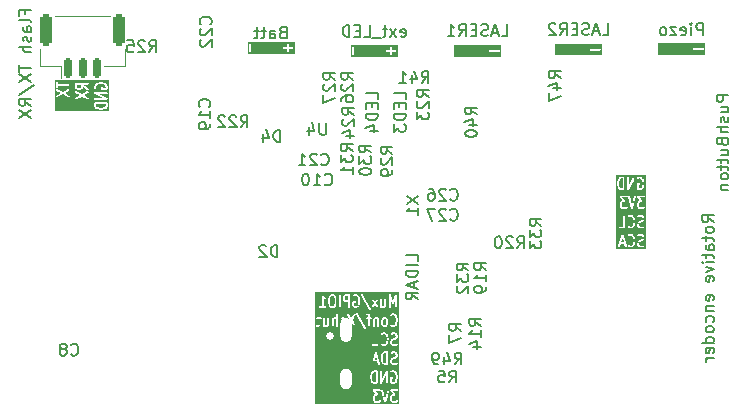
<source format=gbr>
%TF.GenerationSoftware,KiCad,Pcbnew,9.0.0*%
%TF.CreationDate,2025-07-25T12:15:42+02:00*%
%TF.ProjectId,Spruzzatore,53707275-7a7a-4617-946f-72652e6b6963,rev?*%
%TF.SameCoordinates,Original*%
%TF.FileFunction,Legend,Bot*%
%TF.FilePolarity,Positive*%
%FSLAX46Y46*%
G04 Gerber Fmt 4.6, Leading zero omitted, Abs format (unit mm)*
G04 Created by KiCad (PCBNEW 9.0.0) date 2025-07-25 12:15:42*
%MOMM*%
%LPD*%
G01*
G04 APERTURE LIST*
G04 Aperture macros list*
%AMRoundRect*
0 Rectangle with rounded corners*
0 $1 Rounding radius*
0 $2 $3 $4 $5 $6 $7 $8 $9 X,Y pos of 4 corners*
0 Add a 4 corners polygon primitive as box body*
4,1,4,$2,$3,$4,$5,$6,$7,$8,$9,$2,$3,0*
0 Add four circle primitives for the rounded corners*
1,1,$1+$1,$2,$3*
1,1,$1+$1,$4,$5*
1,1,$1+$1,$6,$7*
1,1,$1+$1,$8,$9*
0 Add four rect primitives between the rounded corners*
20,1,$1+$1,$2,$3,$4,$5,0*
20,1,$1+$1,$4,$5,$6,$7,0*
20,1,$1+$1,$6,$7,$8,$9,0*
20,1,$1+$1,$8,$9,$2,$3,0*%
G04 Aperture macros list end*
%ADD10C,0.153000*%
%ADD11C,0.120000*%
%ADD12C,5.600000*%
%ADD13C,1.800000*%
%ADD14C,2.000000*%
%ADD15R,1.500000X0.900000*%
%ADD16C,1.400000*%
%ADD17C,1.520000*%
%ADD18C,0.650000*%
%ADD19O,1.000000X2.100000*%
%ADD20O,1.000000X1.800000*%
%ADD21R,1.520000X0.900000*%
%ADD22O,1.520000X0.900000*%
%ADD23RoundRect,0.150000X-0.150000X-0.700000X0.150000X-0.700000X0.150000X0.700000X-0.150000X0.700000X0*%
%ADD24RoundRect,0.250000X-0.250000X-1.100000X0.250000X-1.100000X0.250000X1.100000X-0.250000X1.100000X0*%
G04 APERTURE END LIST*
D10*
G36*
X150118270Y-80821960D02*
G01*
X146143678Y-80821960D01*
X146143678Y-80016543D01*
X146254789Y-80016543D01*
X146254789Y-80635819D01*
X146256259Y-80650743D01*
X146267682Y-80678320D01*
X146288788Y-80699426D01*
X146316365Y-80710849D01*
X146346213Y-80710849D01*
X146373790Y-80699426D01*
X146394896Y-80678320D01*
X146406319Y-80650743D01*
X146407789Y-80635819D01*
X146407789Y-80311257D01*
X149095194Y-80311257D01*
X149095194Y-80341105D01*
X149106617Y-80368682D01*
X149127723Y-80389788D01*
X149155300Y-80401211D01*
X149170224Y-80402681D01*
X149474677Y-80402681D01*
X149474677Y-80635819D01*
X149476147Y-80650743D01*
X149487570Y-80678320D01*
X149508676Y-80699426D01*
X149536253Y-80710849D01*
X149566101Y-80710849D01*
X149593678Y-80699426D01*
X149614784Y-80678320D01*
X149626207Y-80650743D01*
X149627677Y-80635819D01*
X149627677Y-80402681D01*
X149932129Y-80402681D01*
X149947053Y-80401211D01*
X149974630Y-80389788D01*
X149995736Y-80368682D01*
X150007159Y-80341105D01*
X150007159Y-80311257D01*
X149995736Y-80283680D01*
X149974630Y-80262574D01*
X149947053Y-80251151D01*
X149932129Y-80249681D01*
X149627677Y-80249681D01*
X149627677Y-80016543D01*
X149626207Y-80001619D01*
X149614784Y-79974042D01*
X149593678Y-79952936D01*
X149566101Y-79941513D01*
X149536253Y-79941513D01*
X149508676Y-79952936D01*
X149487570Y-79974042D01*
X149476147Y-80001619D01*
X149474677Y-80016543D01*
X149474677Y-80249681D01*
X149170224Y-80249681D01*
X149155300Y-80251151D01*
X149127723Y-80262574D01*
X149106617Y-80283680D01*
X149095194Y-80311257D01*
X146407789Y-80311257D01*
X146407789Y-80016543D01*
X146406319Y-80001619D01*
X146394896Y-79974042D01*
X146373790Y-79952936D01*
X146346213Y-79941513D01*
X146316365Y-79941513D01*
X146288788Y-79952936D01*
X146267682Y-79974042D01*
X146256259Y-80001619D01*
X146254789Y-80016543D01*
X146143678Y-80016543D01*
X146143678Y-79830402D01*
X150118270Y-79830402D01*
X150118270Y-80821960D01*
G37*
G36*
X141398270Y-80581960D02*
G01*
X137423678Y-80581960D01*
X137423678Y-79776543D01*
X137534789Y-79776543D01*
X137534789Y-80395819D01*
X137536259Y-80410743D01*
X137547682Y-80438320D01*
X137568788Y-80459426D01*
X137596365Y-80470849D01*
X137626213Y-80470849D01*
X137653790Y-80459426D01*
X137674896Y-80438320D01*
X137686319Y-80410743D01*
X137687789Y-80395819D01*
X137687789Y-80071257D01*
X140375194Y-80071257D01*
X140375194Y-80101105D01*
X140386617Y-80128682D01*
X140407723Y-80149788D01*
X140435300Y-80161211D01*
X140450224Y-80162681D01*
X140754677Y-80162681D01*
X140754677Y-80395819D01*
X140756147Y-80410743D01*
X140767570Y-80438320D01*
X140788676Y-80459426D01*
X140816253Y-80470849D01*
X140846101Y-80470849D01*
X140873678Y-80459426D01*
X140894784Y-80438320D01*
X140906207Y-80410743D01*
X140907677Y-80395819D01*
X140907677Y-80162681D01*
X141212129Y-80162681D01*
X141227053Y-80161211D01*
X141254630Y-80149788D01*
X141275736Y-80128682D01*
X141287159Y-80101105D01*
X141287159Y-80071257D01*
X141275736Y-80043680D01*
X141254630Y-80022574D01*
X141227053Y-80011151D01*
X141212129Y-80009681D01*
X140907677Y-80009681D01*
X140907677Y-79776543D01*
X140906207Y-79761619D01*
X140894784Y-79734042D01*
X140873678Y-79712936D01*
X140846101Y-79701513D01*
X140816253Y-79701513D01*
X140788676Y-79712936D01*
X140767570Y-79734042D01*
X140756147Y-79761619D01*
X140754677Y-79776543D01*
X140754677Y-80009681D01*
X140450224Y-80009681D01*
X140435300Y-80011151D01*
X140407723Y-80022574D01*
X140386617Y-80043680D01*
X140375194Y-80071257D01*
X137687789Y-80071257D01*
X137687789Y-79776543D01*
X137686319Y-79761619D01*
X137674896Y-79734042D01*
X137653790Y-79712936D01*
X137626213Y-79701513D01*
X137596365Y-79701513D01*
X137568788Y-79712936D01*
X137547682Y-79734042D01*
X137536259Y-79761619D01*
X137534789Y-79776543D01*
X137423678Y-79776543D01*
X137423678Y-79590402D01*
X141398270Y-79590402D01*
X141398270Y-80581960D01*
G37*
G36*
X125403163Y-84936932D02*
G01*
X125368663Y-85021056D01*
X125297420Y-85078962D01*
X125219359Y-85110687D01*
X125043397Y-85146442D01*
X124915927Y-85146442D01*
X124739966Y-85110687D01*
X124661905Y-85078963D01*
X124590663Y-85021056D01*
X124556163Y-84936932D01*
X124556163Y-84834985D01*
X125403163Y-84834985D01*
X125403163Y-84936932D01*
G37*
G36*
X123317028Y-83382171D02*
G01*
X123287563Y-83430068D01*
X123258904Y-83453363D01*
X123188101Y-83482137D01*
X123075145Y-83482137D01*
X123004342Y-83453363D01*
X122975682Y-83430067D01*
X122946219Y-83382171D01*
X122946219Y-83170680D01*
X123317028Y-83170680D01*
X123317028Y-83382171D01*
G37*
G36*
X125667274Y-85410553D02*
G01*
X121072164Y-85410553D01*
X121072164Y-84758485D01*
X124403163Y-84758485D01*
X124403163Y-84952009D01*
X124404581Y-84966414D01*
X124404581Y-84966670D01*
X124404619Y-84966799D01*
X124404633Y-84966933D01*
X124404729Y-84967166D01*
X124408884Y-84981036D01*
X124456503Y-85097150D01*
X124463526Y-85110400D01*
X124466421Y-85113316D01*
X124468377Y-85116933D01*
X124479031Y-85127487D01*
X124574269Y-85204897D01*
X124579087Y-85208083D01*
X124580445Y-85209423D01*
X124583706Y-85211138D01*
X124586777Y-85213169D01*
X124588601Y-85213713D01*
X124593718Y-85216404D01*
X124688955Y-85255109D01*
X124695754Y-85257121D01*
X124702525Y-85259206D01*
X124893000Y-85297910D01*
X124893213Y-85297931D01*
X124893310Y-85297972D01*
X124900621Y-85298692D01*
X124907918Y-85299441D01*
X124908020Y-85299420D01*
X124908234Y-85299442D01*
X125051091Y-85299442D01*
X125051303Y-85299421D01*
X125051406Y-85299441D01*
X125058678Y-85298694D01*
X125066015Y-85297972D01*
X125066112Y-85297931D01*
X125066324Y-85297910D01*
X125256800Y-85259206D01*
X125263571Y-85257121D01*
X125270369Y-85255109D01*
X125365607Y-85216404D01*
X125370722Y-85213713D01*
X125372548Y-85213169D01*
X125375621Y-85211136D01*
X125378879Y-85209423D01*
X125380234Y-85208085D01*
X125385056Y-85204897D01*
X125480295Y-85127487D01*
X125490948Y-85116934D01*
X125492903Y-85113317D01*
X125495800Y-85110400D01*
X125502823Y-85097150D01*
X125550442Y-84981036D01*
X125554596Y-84967166D01*
X125554693Y-84966933D01*
X125554706Y-84966799D01*
X125554745Y-84966670D01*
X125554744Y-84966414D01*
X125556163Y-84952009D01*
X125556163Y-84758485D01*
X125554693Y-84743561D01*
X125543270Y-84715984D01*
X125522164Y-84694878D01*
X125494587Y-84683455D01*
X125479663Y-84681985D01*
X124479663Y-84681985D01*
X124464739Y-84683455D01*
X124437162Y-84694878D01*
X124416056Y-84715984D01*
X124404633Y-84743561D01*
X124403163Y-84758485D01*
X121072164Y-84758485D01*
X121072164Y-83643111D01*
X121183602Y-83643111D01*
X121192104Y-83671723D01*
X121210908Y-83694905D01*
X121223329Y-83703307D01*
X121599202Y-83906980D01*
X121223329Y-84110653D01*
X121210908Y-84119055D01*
X121192104Y-84142237D01*
X121183602Y-84170849D01*
X121186697Y-84200537D01*
X121200917Y-84226780D01*
X121224099Y-84245584D01*
X121252711Y-84254086D01*
X121282399Y-84250991D01*
X121296221Y-84245173D01*
X121759775Y-83993988D01*
X122223329Y-84245173D01*
X122237151Y-84250991D01*
X122266839Y-84254086D01*
X122295452Y-84245584D01*
X122318633Y-84226780D01*
X122332853Y-84200537D01*
X122335948Y-84170849D01*
X122327447Y-84142237D01*
X122308642Y-84119055D01*
X122296221Y-84110653D01*
X121920347Y-83906980D01*
X122050167Y-83836635D01*
X122793546Y-83836635D01*
X122802048Y-83865247D01*
X122820852Y-83888429D01*
X122833273Y-83896831D01*
X123209146Y-84100504D01*
X122833273Y-84304177D01*
X122820852Y-84312579D01*
X122802048Y-84335761D01*
X122793546Y-84364373D01*
X122796641Y-84394061D01*
X122810861Y-84420304D01*
X122834043Y-84439108D01*
X122862655Y-84447610D01*
X122892343Y-84444515D01*
X122906165Y-84438697D01*
X123369719Y-84187512D01*
X123833273Y-84438697D01*
X123847095Y-84444515D01*
X123876783Y-84447610D01*
X123905396Y-84439108D01*
X123928577Y-84420304D01*
X123942797Y-84394061D01*
X123945892Y-84364373D01*
X123937391Y-84335761D01*
X123918586Y-84312579D01*
X123906165Y-84304177D01*
X123530291Y-84100504D01*
X123865745Y-83918733D01*
X124404072Y-83918733D01*
X124404633Y-83920267D01*
X124404633Y-83921904D01*
X124409741Y-83934237D01*
X124414323Y-83946765D01*
X124415429Y-83947969D01*
X124416056Y-83949481D01*
X124425490Y-83958915D01*
X124434522Y-83968742D01*
X124436460Y-83969885D01*
X124437162Y-83970587D01*
X124438797Y-83971264D01*
X124447438Y-83976362D01*
X125133346Y-84294937D01*
X124479663Y-84294937D01*
X124464739Y-84296407D01*
X124437162Y-84307830D01*
X124416056Y-84328936D01*
X124404633Y-84356513D01*
X124404633Y-84386361D01*
X124416056Y-84413938D01*
X124437162Y-84435044D01*
X124464739Y-84446467D01*
X124479663Y-84447937D01*
X125479663Y-84447937D01*
X125489647Y-84446953D01*
X125491415Y-84447028D01*
X125492345Y-84446687D01*
X125494587Y-84446467D01*
X125506924Y-84441356D01*
X125519448Y-84436777D01*
X125520652Y-84435670D01*
X125522164Y-84435044D01*
X125531598Y-84425609D01*
X125541425Y-84416578D01*
X125542114Y-84415093D01*
X125543270Y-84413938D01*
X125548374Y-84401615D01*
X125553998Y-84389507D01*
X125554066Y-84387872D01*
X125554693Y-84386361D01*
X125554693Y-84373004D01*
X125555254Y-84359684D01*
X125554693Y-84358149D01*
X125554693Y-84356513D01*
X125549584Y-84344179D01*
X125545003Y-84331652D01*
X125543896Y-84330447D01*
X125543270Y-84328936D01*
X125533835Y-84319501D01*
X125524804Y-84309675D01*
X125522865Y-84308531D01*
X125522164Y-84307830D01*
X125520528Y-84307152D01*
X125511888Y-84302055D01*
X124825980Y-83983480D01*
X125479663Y-83983480D01*
X125494587Y-83982010D01*
X125522164Y-83970587D01*
X125543270Y-83949481D01*
X125554693Y-83921904D01*
X125554693Y-83892056D01*
X125543270Y-83864479D01*
X125522164Y-83843373D01*
X125494587Y-83831950D01*
X125479663Y-83830480D01*
X124479663Y-83830480D01*
X124469678Y-83831463D01*
X124467910Y-83831389D01*
X124466979Y-83831729D01*
X124464739Y-83831950D01*
X124452405Y-83837058D01*
X124439878Y-83841640D01*
X124438673Y-83842746D01*
X124437162Y-83843373D01*
X124427727Y-83852807D01*
X124417901Y-83861839D01*
X124417211Y-83863323D01*
X124416056Y-83864479D01*
X124410951Y-83876801D01*
X124405328Y-83888910D01*
X124405259Y-83890544D01*
X124404633Y-83892056D01*
X124404633Y-83905412D01*
X124404072Y-83918733D01*
X123865745Y-83918733D01*
X123906165Y-83896831D01*
X123918586Y-83888429D01*
X123937391Y-83865247D01*
X123945892Y-83836635D01*
X123942797Y-83806947D01*
X123928577Y-83780704D01*
X123905396Y-83761900D01*
X123876783Y-83753398D01*
X123847095Y-83756493D01*
X123833273Y-83762311D01*
X123369719Y-84013495D01*
X122906165Y-83762311D01*
X122892343Y-83756493D01*
X122862655Y-83753398D01*
X122834043Y-83761900D01*
X122810861Y-83780704D01*
X122796641Y-83806947D01*
X122793546Y-83836635D01*
X122050167Y-83836635D01*
X122296221Y-83703307D01*
X122308642Y-83694905D01*
X122327447Y-83671723D01*
X122335948Y-83643111D01*
X122332853Y-83613423D01*
X122318633Y-83587180D01*
X122295452Y-83568376D01*
X122266839Y-83559874D01*
X122237151Y-83562969D01*
X122223329Y-83568787D01*
X121759775Y-83819971D01*
X121296221Y-83568787D01*
X121282399Y-83562969D01*
X121252711Y-83559874D01*
X121224099Y-83568376D01*
X121200917Y-83587180D01*
X121186697Y-83613423D01*
X121183602Y-83643111D01*
X121072164Y-83643111D01*
X121072164Y-82978066D01*
X121183275Y-82978066D01*
X121183275Y-83442523D01*
X121184745Y-83457447D01*
X121196168Y-83485024D01*
X121217274Y-83506130D01*
X121244851Y-83517553D01*
X121274699Y-83517553D01*
X121302276Y-83506130D01*
X121323382Y-83485024D01*
X121334805Y-83457447D01*
X121336275Y-83442523D01*
X121336275Y-83286795D01*
X122259775Y-83286795D01*
X122274699Y-83285325D01*
X122302276Y-83273902D01*
X122323382Y-83252796D01*
X122334805Y-83225219D01*
X122334805Y-83195371D01*
X122323382Y-83167794D01*
X122302276Y-83146688D01*
X122274699Y-83135265D01*
X122259775Y-83133795D01*
X121336275Y-83133795D01*
X121336275Y-83094180D01*
X122793219Y-83094180D01*
X122793219Y-83403818D01*
X122794689Y-83418742D01*
X122797026Y-83424385D01*
X122797993Y-83430419D01*
X122804560Y-83443901D01*
X122852179Y-83521311D01*
X122857504Y-83528321D01*
X122858433Y-83530038D01*
X122859953Y-83531544D01*
X122861251Y-83533252D01*
X122862834Y-83534398D01*
X122869087Y-83540592D01*
X122916706Y-83579297D01*
X122921524Y-83582483D01*
X122922883Y-83583824D01*
X122926146Y-83585540D01*
X122929214Y-83587569D01*
X122931038Y-83588112D01*
X122936155Y-83590804D01*
X123031393Y-83629508D01*
X123044842Y-83633489D01*
X123045271Y-83633667D01*
X123045527Y-83633692D01*
X123045773Y-83633765D01*
X123046234Y-83633761D01*
X123060195Y-83635137D01*
X123203052Y-83635137D01*
X123217012Y-83633761D01*
X123217474Y-83633765D01*
X123217719Y-83633692D01*
X123217976Y-83633667D01*
X123218404Y-83633489D01*
X123231854Y-83629508D01*
X123327091Y-83590804D01*
X123332207Y-83588113D01*
X123334033Y-83587569D01*
X123337101Y-83585539D01*
X123340364Y-83583824D01*
X123341722Y-83582483D01*
X123346541Y-83579297D01*
X123394160Y-83540592D01*
X123400412Y-83534398D01*
X123401996Y-83533252D01*
X123403293Y-83531544D01*
X123404814Y-83530038D01*
X123405742Y-83528321D01*
X123411068Y-83521311D01*
X123458687Y-83443900D01*
X123465254Y-83430419D01*
X123466220Y-83424385D01*
X123468558Y-83418742D01*
X123468589Y-83418425D01*
X123831888Y-83625128D01*
X123845587Y-83631231D01*
X123875205Y-83634940D01*
X123903987Y-83627032D01*
X123927552Y-83608712D01*
X123942313Y-83582769D01*
X123946022Y-83553152D01*
X123938114Y-83524370D01*
X123919794Y-83500804D01*
X123907550Y-83492146D01*
X123616251Y-83326409D01*
X124403163Y-83326409D01*
X124403163Y-83442523D01*
X124404633Y-83457447D01*
X124406970Y-83463090D01*
X124407937Y-83469124D01*
X124414504Y-83482606D01*
X124462123Y-83560016D01*
X124471195Y-83571957D01*
X124495374Y-83589460D01*
X124524409Y-83596379D01*
X124553883Y-83591659D01*
X124579306Y-83576020D01*
X124596809Y-83551842D01*
X124603728Y-83522806D01*
X124599008Y-83493332D01*
X124592441Y-83479851D01*
X124556163Y-83420876D01*
X124556163Y-83341485D01*
X124590663Y-83257361D01*
X124661905Y-83199454D01*
X124739966Y-83167730D01*
X124915927Y-83131976D01*
X125043397Y-83131976D01*
X125219359Y-83167730D01*
X125297420Y-83199455D01*
X125368663Y-83257361D01*
X125403163Y-83341485D01*
X125403163Y-83388741D01*
X125368663Y-83472865D01*
X125357256Y-83482137D01*
X125127591Y-83482137D01*
X125127591Y-83403818D01*
X125126121Y-83388894D01*
X125114698Y-83361317D01*
X125093592Y-83340211D01*
X125066015Y-83328788D01*
X125036167Y-83328788D01*
X125008590Y-83340211D01*
X124987484Y-83361317D01*
X124976061Y-83388894D01*
X124974591Y-83403818D01*
X124974591Y-83558637D01*
X124976061Y-83573561D01*
X124987484Y-83601138D01*
X125008590Y-83622244D01*
X125036167Y-83633667D01*
X125051091Y-83635137D01*
X125384424Y-83635137D01*
X125389732Y-83634614D01*
X125391561Y-83634803D01*
X125393409Y-83634251D01*
X125399348Y-83633667D01*
X125409565Y-83629434D01*
X125420166Y-83626274D01*
X125425144Y-83622981D01*
X125426925Y-83622244D01*
X125428224Y-83620944D01*
X125432674Y-83618002D01*
X125480294Y-83579298D01*
X125490948Y-83568744D01*
X125492903Y-83565126D01*
X125495800Y-83562210D01*
X125502823Y-83548960D01*
X125550442Y-83432845D01*
X125554596Y-83418975D01*
X125554693Y-83418742D01*
X125554706Y-83418608D01*
X125554745Y-83418479D01*
X125554744Y-83418223D01*
X125556163Y-83403818D01*
X125556163Y-83326409D01*
X125554744Y-83312003D01*
X125554745Y-83311748D01*
X125554706Y-83311618D01*
X125554693Y-83311485D01*
X125554596Y-83311251D01*
X125550442Y-83297382D01*
X125502823Y-83181268D01*
X125495800Y-83168018D01*
X125492903Y-83165100D01*
X125490948Y-83161484D01*
X125480295Y-83150931D01*
X125385056Y-83073521D01*
X125380234Y-83070332D01*
X125378879Y-83068995D01*
X125375621Y-83067281D01*
X125372548Y-83065249D01*
X125370722Y-83064704D01*
X125365607Y-83062014D01*
X125270369Y-83023309D01*
X125263571Y-83021296D01*
X125256800Y-83019212D01*
X125066324Y-82980508D01*
X125066112Y-82980486D01*
X125066015Y-82980446D01*
X125058678Y-82979723D01*
X125051406Y-82978977D01*
X125051303Y-82978996D01*
X125051091Y-82978976D01*
X124908234Y-82978976D01*
X124908020Y-82978997D01*
X124907918Y-82978977D01*
X124900621Y-82979725D01*
X124893310Y-82980446D01*
X124893213Y-82980486D01*
X124893000Y-82980508D01*
X124702525Y-83019212D01*
X124695754Y-83021296D01*
X124688955Y-83023309D01*
X124593718Y-83062014D01*
X124588601Y-83064704D01*
X124586777Y-83065249D01*
X124583706Y-83067279D01*
X124580445Y-83068995D01*
X124579087Y-83070334D01*
X124574269Y-83073521D01*
X124479031Y-83150931D01*
X124468377Y-83161485D01*
X124466421Y-83165101D01*
X124463526Y-83168018D01*
X124456503Y-83181268D01*
X124408884Y-83297382D01*
X124404729Y-83311251D01*
X124404633Y-83311485D01*
X124404619Y-83311618D01*
X124404581Y-83311748D01*
X124404581Y-83312003D01*
X124403163Y-83326409D01*
X123616251Y-83326409D01*
X123470028Y-83243214D01*
X123470028Y-83170680D01*
X123869719Y-83170680D01*
X123884643Y-83169210D01*
X123912220Y-83157787D01*
X123933326Y-83136681D01*
X123944749Y-83109104D01*
X123944749Y-83079256D01*
X123933326Y-83051679D01*
X123912220Y-83030573D01*
X123884643Y-83019150D01*
X123869719Y-83017680D01*
X122869719Y-83017680D01*
X122854795Y-83019150D01*
X122827218Y-83030573D01*
X122806112Y-83051679D01*
X122794689Y-83079256D01*
X122793219Y-83094180D01*
X121336275Y-83094180D01*
X121336275Y-82978066D01*
X121334805Y-82963142D01*
X121323382Y-82935565D01*
X121302276Y-82914459D01*
X121274699Y-82903036D01*
X121244851Y-82903036D01*
X121217274Y-82914459D01*
X121196168Y-82935565D01*
X121184745Y-82963142D01*
X121183275Y-82978066D01*
X121072164Y-82978066D01*
X121072164Y-82791925D01*
X125667274Y-82791925D01*
X125667274Y-85410553D01*
G37*
G36*
X158878270Y-80821960D02*
G01*
X154903678Y-80821960D01*
X154903678Y-80016543D01*
X155014789Y-80016543D01*
X155014789Y-80635819D01*
X155016259Y-80650743D01*
X155027682Y-80678320D01*
X155048788Y-80699426D01*
X155076365Y-80710849D01*
X155106213Y-80710849D01*
X155133790Y-80699426D01*
X155154896Y-80678320D01*
X155166319Y-80650743D01*
X155167789Y-80635819D01*
X155167789Y-80311257D01*
X157855194Y-80311257D01*
X157855194Y-80341105D01*
X157866617Y-80368682D01*
X157887723Y-80389788D01*
X157915300Y-80401211D01*
X157930224Y-80402681D01*
X158234677Y-80402681D01*
X158234677Y-80635819D01*
X158236147Y-80650743D01*
X158247570Y-80678320D01*
X158268676Y-80699426D01*
X158296253Y-80710849D01*
X158326101Y-80710849D01*
X158353678Y-80699426D01*
X158374784Y-80678320D01*
X158386207Y-80650743D01*
X158387677Y-80635819D01*
X158387677Y-80402681D01*
X158692129Y-80402681D01*
X158707053Y-80401211D01*
X158734630Y-80389788D01*
X158755736Y-80368682D01*
X158767159Y-80341105D01*
X158767159Y-80311257D01*
X158755736Y-80283680D01*
X158734630Y-80262574D01*
X158707053Y-80251151D01*
X158692129Y-80249681D01*
X158387677Y-80249681D01*
X158387677Y-80016543D01*
X158386207Y-80001619D01*
X158374784Y-79974042D01*
X158353678Y-79952936D01*
X158326101Y-79941513D01*
X158296253Y-79941513D01*
X158268676Y-79952936D01*
X158247570Y-79974042D01*
X158236147Y-80001619D01*
X158234677Y-80016543D01*
X158234677Y-80249681D01*
X157930224Y-80249681D01*
X157915300Y-80251151D01*
X157887723Y-80262574D01*
X157866617Y-80283680D01*
X157855194Y-80311257D01*
X155167789Y-80311257D01*
X155167789Y-80016543D01*
X155166319Y-80001619D01*
X155154896Y-79974042D01*
X155133790Y-79952936D01*
X155106213Y-79941513D01*
X155076365Y-79941513D01*
X155048788Y-79952936D01*
X155027682Y-79974042D01*
X155016259Y-80001619D01*
X155014789Y-80016543D01*
X154903678Y-80016543D01*
X154903678Y-79830402D01*
X158878270Y-79830402D01*
X158878270Y-80821960D01*
G37*
G36*
X167428270Y-80711960D02*
G01*
X163453678Y-80711960D01*
X163453678Y-79906543D01*
X163564789Y-79906543D01*
X163564789Y-80525819D01*
X163566259Y-80540743D01*
X163577682Y-80568320D01*
X163598788Y-80589426D01*
X163626365Y-80600849D01*
X163656213Y-80600849D01*
X163683790Y-80589426D01*
X163704896Y-80568320D01*
X163716319Y-80540743D01*
X163717789Y-80525819D01*
X163717789Y-80201257D01*
X166405194Y-80201257D01*
X166405194Y-80231105D01*
X166416617Y-80258682D01*
X166437723Y-80279788D01*
X166465300Y-80291211D01*
X166480224Y-80292681D01*
X166784677Y-80292681D01*
X166784677Y-80525819D01*
X166786147Y-80540743D01*
X166797570Y-80568320D01*
X166818676Y-80589426D01*
X166846253Y-80600849D01*
X166876101Y-80600849D01*
X166903678Y-80589426D01*
X166924784Y-80568320D01*
X166936207Y-80540743D01*
X166937677Y-80525819D01*
X166937677Y-80292681D01*
X167242129Y-80292681D01*
X167257053Y-80291211D01*
X167284630Y-80279788D01*
X167305736Y-80258682D01*
X167317159Y-80231105D01*
X167317159Y-80201257D01*
X167305736Y-80173680D01*
X167284630Y-80152574D01*
X167257053Y-80141151D01*
X167242129Y-80139681D01*
X166937677Y-80139681D01*
X166937677Y-79906543D01*
X166936207Y-79891619D01*
X166924784Y-79864042D01*
X166903678Y-79842936D01*
X166876101Y-79831513D01*
X166846253Y-79831513D01*
X166818676Y-79842936D01*
X166797570Y-79864042D01*
X166786147Y-79891619D01*
X166784677Y-79906543D01*
X166784677Y-80139681D01*
X166480224Y-80139681D01*
X166465300Y-80141151D01*
X166437723Y-80152574D01*
X166416617Y-80173680D01*
X166405194Y-80201257D01*
X163717789Y-80201257D01*
X163717789Y-79906543D01*
X163716319Y-79891619D01*
X163704896Y-79864042D01*
X163683790Y-79842936D01*
X163656213Y-79831513D01*
X163626365Y-79831513D01*
X163598788Y-79842936D01*
X163577682Y-79864042D01*
X163566259Y-79891619D01*
X163564789Y-79906543D01*
X163453678Y-79906543D01*
X163453678Y-79720402D01*
X167428270Y-79720402D01*
X167428270Y-80711960D01*
G37*
G36*
X148255014Y-108363219D02*
G01*
X148153067Y-108363219D01*
X148068942Y-108328719D01*
X148011036Y-108257476D01*
X147979311Y-108179415D01*
X147943557Y-108003453D01*
X147943557Y-107875983D01*
X147979311Y-107700021D01*
X148011036Y-107621960D01*
X148068942Y-107550719D01*
X148153067Y-107516219D01*
X148255014Y-107516219D01*
X148255014Y-108363219D01*
G37*
G36*
X149145224Y-106753275D02*
G01*
X149043277Y-106753275D01*
X148959152Y-106718775D01*
X148901246Y-106647532D01*
X148869521Y-106569471D01*
X148833767Y-106393509D01*
X148833767Y-106266039D01*
X148869521Y-106090077D01*
X148901246Y-106012016D01*
X148959152Y-105940775D01*
X149043277Y-105906275D01*
X149145224Y-105906275D01*
X149145224Y-106753275D01*
G37*
G36*
X148347644Y-106467560D02*
G01*
X148160565Y-106467560D01*
X148254104Y-106122311D01*
X148347644Y-106467560D01*
G37*
G36*
X149093153Y-103049183D02*
G01*
X149116449Y-103077843D01*
X149145223Y-103148646D01*
X149145223Y-103404459D01*
X149116448Y-103475262D01*
X149093153Y-103503923D01*
X149045257Y-103533387D01*
X148972436Y-103533387D01*
X148924542Y-103503925D01*
X148901246Y-103475263D01*
X148872471Y-103404458D01*
X148872471Y-103148647D01*
X148901246Y-103077842D01*
X148924541Y-103049182D01*
X148972436Y-103019720D01*
X149045257Y-103019720D01*
X149093153Y-103049183D01*
G37*
G36*
X144680810Y-101105905D02*
G01*
X144738157Y-101176459D01*
X144771585Y-101340969D01*
X144771585Y-101658915D01*
X144738157Y-101823425D01*
X144680809Y-101893980D01*
X144632916Y-101923443D01*
X144521390Y-101923443D01*
X144473491Y-101893977D01*
X144416147Y-101823425D01*
X144382719Y-101658914D01*
X144382719Y-101340970D01*
X144416147Y-101176459D01*
X144473492Y-101105907D01*
X144521390Y-101076443D01*
X144632916Y-101076443D01*
X144680810Y-101105905D01*
G37*
G36*
X145932729Y-101447252D02*
G01*
X145721238Y-101447252D01*
X145673340Y-101417787D01*
X145650045Y-101389128D01*
X145621272Y-101318325D01*
X145621272Y-101205369D01*
X145650045Y-101134566D01*
X145673340Y-101105907D01*
X145721238Y-101076443D01*
X145932729Y-101076443D01*
X145932729Y-101447252D01*
G37*
G36*
X150260505Y-110237274D02*
G01*
X143113756Y-110237274D01*
X143113756Y-109621091D01*
X148022785Y-109621091D01*
X148022785Y-109859186D01*
X148024160Y-109873146D01*
X148024157Y-109873609D01*
X148024229Y-109873855D01*
X148024255Y-109874110D01*
X148024431Y-109874535D01*
X148028414Y-109887988D01*
X148067119Y-109983226D01*
X148069808Y-109988338D01*
X148070353Y-109990166D01*
X148072387Y-109993242D01*
X148074100Y-109996498D01*
X148075436Y-109997852D01*
X148078626Y-110002675D01*
X148117331Y-110050295D01*
X148123524Y-110056547D01*
X148124671Y-110058131D01*
X148126378Y-110059427D01*
X148127885Y-110060949D01*
X148129603Y-110061878D01*
X148136612Y-110067202D01*
X148214021Y-110114821D01*
X148227503Y-110121389D01*
X148233536Y-110122355D01*
X148239180Y-110124693D01*
X148254104Y-110126163D01*
X148486333Y-110126163D01*
X148501257Y-110124693D01*
X148506900Y-110122355D01*
X148512934Y-110121389D01*
X148526416Y-110114821D01*
X148603825Y-110067202D01*
X148610830Y-110061879D01*
X148612553Y-110060949D01*
X148614062Y-110059425D01*
X148615766Y-110058131D01*
X148616910Y-110056549D01*
X148623106Y-110050295D01*
X148661812Y-110002674D01*
X148670084Y-109990166D01*
X148678613Y-109961561D01*
X148675547Y-109931871D01*
X148661352Y-109905613D01*
X148638190Y-109886787D01*
X148609585Y-109878258D01*
X148579894Y-109881324D01*
X148553637Y-109895519D01*
X148543083Y-109906173D01*
X148512580Y-109943700D01*
X148464687Y-109973163D01*
X148275750Y-109973163D01*
X148227856Y-109943701D01*
X148204560Y-109915039D01*
X148175785Y-109844234D01*
X148175785Y-109636042D01*
X148204560Y-109565237D01*
X148227855Y-109536577D01*
X148275750Y-109507115D01*
X148370219Y-109507115D01*
X148371750Y-109506964D01*
X148372449Y-109507082D01*
X148373874Y-109506754D01*
X148385143Y-109505645D01*
X148393123Y-109502339D01*
X148401543Y-109500408D01*
X148406783Y-109496681D01*
X148412720Y-109494222D01*
X148418824Y-109488117D01*
X148425867Y-109483109D01*
X148429282Y-109477659D01*
X148433826Y-109473116D01*
X148437130Y-109465139D01*
X148441719Y-109457818D01*
X148442788Y-109451478D01*
X148445249Y-109445539D01*
X148445249Y-109436900D01*
X148446686Y-109428385D01*
X148445249Y-109422120D01*
X148445249Y-109415691D01*
X148441943Y-109407710D01*
X148440012Y-109399292D01*
X148434385Y-109389464D01*
X148433826Y-109388114D01*
X148433325Y-109387613D01*
X148432561Y-109386278D01*
X148247566Y-109126163D01*
X148602447Y-109126163D01*
X148617371Y-109124693D01*
X148644948Y-109113270D01*
X148666054Y-109092164D01*
X148677477Y-109064587D01*
X148677477Y-109054879D01*
X148719649Y-109054879D01*
X148722133Y-109069668D01*
X148993067Y-110069668D01*
X148994225Y-110072720D01*
X148994397Y-110074051D01*
X148995383Y-110075770D01*
X148998389Y-110083689D01*
X149004374Y-110091444D01*
X149009249Y-110099942D01*
X149013412Y-110103155D01*
X149016626Y-110107319D01*
X149025125Y-110112194D01*
X149032880Y-110118179D01*
X149037955Y-110119554D01*
X149042517Y-110122171D01*
X149052232Y-110123422D01*
X149061689Y-110125985D01*
X149066905Y-110125313D01*
X149072121Y-110125985D01*
X149081580Y-110123422D01*
X149091293Y-110122171D01*
X149095851Y-110119556D01*
X149100931Y-110118180D01*
X149108691Y-110112190D01*
X149117184Y-110107319D01*
X149120395Y-110103158D01*
X149124561Y-110099943D01*
X149129439Y-110091439D01*
X149135421Y-110083688D01*
X149138425Y-110075774D01*
X149139413Y-110074052D01*
X149139584Y-110072719D01*
X149140743Y-110069668D01*
X149262277Y-109621091D01*
X149493566Y-109621091D01*
X149493566Y-109859186D01*
X149494941Y-109873146D01*
X149494938Y-109873609D01*
X149495010Y-109873855D01*
X149495036Y-109874110D01*
X149495212Y-109874535D01*
X149499195Y-109887988D01*
X149537900Y-109983226D01*
X149540589Y-109988338D01*
X149541134Y-109990166D01*
X149543168Y-109993242D01*
X149544881Y-109996498D01*
X149546217Y-109997852D01*
X149549407Y-110002675D01*
X149588112Y-110050295D01*
X149594305Y-110056547D01*
X149595452Y-110058131D01*
X149597159Y-110059427D01*
X149598666Y-110060949D01*
X149600384Y-110061878D01*
X149607393Y-110067202D01*
X149684802Y-110114821D01*
X149698284Y-110121389D01*
X149704317Y-110122355D01*
X149709961Y-110124693D01*
X149724885Y-110126163D01*
X149957114Y-110126163D01*
X149972038Y-110124693D01*
X149977681Y-110122355D01*
X149983715Y-110121389D01*
X149997197Y-110114821D01*
X150074606Y-110067202D01*
X150081611Y-110061879D01*
X150083334Y-110060949D01*
X150084843Y-110059425D01*
X150086547Y-110058131D01*
X150087691Y-110056549D01*
X150093887Y-110050295D01*
X150132593Y-110002674D01*
X150140865Y-109990166D01*
X150149394Y-109961561D01*
X150146328Y-109931871D01*
X150132133Y-109905613D01*
X150108971Y-109886787D01*
X150080366Y-109878258D01*
X150050675Y-109881324D01*
X150024418Y-109895519D01*
X150013864Y-109906173D01*
X149983361Y-109943700D01*
X149935468Y-109973163D01*
X149746531Y-109973163D01*
X149698637Y-109943701D01*
X149675341Y-109915039D01*
X149646566Y-109844234D01*
X149646566Y-109636042D01*
X149675341Y-109565237D01*
X149698636Y-109536577D01*
X149746531Y-109507115D01*
X149841000Y-109507115D01*
X149842531Y-109506964D01*
X149843230Y-109507082D01*
X149844655Y-109506754D01*
X149855924Y-109505645D01*
X149863904Y-109502339D01*
X149872324Y-109500408D01*
X149877564Y-109496681D01*
X149883501Y-109494222D01*
X149889605Y-109488117D01*
X149896648Y-109483109D01*
X149900063Y-109477659D01*
X149904607Y-109473116D01*
X149907911Y-109465139D01*
X149912500Y-109457818D01*
X149913569Y-109451478D01*
X149916030Y-109445539D01*
X149916030Y-109436900D01*
X149917467Y-109428385D01*
X149916030Y-109422120D01*
X149916030Y-109415691D01*
X149912724Y-109407710D01*
X149910793Y-109399292D01*
X149905166Y-109389464D01*
X149904607Y-109388114D01*
X149904106Y-109387613D01*
X149903342Y-109386278D01*
X149718347Y-109126163D01*
X150073228Y-109126163D01*
X150088152Y-109124693D01*
X150115729Y-109113270D01*
X150136835Y-109092164D01*
X150148258Y-109064587D01*
X150148258Y-109034739D01*
X150136835Y-109007162D01*
X150115729Y-108986056D01*
X150088152Y-108974633D01*
X150073228Y-108973163D01*
X149570066Y-108973163D01*
X149568534Y-108973313D01*
X149567836Y-108973196D01*
X149566410Y-108973523D01*
X149555142Y-108974633D01*
X149547161Y-108977938D01*
X149538742Y-108979870D01*
X149533502Y-108983596D01*
X149527565Y-108986056D01*
X149521458Y-108992162D01*
X149514419Y-108997169D01*
X149511004Y-109002616D01*
X149506459Y-109007162D01*
X149503153Y-109015142D01*
X149498566Y-109022461D01*
X149497496Y-109028799D01*
X149495036Y-109034739D01*
X149495036Y-109043378D01*
X149493599Y-109051893D01*
X149495036Y-109058157D01*
X149495036Y-109064587D01*
X149498341Y-109072567D01*
X149500273Y-109080987D01*
X149505897Y-109090809D01*
X149506459Y-109092164D01*
X149506961Y-109092666D01*
X149507725Y-109094000D01*
X149696672Y-109359674D01*
X149684802Y-109365457D01*
X149607393Y-109413076D01*
X149600384Y-109418399D01*
X149598666Y-109419329D01*
X149597159Y-109420850D01*
X149595452Y-109422147D01*
X149594305Y-109423730D01*
X149588112Y-109429983D01*
X149549407Y-109477602D01*
X149546218Y-109482423D01*
X149544881Y-109483779D01*
X149543167Y-109487036D01*
X149541135Y-109490110D01*
X149540590Y-109491935D01*
X149537900Y-109497051D01*
X149499195Y-109592289D01*
X149495212Y-109605741D01*
X149495036Y-109606167D01*
X149495010Y-109606421D01*
X149494938Y-109606668D01*
X149494941Y-109607130D01*
X149493566Y-109621091D01*
X149262277Y-109621091D01*
X149411676Y-109069669D01*
X149414160Y-109054879D01*
X149410346Y-109025275D01*
X149395493Y-108999384D01*
X149371863Y-108981147D01*
X149343054Y-108973342D01*
X149313449Y-108977156D01*
X149287558Y-108992008D01*
X149269321Y-109015638D01*
X149264000Y-109029658D01*
X149066904Y-109757126D01*
X148869809Y-109029658D01*
X148864487Y-109015638D01*
X148846250Y-108992007D01*
X148820359Y-108977155D01*
X148790755Y-108973341D01*
X148761946Y-108981147D01*
X148738315Y-108999384D01*
X148723463Y-109025275D01*
X148719649Y-109054879D01*
X148677477Y-109054879D01*
X148677477Y-109034739D01*
X148666054Y-109007162D01*
X148644948Y-108986056D01*
X148617371Y-108974633D01*
X148602447Y-108973163D01*
X148099285Y-108973163D01*
X148097753Y-108973313D01*
X148097055Y-108973196D01*
X148095629Y-108973523D01*
X148084361Y-108974633D01*
X148076380Y-108977938D01*
X148067961Y-108979870D01*
X148062721Y-108983596D01*
X148056784Y-108986056D01*
X148050677Y-108992162D01*
X148043638Y-108997169D01*
X148040223Y-109002616D01*
X148035678Y-109007162D01*
X148032372Y-109015142D01*
X148027785Y-109022461D01*
X148026715Y-109028799D01*
X148024255Y-109034739D01*
X148024255Y-109043378D01*
X148022818Y-109051893D01*
X148024255Y-109058157D01*
X148024255Y-109064587D01*
X148027560Y-109072567D01*
X148029492Y-109080987D01*
X148035116Y-109090809D01*
X148035678Y-109092164D01*
X148036180Y-109092666D01*
X148036944Y-109094000D01*
X148225891Y-109359674D01*
X148214021Y-109365457D01*
X148136612Y-109413076D01*
X148129603Y-109418399D01*
X148127885Y-109419329D01*
X148126378Y-109420850D01*
X148124671Y-109422147D01*
X148123524Y-109423730D01*
X148117331Y-109429983D01*
X148078626Y-109477602D01*
X148075437Y-109482423D01*
X148074100Y-109483779D01*
X148072386Y-109487036D01*
X148070354Y-109490110D01*
X148069809Y-109491935D01*
X148067119Y-109497051D01*
X148028414Y-109592289D01*
X148024431Y-109605741D01*
X148024255Y-109606167D01*
X148024229Y-109606421D01*
X148024157Y-109606668D01*
X148024160Y-109607130D01*
X148022785Y-109621091D01*
X143113756Y-109621091D01*
X143113756Y-107868290D01*
X147790557Y-107868290D01*
X147790557Y-108011147D01*
X147790577Y-108011359D01*
X147790558Y-108011462D01*
X147791304Y-108018734D01*
X147792027Y-108026071D01*
X147792067Y-108026168D01*
X147792089Y-108026380D01*
X147830793Y-108216856D01*
X147832877Y-108223627D01*
X147834890Y-108230425D01*
X147873595Y-108325663D01*
X147876285Y-108330778D01*
X147876830Y-108332604D01*
X147878862Y-108335677D01*
X147880576Y-108338935D01*
X147881913Y-108340290D01*
X147885102Y-108345112D01*
X147962512Y-108440351D01*
X147973065Y-108451004D01*
X147976681Y-108452959D01*
X147979599Y-108455856D01*
X147992849Y-108462879D01*
X148108963Y-108510498D01*
X148122832Y-108514652D01*
X148123066Y-108514749D01*
X148123199Y-108514762D01*
X148123329Y-108514801D01*
X148123584Y-108514800D01*
X148137990Y-108516219D01*
X148331514Y-108516219D01*
X148346438Y-108514749D01*
X148374015Y-108503326D01*
X148395121Y-108482220D01*
X148406544Y-108454643D01*
X148408014Y-108439719D01*
X148408014Y-107439719D01*
X148642062Y-107439719D01*
X148642062Y-108439719D01*
X148643045Y-108449703D01*
X148642971Y-108451472D01*
X148643311Y-108452402D01*
X148643532Y-108454643D01*
X148648640Y-108466976D01*
X148653222Y-108479504D01*
X148654328Y-108480708D01*
X148654955Y-108482220D01*
X148664389Y-108491654D01*
X148673421Y-108501481D01*
X148674905Y-108502170D01*
X148676061Y-108503326D01*
X148688383Y-108508430D01*
X148700492Y-108514054D01*
X148702126Y-108514122D01*
X148703638Y-108514749D01*
X148716994Y-108514749D01*
X148730315Y-108515310D01*
X148731849Y-108514749D01*
X148733486Y-108514749D01*
X148745819Y-108509640D01*
X148758347Y-108505059D01*
X148759551Y-108503952D01*
X148761063Y-108503326D01*
X148770497Y-108493891D01*
X148780324Y-108484860D01*
X148781467Y-108482921D01*
X148782169Y-108482220D01*
X148782846Y-108480584D01*
X148787944Y-108471944D01*
X149106519Y-107786035D01*
X149106519Y-108439719D01*
X149107989Y-108454643D01*
X149119412Y-108482220D01*
X149140518Y-108503326D01*
X149168095Y-108514749D01*
X149197943Y-108514749D01*
X149225520Y-108503326D01*
X149246626Y-108482220D01*
X149258049Y-108454643D01*
X149259519Y-108439719D01*
X149259519Y-108011147D01*
X149454862Y-108011147D01*
X149454862Y-108344480D01*
X149455384Y-108349788D01*
X149455196Y-108351617D01*
X149455747Y-108353465D01*
X149456332Y-108359404D01*
X149460564Y-108369621D01*
X149463725Y-108380222D01*
X149467017Y-108385200D01*
X149467755Y-108386981D01*
X149469054Y-108388280D01*
X149471997Y-108392730D01*
X149510701Y-108440350D01*
X149521255Y-108451004D01*
X149524872Y-108452959D01*
X149527789Y-108455856D01*
X149541039Y-108462879D01*
X149657154Y-108510498D01*
X149671023Y-108514652D01*
X149671257Y-108514749D01*
X149671390Y-108514762D01*
X149671520Y-108514801D01*
X149671775Y-108514800D01*
X149686181Y-108516219D01*
X149763590Y-108516219D01*
X149777995Y-108514800D01*
X149778251Y-108514801D01*
X149778380Y-108514762D01*
X149778514Y-108514749D01*
X149778747Y-108514652D01*
X149792617Y-108510498D01*
X149908731Y-108462879D01*
X149921981Y-108455856D01*
X149924897Y-108452960D01*
X149928514Y-108451005D01*
X149939068Y-108440351D01*
X150016478Y-108345112D01*
X150019664Y-108340293D01*
X150021004Y-108338936D01*
X150022719Y-108335674D01*
X150024750Y-108332604D01*
X150025294Y-108330778D01*
X150027985Y-108325663D01*
X150066690Y-108230426D01*
X150068702Y-108223626D01*
X150070787Y-108216856D01*
X150109491Y-108026381D01*
X150109512Y-108026167D01*
X150109553Y-108026071D01*
X150110273Y-108018759D01*
X150111022Y-108011463D01*
X150111001Y-108011360D01*
X150111023Y-108011147D01*
X150111023Y-107868290D01*
X150111001Y-107868076D01*
X150111022Y-107867974D01*
X150110273Y-107860677D01*
X150109553Y-107853366D01*
X150109512Y-107853269D01*
X150109491Y-107853056D01*
X150070787Y-107662581D01*
X150068702Y-107655810D01*
X150066690Y-107649011D01*
X150027985Y-107553774D01*
X150025294Y-107548657D01*
X150024750Y-107546833D01*
X150022719Y-107543762D01*
X150021004Y-107540501D01*
X150019664Y-107539143D01*
X150016478Y-107534325D01*
X149939068Y-107439087D01*
X149928514Y-107428433D01*
X149924897Y-107426477D01*
X149921981Y-107423582D01*
X149908731Y-107416559D01*
X149792617Y-107368940D01*
X149778747Y-107364785D01*
X149778514Y-107364689D01*
X149778380Y-107364675D01*
X149778251Y-107364637D01*
X149777995Y-107364637D01*
X149763590Y-107363219D01*
X149647476Y-107363219D01*
X149632552Y-107364689D01*
X149626908Y-107367026D01*
X149620875Y-107367993D01*
X149607394Y-107374560D01*
X149529983Y-107422179D01*
X149518042Y-107431251D01*
X149500539Y-107455430D01*
X149493620Y-107484465D01*
X149498340Y-107513939D01*
X149513979Y-107539362D01*
X149538158Y-107556865D01*
X149567193Y-107563784D01*
X149596667Y-107559064D01*
X149610149Y-107552497D01*
X149669123Y-107516219D01*
X149748513Y-107516219D01*
X149832637Y-107550719D01*
X149890544Y-107621961D01*
X149922268Y-107700022D01*
X149958023Y-107875983D01*
X149958023Y-108003453D01*
X149922268Y-108179414D01*
X149890544Y-108257475D01*
X149832637Y-108328719D01*
X149748513Y-108363219D01*
X149701258Y-108363219D01*
X149617133Y-108328719D01*
X149607862Y-108317312D01*
X149607862Y-108087647D01*
X149686181Y-108087647D01*
X149701105Y-108086177D01*
X149728682Y-108074754D01*
X149749788Y-108053648D01*
X149761211Y-108026071D01*
X149761211Y-107996223D01*
X149749788Y-107968646D01*
X149728682Y-107947540D01*
X149701105Y-107936117D01*
X149686181Y-107934647D01*
X149531362Y-107934647D01*
X149516438Y-107936117D01*
X149488861Y-107947540D01*
X149467755Y-107968646D01*
X149456332Y-107996223D01*
X149454862Y-108011147D01*
X149259519Y-108011147D01*
X149259519Y-107439719D01*
X149258535Y-107429734D01*
X149258610Y-107427967D01*
X149258269Y-107427036D01*
X149258049Y-107424795D01*
X149252938Y-107412457D01*
X149248359Y-107399934D01*
X149247252Y-107398729D01*
X149246626Y-107397218D01*
X149237191Y-107387783D01*
X149228160Y-107377957D01*
X149226675Y-107377267D01*
X149225520Y-107376112D01*
X149213197Y-107371007D01*
X149201089Y-107365384D01*
X149199454Y-107365315D01*
X149197943Y-107364689D01*
X149184587Y-107364689D01*
X149171266Y-107364128D01*
X149169732Y-107364689D01*
X149168095Y-107364689D01*
X149155761Y-107369797D01*
X149143234Y-107374379D01*
X149142029Y-107375485D01*
X149140518Y-107376112D01*
X149131083Y-107385546D01*
X149121257Y-107394578D01*
X149120113Y-107396516D01*
X149119412Y-107397218D01*
X149118734Y-107398853D01*
X149113637Y-107407494D01*
X148795062Y-108093402D01*
X148795062Y-107439719D01*
X148793592Y-107424795D01*
X148782169Y-107397218D01*
X148761063Y-107376112D01*
X148733486Y-107364689D01*
X148703638Y-107364689D01*
X148676061Y-107376112D01*
X148654955Y-107397218D01*
X148643532Y-107424795D01*
X148642062Y-107439719D01*
X148408014Y-107439719D01*
X148406544Y-107424795D01*
X148395121Y-107397218D01*
X148374015Y-107376112D01*
X148346438Y-107364689D01*
X148331514Y-107363219D01*
X148137990Y-107363219D01*
X148123584Y-107364637D01*
X148123329Y-107364637D01*
X148123199Y-107364675D01*
X148123066Y-107364689D01*
X148122832Y-107364785D01*
X148108963Y-107368940D01*
X147992849Y-107416559D01*
X147979599Y-107423582D01*
X147976682Y-107426477D01*
X147973066Y-107428433D01*
X147962512Y-107439087D01*
X147885102Y-107534325D01*
X147881913Y-107539146D01*
X147880576Y-107540502D01*
X147878862Y-107543759D01*
X147876830Y-107546833D01*
X147876285Y-107548658D01*
X147873595Y-107553774D01*
X147834890Y-107649012D01*
X147832877Y-107655809D01*
X147830793Y-107662581D01*
X147792089Y-107853057D01*
X147792067Y-107853268D01*
X147792027Y-107853366D01*
X147791304Y-107860702D01*
X147790558Y-107867975D01*
X147790577Y-107868077D01*
X147790557Y-107868290D01*
X143113756Y-107868290D01*
X143113756Y-106824559D01*
X147906849Y-106824559D01*
X147910663Y-106854163D01*
X147925515Y-106880054D01*
X147949146Y-106898291D01*
X147977955Y-106906097D01*
X148007559Y-106902283D01*
X148033450Y-106887431D01*
X148051687Y-106863800D01*
X148057009Y-106849780D01*
X148119112Y-106620560D01*
X148389097Y-106620560D01*
X148451200Y-106849780D01*
X148456521Y-106863800D01*
X148474758Y-106887430D01*
X148500649Y-106902282D01*
X148530254Y-106906096D01*
X148559063Y-106898291D01*
X148582693Y-106880054D01*
X148597546Y-106854163D01*
X148601360Y-106824559D01*
X148598876Y-106809769D01*
X148449477Y-106258346D01*
X148680767Y-106258346D01*
X148680767Y-106401203D01*
X148680787Y-106401415D01*
X148680768Y-106401518D01*
X148681514Y-106408790D01*
X148682237Y-106416127D01*
X148682277Y-106416224D01*
X148682299Y-106416436D01*
X148721003Y-106606912D01*
X148723087Y-106613683D01*
X148725100Y-106620481D01*
X148763805Y-106715719D01*
X148766495Y-106720834D01*
X148767040Y-106722660D01*
X148769072Y-106725733D01*
X148770786Y-106728991D01*
X148772123Y-106730346D01*
X148775312Y-106735168D01*
X148852722Y-106830407D01*
X148863275Y-106841060D01*
X148866891Y-106843015D01*
X148869809Y-106845912D01*
X148883059Y-106852935D01*
X148999173Y-106900554D01*
X149013042Y-106904708D01*
X149013276Y-106904805D01*
X149013409Y-106904818D01*
X149013539Y-106904857D01*
X149013794Y-106904856D01*
X149028200Y-106906275D01*
X149221724Y-106906275D01*
X149236648Y-106904805D01*
X149264225Y-106893382D01*
X149285331Y-106872276D01*
X149296754Y-106844699D01*
X149298224Y-106829775D01*
X149298224Y-106544060D01*
X149493566Y-106544060D01*
X149493566Y-106639298D01*
X149494941Y-106653258D01*
X149494938Y-106653721D01*
X149495010Y-106653967D01*
X149495036Y-106654222D01*
X149495212Y-106654647D01*
X149499195Y-106668100D01*
X149537900Y-106763338D01*
X149540589Y-106768450D01*
X149541134Y-106770278D01*
X149543168Y-106773354D01*
X149544881Y-106776610D01*
X149546217Y-106777964D01*
X149549407Y-106782787D01*
X149588112Y-106830407D01*
X149594305Y-106836659D01*
X149595452Y-106838243D01*
X149597159Y-106839539D01*
X149598666Y-106841061D01*
X149600384Y-106841990D01*
X149607393Y-106847314D01*
X149684802Y-106894933D01*
X149698284Y-106901501D01*
X149704317Y-106902467D01*
X149709961Y-106904805D01*
X149724885Y-106906275D01*
X149918409Y-106906275D01*
X149932814Y-106904856D01*
X149933070Y-106904857D01*
X149933199Y-106904818D01*
X149933333Y-106904805D01*
X149933566Y-106904708D01*
X149947436Y-106900554D01*
X150063550Y-106852935D01*
X150076800Y-106845912D01*
X150097980Y-106824880D01*
X150109500Y-106797344D01*
X150109605Y-106767495D01*
X150098279Y-106739879D01*
X150077247Y-106718699D01*
X150049711Y-106707179D01*
X150019862Y-106707074D01*
X150005496Y-106711377D01*
X149903332Y-106753275D01*
X149746531Y-106753275D01*
X149698637Y-106723813D01*
X149675341Y-106695151D01*
X149646566Y-106624346D01*
X149646566Y-106559011D01*
X149675341Y-106488206D01*
X149698636Y-106459546D01*
X149756678Y-106423841D01*
X149902194Y-106379084D01*
X149905034Y-106377894D01*
X149906305Y-106377691D01*
X149911109Y-106375350D01*
X149916026Y-106373292D01*
X149917014Y-106372474D01*
X149919787Y-106371124D01*
X149997197Y-106323505D01*
X150004207Y-106318179D01*
X150005924Y-106317251D01*
X150007430Y-106315730D01*
X150009138Y-106314433D01*
X150010284Y-106312849D01*
X150016478Y-106306597D01*
X150055183Y-106258978D01*
X150058369Y-106254159D01*
X150059710Y-106252801D01*
X150061426Y-106249537D01*
X150063455Y-106246470D01*
X150063998Y-106244645D01*
X150066690Y-106239529D01*
X150105394Y-106144291D01*
X150109375Y-106130841D01*
X150109553Y-106130413D01*
X150109578Y-106130156D01*
X150109651Y-106129911D01*
X150109647Y-106129449D01*
X150111023Y-106115489D01*
X150111023Y-106020251D01*
X150109647Y-106006290D01*
X150109651Y-106005829D01*
X150109578Y-106005583D01*
X150109553Y-106005327D01*
X150109375Y-106004898D01*
X150105394Y-105991449D01*
X150066690Y-105896211D01*
X150063998Y-105891094D01*
X150063455Y-105889270D01*
X150061426Y-105886202D01*
X150059710Y-105882939D01*
X150058369Y-105881580D01*
X150055183Y-105876762D01*
X150016478Y-105829143D01*
X150010284Y-105822890D01*
X150009138Y-105821307D01*
X150007430Y-105820009D01*
X150005924Y-105818489D01*
X150004207Y-105817560D01*
X149997197Y-105812235D01*
X149919787Y-105764616D01*
X149906305Y-105758049D01*
X149900271Y-105757082D01*
X149894628Y-105754745D01*
X149879704Y-105753275D01*
X149686181Y-105753275D01*
X149671775Y-105754693D01*
X149671520Y-105754693D01*
X149671390Y-105754731D01*
X149671257Y-105754745D01*
X149671023Y-105754841D01*
X149657154Y-105758996D01*
X149541039Y-105806615D01*
X149527789Y-105813638D01*
X149506609Y-105834670D01*
X149495089Y-105862206D01*
X149494984Y-105892055D01*
X149506310Y-105919671D01*
X149527342Y-105940851D01*
X149554878Y-105952371D01*
X149584727Y-105952476D01*
X149599093Y-105948173D01*
X149701258Y-105906275D01*
X149858057Y-105906275D01*
X149905953Y-105935738D01*
X149929249Y-105964398D01*
X149958023Y-106035201D01*
X149958023Y-106100538D01*
X149929249Y-106171341D01*
X149905953Y-106200001D01*
X149847907Y-106235708D01*
X149702395Y-106280465D01*
X149699554Y-106281654D01*
X149698284Y-106281858D01*
X149693484Y-106284196D01*
X149688563Y-106286257D01*
X149687572Y-106287076D01*
X149684802Y-106288426D01*
X149607393Y-106336045D01*
X149600384Y-106341368D01*
X149598666Y-106342298D01*
X149597159Y-106343819D01*
X149595452Y-106345116D01*
X149594305Y-106346699D01*
X149588112Y-106352952D01*
X149549407Y-106400571D01*
X149546218Y-106405392D01*
X149544881Y-106406748D01*
X149543167Y-106410005D01*
X149541135Y-106413079D01*
X149540590Y-106414904D01*
X149537900Y-106420020D01*
X149499195Y-106515258D01*
X149495212Y-106528710D01*
X149495036Y-106529136D01*
X149495010Y-106529390D01*
X149494938Y-106529637D01*
X149494941Y-106530099D01*
X149493566Y-106544060D01*
X149298224Y-106544060D01*
X149298224Y-105829775D01*
X149296754Y-105814851D01*
X149285331Y-105787274D01*
X149264225Y-105766168D01*
X149236648Y-105754745D01*
X149221724Y-105753275D01*
X149028200Y-105753275D01*
X149013794Y-105754693D01*
X149013539Y-105754693D01*
X149013409Y-105754731D01*
X149013276Y-105754745D01*
X149013042Y-105754841D01*
X148999173Y-105758996D01*
X148883059Y-105806615D01*
X148869809Y-105813638D01*
X148866892Y-105816533D01*
X148863276Y-105818489D01*
X148852722Y-105829143D01*
X148775312Y-105924381D01*
X148772123Y-105929202D01*
X148770786Y-105930558D01*
X148769072Y-105933815D01*
X148767040Y-105936889D01*
X148766495Y-105938714D01*
X148763805Y-105943830D01*
X148725100Y-106039068D01*
X148723087Y-106045865D01*
X148721003Y-106052637D01*
X148682299Y-106243113D01*
X148682277Y-106243324D01*
X148682237Y-106243422D01*
X148681514Y-106250758D01*
X148680768Y-106258031D01*
X148680787Y-106258133D01*
X148680767Y-106258346D01*
X148449477Y-106258346D01*
X148327943Y-105809770D01*
X148326784Y-105806718D01*
X148326613Y-105805386D01*
X148325625Y-105803663D01*
X148322621Y-105795750D01*
X148316639Y-105787998D01*
X148311761Y-105779495D01*
X148307595Y-105776279D01*
X148304384Y-105772119D01*
X148295891Y-105767247D01*
X148288131Y-105761258D01*
X148283051Y-105759881D01*
X148278493Y-105757267D01*
X148268780Y-105756015D01*
X148259321Y-105753453D01*
X148254105Y-105754124D01*
X148248889Y-105753453D01*
X148239432Y-105756015D01*
X148229717Y-105757267D01*
X148225155Y-105759883D01*
X148220080Y-105761259D01*
X148212325Y-105767243D01*
X148203826Y-105772119D01*
X148200612Y-105776282D01*
X148196449Y-105779496D01*
X148191574Y-105787993D01*
X148185589Y-105795749D01*
X148182583Y-105803667D01*
X148181597Y-105805387D01*
X148181425Y-105806717D01*
X148180267Y-105809770D01*
X147909333Y-106809770D01*
X147906849Y-106824559D01*
X143113756Y-106824559D01*
X143113756Y-105204907D01*
X147946846Y-105204907D01*
X147946846Y-105234755D01*
X147958269Y-105262332D01*
X147979375Y-105283438D01*
X148006952Y-105294861D01*
X148021876Y-105296331D01*
X148408924Y-105296331D01*
X148423848Y-105294861D01*
X148451425Y-105283438D01*
X148472531Y-105262332D01*
X148483954Y-105234755D01*
X148485424Y-105219831D01*
X148485424Y-104307931D01*
X148681101Y-104307931D01*
X148684167Y-104337622D01*
X148698363Y-104363880D01*
X148721525Y-104382706D01*
X148750129Y-104391235D01*
X148779820Y-104388169D01*
X148806078Y-104373973D01*
X148816631Y-104363320D01*
X148843037Y-104330830D01*
X148927163Y-104296331D01*
X148974418Y-104296331D01*
X149058542Y-104330831D01*
X149116449Y-104402073D01*
X149148173Y-104480134D01*
X149183928Y-104656095D01*
X149183928Y-104783565D01*
X149148173Y-104959526D01*
X149116449Y-105037587D01*
X149058542Y-105108831D01*
X148974418Y-105143331D01*
X148927163Y-105143331D01*
X148843038Y-105108831D01*
X148816632Y-105076342D01*
X148806078Y-105065688D01*
X148779821Y-105051493D01*
X148750130Y-105048426D01*
X148721525Y-105056955D01*
X148698363Y-105075781D01*
X148684168Y-105102038D01*
X148681101Y-105131729D01*
X148689630Y-105160334D01*
X148697902Y-105172842D01*
X148736606Y-105220462D01*
X148747160Y-105231116D01*
X148750777Y-105233071D01*
X148753694Y-105235968D01*
X148766944Y-105242991D01*
X148883059Y-105290610D01*
X148896928Y-105294764D01*
X148897162Y-105294861D01*
X148897295Y-105294874D01*
X148897425Y-105294913D01*
X148897680Y-105294912D01*
X148912086Y-105296331D01*
X148989495Y-105296331D01*
X149003900Y-105294912D01*
X149004156Y-105294913D01*
X149004285Y-105294874D01*
X149004419Y-105294861D01*
X149004652Y-105294764D01*
X149018522Y-105290610D01*
X149134636Y-105242991D01*
X149147886Y-105235968D01*
X149150802Y-105233072D01*
X149154419Y-105231117D01*
X149164973Y-105220463D01*
X149242383Y-105125224D01*
X149245569Y-105120405D01*
X149246909Y-105119048D01*
X149248624Y-105115786D01*
X149250655Y-105112716D01*
X149251199Y-105110890D01*
X149253890Y-105105775D01*
X149292595Y-105010538D01*
X149294607Y-105003738D01*
X149296692Y-104996968D01*
X149309463Y-104934116D01*
X149493566Y-104934116D01*
X149493566Y-105029354D01*
X149494941Y-105043314D01*
X149494938Y-105043777D01*
X149495010Y-105044023D01*
X149495036Y-105044278D01*
X149495212Y-105044703D01*
X149499195Y-105058156D01*
X149537900Y-105153394D01*
X149540589Y-105158506D01*
X149541134Y-105160334D01*
X149543168Y-105163410D01*
X149544881Y-105166666D01*
X149546217Y-105168020D01*
X149549407Y-105172843D01*
X149588112Y-105220463D01*
X149594305Y-105226715D01*
X149595452Y-105228299D01*
X149597159Y-105229595D01*
X149598666Y-105231117D01*
X149600384Y-105232046D01*
X149607393Y-105237370D01*
X149684802Y-105284989D01*
X149698284Y-105291557D01*
X149704317Y-105292523D01*
X149709961Y-105294861D01*
X149724885Y-105296331D01*
X149918409Y-105296331D01*
X149932814Y-105294912D01*
X149933070Y-105294913D01*
X149933199Y-105294874D01*
X149933333Y-105294861D01*
X149933566Y-105294764D01*
X149947436Y-105290610D01*
X150063550Y-105242991D01*
X150076800Y-105235968D01*
X150097980Y-105214936D01*
X150109500Y-105187400D01*
X150109605Y-105157551D01*
X150098279Y-105129935D01*
X150077247Y-105108755D01*
X150049711Y-105097235D01*
X150019862Y-105097130D01*
X150005496Y-105101433D01*
X149903332Y-105143331D01*
X149746531Y-105143331D01*
X149698637Y-105113869D01*
X149675341Y-105085207D01*
X149646566Y-105014402D01*
X149646566Y-104949067D01*
X149675341Y-104878262D01*
X149698636Y-104849602D01*
X149756678Y-104813897D01*
X149902194Y-104769140D01*
X149905034Y-104767950D01*
X149906305Y-104767747D01*
X149911109Y-104765406D01*
X149916026Y-104763348D01*
X149917014Y-104762530D01*
X149919787Y-104761180D01*
X149997197Y-104713561D01*
X150004207Y-104708235D01*
X150005924Y-104707307D01*
X150007430Y-104705786D01*
X150009138Y-104704489D01*
X150010284Y-104702905D01*
X150016478Y-104696653D01*
X150055183Y-104649034D01*
X150058369Y-104644215D01*
X150059710Y-104642857D01*
X150061426Y-104639593D01*
X150063455Y-104636526D01*
X150063998Y-104634701D01*
X150066690Y-104629585D01*
X150105394Y-104534347D01*
X150109375Y-104520897D01*
X150109553Y-104520469D01*
X150109578Y-104520212D01*
X150109651Y-104519967D01*
X150109647Y-104519505D01*
X150111023Y-104505545D01*
X150111023Y-104410307D01*
X150109647Y-104396346D01*
X150109651Y-104395885D01*
X150109578Y-104395639D01*
X150109553Y-104395383D01*
X150109375Y-104394954D01*
X150105394Y-104381505D01*
X150066690Y-104286267D01*
X150063998Y-104281150D01*
X150063455Y-104279326D01*
X150061426Y-104276258D01*
X150059710Y-104272995D01*
X150058369Y-104271636D01*
X150055183Y-104266818D01*
X150016478Y-104219199D01*
X150010284Y-104212946D01*
X150009138Y-104211363D01*
X150007430Y-104210065D01*
X150005924Y-104208545D01*
X150004207Y-104207616D01*
X149997197Y-104202291D01*
X149919787Y-104154672D01*
X149906305Y-104148105D01*
X149900271Y-104147138D01*
X149894628Y-104144801D01*
X149879704Y-104143331D01*
X149686181Y-104143331D01*
X149671775Y-104144749D01*
X149671520Y-104144749D01*
X149671390Y-104144787D01*
X149671257Y-104144801D01*
X149671023Y-104144897D01*
X149657154Y-104149052D01*
X149541039Y-104196671D01*
X149527789Y-104203694D01*
X149506609Y-104224726D01*
X149495089Y-104252262D01*
X149494984Y-104282111D01*
X149506310Y-104309727D01*
X149527342Y-104330907D01*
X149554878Y-104342427D01*
X149584727Y-104342532D01*
X149599093Y-104338229D01*
X149701258Y-104296331D01*
X149858057Y-104296331D01*
X149905953Y-104325794D01*
X149929249Y-104354454D01*
X149958023Y-104425257D01*
X149958023Y-104490594D01*
X149929249Y-104561397D01*
X149905953Y-104590057D01*
X149847907Y-104625764D01*
X149702395Y-104670521D01*
X149699554Y-104671710D01*
X149698284Y-104671914D01*
X149693484Y-104674252D01*
X149688563Y-104676313D01*
X149687572Y-104677132D01*
X149684802Y-104678482D01*
X149607393Y-104726101D01*
X149600384Y-104731424D01*
X149598666Y-104732354D01*
X149597159Y-104733875D01*
X149595452Y-104735172D01*
X149594305Y-104736755D01*
X149588112Y-104743008D01*
X149549407Y-104790627D01*
X149546218Y-104795448D01*
X149544881Y-104796804D01*
X149543167Y-104800061D01*
X149541135Y-104803135D01*
X149540590Y-104804960D01*
X149537900Y-104810076D01*
X149499195Y-104905314D01*
X149495212Y-104918766D01*
X149495036Y-104919192D01*
X149495010Y-104919446D01*
X149494938Y-104919693D01*
X149494941Y-104920155D01*
X149493566Y-104934116D01*
X149309463Y-104934116D01*
X149335396Y-104806493D01*
X149335417Y-104806279D01*
X149335458Y-104806183D01*
X149336178Y-104798871D01*
X149336927Y-104791575D01*
X149336906Y-104791472D01*
X149336928Y-104791259D01*
X149336928Y-104648402D01*
X149336906Y-104648188D01*
X149336927Y-104648086D01*
X149336178Y-104640789D01*
X149335458Y-104633478D01*
X149335417Y-104633381D01*
X149335396Y-104633168D01*
X149296692Y-104442693D01*
X149294607Y-104435922D01*
X149292595Y-104429123D01*
X149253890Y-104333886D01*
X149251199Y-104328769D01*
X149250655Y-104326945D01*
X149248624Y-104323874D01*
X149246909Y-104320613D01*
X149245569Y-104319255D01*
X149242383Y-104314437D01*
X149164973Y-104219199D01*
X149154419Y-104208545D01*
X149150802Y-104206589D01*
X149147886Y-104203694D01*
X149134636Y-104196671D01*
X149018522Y-104149052D01*
X149004652Y-104144897D01*
X149004419Y-104144801D01*
X149004285Y-104144787D01*
X149004156Y-104144749D01*
X149003900Y-104144749D01*
X148989495Y-104143331D01*
X148912086Y-104143331D01*
X148897680Y-104144749D01*
X148897425Y-104144749D01*
X148897295Y-104144787D01*
X148897162Y-104144801D01*
X148896928Y-104144897D01*
X148883059Y-104149052D01*
X148766944Y-104196671D01*
X148753694Y-104203694D01*
X148750776Y-104206590D01*
X148747160Y-104208546D01*
X148736606Y-104219200D01*
X148697903Y-104266818D01*
X148689630Y-104279327D01*
X148681101Y-104307931D01*
X148485424Y-104307931D01*
X148485424Y-104219831D01*
X148483954Y-104204907D01*
X148472531Y-104177330D01*
X148451425Y-104156224D01*
X148423848Y-104144801D01*
X148394000Y-104144801D01*
X148366423Y-104156224D01*
X148345317Y-104177330D01*
X148333894Y-104204907D01*
X148332424Y-104219831D01*
X148332424Y-105143331D01*
X148021876Y-105143331D01*
X148006952Y-105144801D01*
X147979375Y-105156224D01*
X147958269Y-105177330D01*
X147946846Y-105204907D01*
X143113756Y-105204907D01*
X143113756Y-102928296D01*
X143224867Y-102928296D01*
X143224867Y-102958144D01*
X143236290Y-102985721D01*
X143257396Y-103006827D01*
X143284973Y-103018250D01*
X143299897Y-103019720D01*
X143416921Y-103019720D01*
X143416921Y-103452078D01*
X143393282Y-103510243D01*
X143355659Y-103533387D01*
X143299897Y-103533387D01*
X143284973Y-103534857D01*
X143257396Y-103546280D01*
X143236290Y-103567386D01*
X143224867Y-103594963D01*
X143224867Y-103624811D01*
X143236290Y-103652388D01*
X143257396Y-103673494D01*
X143284973Y-103684917D01*
X143299897Y-103686387D01*
X143377306Y-103686387D01*
X143392230Y-103684917D01*
X143397873Y-103682579D01*
X143403907Y-103681613D01*
X143417389Y-103675046D01*
X143494799Y-103627427D01*
X143496689Y-103625990D01*
X143497641Y-103625589D01*
X143498906Y-103624306D01*
X143506740Y-103618355D01*
X143512140Y-103610893D01*
X143518606Y-103604342D01*
X143523183Y-103595640D01*
X143524243Y-103594176D01*
X143524482Y-103593168D01*
X143525587Y-103591070D01*
X143564292Y-103495831D01*
X143568274Y-103482378D01*
X143568451Y-103481953D01*
X143568476Y-103481698D01*
X143568549Y-103481452D01*
X143568545Y-103480989D01*
X143569921Y-103467029D01*
X143569921Y-103019720D01*
X143609535Y-103019720D01*
X143624459Y-103018250D01*
X143652036Y-103006827D01*
X143673142Y-102985721D01*
X143684565Y-102958144D01*
X143684565Y-102943220D01*
X143803968Y-102943220D01*
X143803968Y-103609887D01*
X143805438Y-103624811D01*
X143816861Y-103652388D01*
X143837967Y-103673494D01*
X143865544Y-103684917D01*
X143895392Y-103684917D01*
X143922969Y-103673494D01*
X143934779Y-103661683D01*
X143956499Y-103675045D01*
X143969981Y-103681613D01*
X143976014Y-103682579D01*
X143981658Y-103684917D01*
X143996582Y-103686387D01*
X144112696Y-103686387D01*
X144127620Y-103684917D01*
X144133263Y-103682579D01*
X144139297Y-103681613D01*
X144152779Y-103675046D01*
X144230189Y-103627427D01*
X144232079Y-103625990D01*
X144233031Y-103625589D01*
X144234296Y-103624306D01*
X144242130Y-103618355D01*
X144247530Y-103610893D01*
X144253996Y-103604342D01*
X144258573Y-103595640D01*
X144259633Y-103594176D01*
X144259872Y-103593168D01*
X144260977Y-103591070D01*
X144299682Y-103495831D01*
X144303664Y-103482378D01*
X144303841Y-103481953D01*
X144303866Y-103481698D01*
X144303939Y-103481452D01*
X144303935Y-103480989D01*
X144305311Y-103467029D01*
X144305311Y-103086077D01*
X144539358Y-103086077D01*
X144539358Y-103609887D01*
X144540828Y-103624811D01*
X144552251Y-103652388D01*
X144573357Y-103673494D01*
X144600934Y-103684917D01*
X144630782Y-103684917D01*
X144658359Y-103673494D01*
X144679465Y-103652388D01*
X144690888Y-103624811D01*
X144692358Y-103609887D01*
X144692358Y-103101028D01*
X144715996Y-103042862D01*
X144753618Y-103019720D01*
X144826439Y-103019720D01*
X144874335Y-103049183D01*
X144887701Y-103065626D01*
X144887701Y-103609887D01*
X144889171Y-103624811D01*
X144900594Y-103652388D01*
X144921700Y-103673494D01*
X144949277Y-103684917D01*
X144979125Y-103684917D01*
X145006702Y-103673494D01*
X145027808Y-103652388D01*
X145039231Y-103624811D01*
X145040701Y-103609887D01*
X145040701Y-103419410D01*
X145236044Y-103419410D01*
X145236044Y-103467029D01*
X145237419Y-103480989D01*
X145237416Y-103481451D01*
X145237488Y-103481696D01*
X145237514Y-103481953D01*
X145237691Y-103482381D01*
X145241673Y-103495830D01*
X145280377Y-103591069D01*
X145281480Y-103593167D01*
X145281721Y-103594176D01*
X145282780Y-103595640D01*
X145287357Y-103604342D01*
X145293825Y-103610897D01*
X145299224Y-103618355D01*
X145307053Y-103624303D01*
X145308322Y-103625589D01*
X145309275Y-103625991D01*
X145311165Y-103627427D01*
X145388576Y-103675046D01*
X145402057Y-103681613D01*
X145408090Y-103682579D01*
X145413734Y-103684917D01*
X145428658Y-103686387D01*
X145583477Y-103686387D01*
X145598401Y-103684917D01*
X145604044Y-103682579D01*
X145610078Y-103681613D01*
X145623560Y-103675045D01*
X145700969Y-103627426D01*
X145712910Y-103618355D01*
X145730413Y-103594176D01*
X145737332Y-103565140D01*
X145732612Y-103535667D01*
X145716973Y-103510244D01*
X145692794Y-103492741D01*
X145663758Y-103485822D01*
X145634285Y-103490542D01*
X145620803Y-103497110D01*
X145561831Y-103533387D01*
X145450305Y-103533387D01*
X145412680Y-103510242D01*
X145389044Y-103452079D01*
X145389044Y-103434360D01*
X145412681Y-103376197D01*
X145450305Y-103353053D01*
X145544772Y-103353053D01*
X145559696Y-103351583D01*
X145565339Y-103349245D01*
X145571373Y-103348279D01*
X145584855Y-103341712D01*
X145662265Y-103294093D01*
X145664154Y-103292657D01*
X145665108Y-103292255D01*
X145666376Y-103290969D01*
X145674206Y-103285021D01*
X145679604Y-103277563D01*
X145686073Y-103271008D01*
X145690650Y-103262304D01*
X145691709Y-103260842D01*
X145691948Y-103259835D01*
X145693053Y-103257736D01*
X145731757Y-103162498D01*
X145735738Y-103149048D01*
X145735916Y-103148620D01*
X145735941Y-103148363D01*
X145736014Y-103148118D01*
X145736010Y-103147656D01*
X145737386Y-103133696D01*
X145737386Y-103086077D01*
X145736010Y-103072116D01*
X145736014Y-103071655D01*
X145735941Y-103071409D01*
X145735916Y-103071153D01*
X145735738Y-103070724D01*
X145731757Y-103057275D01*
X145693053Y-102962037D01*
X145691948Y-102959937D01*
X145691709Y-102958931D01*
X145690650Y-102957468D01*
X145686073Y-102948765D01*
X145679604Y-102942209D01*
X145674206Y-102934752D01*
X145666376Y-102928803D01*
X145665108Y-102927518D01*
X145664154Y-102927115D01*
X145662265Y-102925680D01*
X145584855Y-102878061D01*
X145571373Y-102871494D01*
X145565339Y-102870527D01*
X145559696Y-102868190D01*
X145544772Y-102866720D01*
X145428658Y-102866720D01*
X145413734Y-102868190D01*
X145408090Y-102870527D01*
X145402057Y-102871494D01*
X145388576Y-102878061D01*
X145311165Y-102925680D01*
X145299224Y-102934752D01*
X145281721Y-102958931D01*
X145274802Y-102987966D01*
X145279522Y-103017440D01*
X145295161Y-103042863D01*
X145319340Y-103060366D01*
X145348375Y-103067285D01*
X145377849Y-103062565D01*
X145391331Y-103055998D01*
X145450305Y-103019720D01*
X145523125Y-103019720D01*
X145560748Y-103042863D01*
X145584386Y-103101027D01*
X145584386Y-103118745D01*
X145560748Y-103176909D01*
X145523125Y-103200053D01*
X145428658Y-103200053D01*
X145413734Y-103201523D01*
X145408090Y-103203860D01*
X145402057Y-103204827D01*
X145388576Y-103211394D01*
X145311165Y-103259013D01*
X145309275Y-103260448D01*
X145308322Y-103260851D01*
X145307053Y-103262136D01*
X145299224Y-103268085D01*
X145293825Y-103275542D01*
X145287357Y-103282098D01*
X145282780Y-103290799D01*
X145281721Y-103292264D01*
X145281480Y-103293272D01*
X145280377Y-103295371D01*
X145241673Y-103390608D01*
X145237691Y-103404057D01*
X145237514Y-103404486D01*
X145237488Y-103404742D01*
X145237416Y-103404988D01*
X145237419Y-103405449D01*
X145236044Y-103419410D01*
X145040701Y-103419410D01*
X145040701Y-102609887D01*
X145040005Y-102602823D01*
X145855647Y-102602823D01*
X145858742Y-102632511D01*
X145864560Y-102646333D01*
X146115744Y-103109887D01*
X145864560Y-103573441D01*
X145858742Y-103587263D01*
X145855647Y-103616951D01*
X145864149Y-103645563D01*
X145882953Y-103668745D01*
X145909196Y-103682965D01*
X145938884Y-103686060D01*
X145967496Y-103677558D01*
X145990678Y-103658754D01*
X145999080Y-103646333D01*
X146202753Y-103270459D01*
X146406426Y-103646333D01*
X146414828Y-103658754D01*
X146438010Y-103677559D01*
X146466622Y-103686060D01*
X146496310Y-103682965D01*
X146522553Y-103668745D01*
X146541357Y-103645564D01*
X146549859Y-103616951D01*
X146546764Y-103587263D01*
X146540946Y-103573441D01*
X146289761Y-103109887D01*
X146540946Y-102646333D01*
X146546764Y-102632511D01*
X146549859Y-102602823D01*
X146541357Y-102574210D01*
X146525940Y-102555204D01*
X146591037Y-102555204D01*
X146594132Y-102584892D01*
X146599950Y-102598714D01*
X147296636Y-103884428D01*
X147305038Y-103896849D01*
X147328220Y-103915653D01*
X147356832Y-103924155D01*
X147386520Y-103921060D01*
X147412763Y-103906840D01*
X147431567Y-103883658D01*
X147440069Y-103855046D01*
X147436974Y-103825358D01*
X147431156Y-103811536D01*
X146771935Y-102594963D01*
X147443685Y-102594963D01*
X147443685Y-102624811D01*
X147455108Y-102652388D01*
X147476214Y-102673494D01*
X147503791Y-102684917D01*
X147518715Y-102686387D01*
X147574477Y-102686387D01*
X147612100Y-102709530D01*
X147635739Y-102767695D01*
X147635739Y-102866720D01*
X147518715Y-102866720D01*
X147503791Y-102868190D01*
X147476214Y-102879613D01*
X147455108Y-102900719D01*
X147443685Y-102928296D01*
X147443685Y-102958144D01*
X147455108Y-102985721D01*
X147476214Y-103006827D01*
X147503791Y-103018250D01*
X147518715Y-103019720D01*
X147635739Y-103019720D01*
X147635739Y-103609887D01*
X147637209Y-103624811D01*
X147648632Y-103652388D01*
X147669738Y-103673494D01*
X147697315Y-103684917D01*
X147727163Y-103684917D01*
X147754740Y-103673494D01*
X147775846Y-103652388D01*
X147787269Y-103624811D01*
X147788739Y-103609887D01*
X147788739Y-103086077D01*
X148022786Y-103086077D01*
X148022786Y-103609887D01*
X148024256Y-103624811D01*
X148035679Y-103652388D01*
X148056785Y-103673494D01*
X148084362Y-103684917D01*
X148114210Y-103684917D01*
X148141787Y-103673494D01*
X148162893Y-103652388D01*
X148174316Y-103624811D01*
X148175786Y-103609887D01*
X148175786Y-103101028D01*
X148199424Y-103042862D01*
X148237046Y-103019720D01*
X148309867Y-103019720D01*
X148357763Y-103049183D01*
X148371129Y-103065626D01*
X148371129Y-103609887D01*
X148372599Y-103624811D01*
X148384022Y-103652388D01*
X148405128Y-103673494D01*
X148432705Y-103684917D01*
X148462553Y-103684917D01*
X148490130Y-103673494D01*
X148511236Y-103652388D01*
X148522659Y-103624811D01*
X148524129Y-103609887D01*
X148524129Y-103133696D01*
X148719471Y-103133696D01*
X148719471Y-103419410D01*
X148720846Y-103433370D01*
X148720843Y-103433833D01*
X148720915Y-103434079D01*
X148720941Y-103434334D01*
X148721117Y-103434759D01*
X148725100Y-103448212D01*
X148763805Y-103543450D01*
X148766494Y-103548562D01*
X148767039Y-103550390D01*
X148769073Y-103553466D01*
X148770786Y-103556722D01*
X148772122Y-103558076D01*
X148775312Y-103562899D01*
X148814017Y-103610519D01*
X148820210Y-103616771D01*
X148821357Y-103618355D01*
X148823064Y-103619651D01*
X148824571Y-103621173D01*
X148826289Y-103622102D01*
X148833298Y-103627426D01*
X148910707Y-103675045D01*
X148924189Y-103681613D01*
X148930222Y-103682579D01*
X148935866Y-103684917D01*
X148950790Y-103686387D01*
X149066904Y-103686387D01*
X149081828Y-103684917D01*
X149087471Y-103682579D01*
X149093505Y-103681613D01*
X149106987Y-103675046D01*
X149184397Y-103627427D01*
X149191404Y-103622102D01*
X149193125Y-103621173D01*
X149194633Y-103619649D01*
X149196338Y-103618355D01*
X149197482Y-103616773D01*
X149203678Y-103610519D01*
X149242384Y-103562898D01*
X149245570Y-103558079D01*
X149246910Y-103556722D01*
X149248624Y-103553461D01*
X149250656Y-103550390D01*
X149251200Y-103548564D01*
X149253890Y-103543450D01*
X149292594Y-103448212D01*
X149296575Y-103434762D01*
X149296753Y-103434334D01*
X149296778Y-103434077D01*
X149296851Y-103433832D01*
X149296847Y-103433370D01*
X149298223Y-103419410D01*
X149298223Y-103133696D01*
X149296847Y-103119735D01*
X149296851Y-103119274D01*
X149296778Y-103119028D01*
X149296753Y-103118772D01*
X149296575Y-103118343D01*
X149292594Y-103104894D01*
X149253890Y-103009656D01*
X149251198Y-103004539D01*
X149250655Y-103002715D01*
X149248626Y-102999647D01*
X149246910Y-102996384D01*
X149245569Y-102995025D01*
X149242383Y-102990207D01*
X149203678Y-102942588D01*
X149197484Y-102936335D01*
X149196338Y-102934752D01*
X149194630Y-102933454D01*
X149193124Y-102931934D01*
X149191407Y-102931005D01*
X149184397Y-102925680D01*
X149106987Y-102878061D01*
X149093505Y-102871494D01*
X149087471Y-102870527D01*
X149081828Y-102868190D01*
X149066904Y-102866720D01*
X148950790Y-102866720D01*
X148935866Y-102868190D01*
X148930222Y-102870527D01*
X148924189Y-102871494D01*
X148910707Y-102878062D01*
X148833298Y-102925681D01*
X148826289Y-102931004D01*
X148824571Y-102931934D01*
X148823064Y-102933455D01*
X148821357Y-102934752D01*
X148820210Y-102936335D01*
X148814017Y-102942588D01*
X148775312Y-102990207D01*
X148772123Y-102995028D01*
X148770786Y-102996384D01*
X148769072Y-102999641D01*
X148767040Y-103002715D01*
X148766495Y-103004540D01*
X148763805Y-103009656D01*
X148725100Y-103104894D01*
X148721117Y-103118346D01*
X148720941Y-103118772D01*
X148720915Y-103119026D01*
X148720843Y-103119273D01*
X148720846Y-103119735D01*
X148719471Y-103133696D01*
X148524129Y-103133696D01*
X148524129Y-102943220D01*
X148522659Y-102928296D01*
X148511236Y-102900719D01*
X148490130Y-102879613D01*
X148462553Y-102868190D01*
X148432705Y-102868190D01*
X148405128Y-102879613D01*
X148393318Y-102891422D01*
X148371597Y-102878061D01*
X148358115Y-102871494D01*
X148352081Y-102870527D01*
X148346438Y-102868190D01*
X148331514Y-102866720D01*
X148215400Y-102866720D01*
X148200476Y-102868190D01*
X148194832Y-102870527D01*
X148188799Y-102871494D01*
X148175317Y-102878062D01*
X148097908Y-102925681D01*
X148096019Y-102927115D01*
X148095066Y-102927518D01*
X148093797Y-102928803D01*
X148085967Y-102934752D01*
X148080566Y-102942213D01*
X148074101Y-102948765D01*
X148069523Y-102957466D01*
X148068464Y-102958931D01*
X148068224Y-102959938D01*
X148067120Y-102962037D01*
X148028415Y-103057275D01*
X148024432Y-103070727D01*
X148024256Y-103071153D01*
X148024230Y-103071407D01*
X148024158Y-103071654D01*
X148024161Y-103072116D01*
X148022786Y-103086077D01*
X147788739Y-103086077D01*
X147788739Y-103019720D01*
X147828353Y-103019720D01*
X147843277Y-103018250D01*
X147870854Y-103006827D01*
X147891960Y-102985721D01*
X147903383Y-102958144D01*
X147903383Y-102928296D01*
X147891960Y-102900719D01*
X147870854Y-102879613D01*
X147843277Y-102868190D01*
X147828353Y-102866720D01*
X147788739Y-102866720D01*
X147788739Y-102752744D01*
X147787363Y-102738783D01*
X147787367Y-102738321D01*
X147787294Y-102738074D01*
X147787269Y-102737820D01*
X147787092Y-102737394D01*
X147783110Y-102723941D01*
X147772562Y-102697987D01*
X149455196Y-102697987D01*
X149458262Y-102727678D01*
X149472458Y-102753936D01*
X149495620Y-102772762D01*
X149524224Y-102781291D01*
X149553915Y-102778225D01*
X149580173Y-102764029D01*
X149590726Y-102753376D01*
X149617132Y-102720886D01*
X149701258Y-102686387D01*
X149748513Y-102686387D01*
X149832637Y-102720887D01*
X149890544Y-102792129D01*
X149922268Y-102870190D01*
X149958023Y-103046151D01*
X149958023Y-103173621D01*
X149922268Y-103349582D01*
X149890544Y-103427643D01*
X149832637Y-103498887D01*
X149748513Y-103533387D01*
X149701258Y-103533387D01*
X149617133Y-103498887D01*
X149590727Y-103466398D01*
X149580173Y-103455744D01*
X149553916Y-103441549D01*
X149524225Y-103438482D01*
X149495620Y-103447011D01*
X149472458Y-103465837D01*
X149458263Y-103492094D01*
X149455196Y-103521785D01*
X149463725Y-103550390D01*
X149471997Y-103562898D01*
X149510701Y-103610518D01*
X149521255Y-103621172D01*
X149524872Y-103623127D01*
X149527789Y-103626024D01*
X149541039Y-103633047D01*
X149657154Y-103680666D01*
X149671023Y-103684820D01*
X149671257Y-103684917D01*
X149671390Y-103684930D01*
X149671520Y-103684969D01*
X149671775Y-103684968D01*
X149686181Y-103686387D01*
X149763590Y-103686387D01*
X149777995Y-103684968D01*
X149778251Y-103684969D01*
X149778380Y-103684930D01*
X149778514Y-103684917D01*
X149778747Y-103684820D01*
X149792617Y-103680666D01*
X149908731Y-103633047D01*
X149921981Y-103626024D01*
X149924897Y-103623128D01*
X149928514Y-103621173D01*
X149939068Y-103610519D01*
X150016478Y-103515280D01*
X150019664Y-103510461D01*
X150021004Y-103509104D01*
X150022719Y-103505842D01*
X150024750Y-103502772D01*
X150025294Y-103500946D01*
X150027985Y-103495831D01*
X150066690Y-103400594D01*
X150068702Y-103393794D01*
X150070787Y-103387024D01*
X150109491Y-103196549D01*
X150109512Y-103196335D01*
X150109553Y-103196239D01*
X150110273Y-103188927D01*
X150111022Y-103181631D01*
X150111001Y-103181528D01*
X150111023Y-103181315D01*
X150111023Y-103038458D01*
X150111001Y-103038244D01*
X150111022Y-103038142D01*
X150110273Y-103030845D01*
X150109553Y-103023534D01*
X150109512Y-103023437D01*
X150109491Y-103023224D01*
X150070787Y-102832749D01*
X150068702Y-102825978D01*
X150066690Y-102819179D01*
X150027985Y-102723942D01*
X150025294Y-102718825D01*
X150024750Y-102717001D01*
X150022719Y-102713930D01*
X150021004Y-102710669D01*
X150019664Y-102709311D01*
X150016478Y-102704493D01*
X149939068Y-102609255D01*
X149928514Y-102598601D01*
X149924897Y-102596645D01*
X149921981Y-102593750D01*
X149908731Y-102586727D01*
X149792617Y-102539108D01*
X149778747Y-102534953D01*
X149778514Y-102534857D01*
X149778380Y-102534843D01*
X149778251Y-102534805D01*
X149777995Y-102534805D01*
X149763590Y-102533387D01*
X149686181Y-102533387D01*
X149671775Y-102534805D01*
X149671520Y-102534805D01*
X149671390Y-102534843D01*
X149671257Y-102534857D01*
X149671023Y-102534953D01*
X149657154Y-102539108D01*
X149541039Y-102586727D01*
X149527789Y-102593750D01*
X149524871Y-102596646D01*
X149521255Y-102598602D01*
X149510701Y-102609256D01*
X149471998Y-102656874D01*
X149463725Y-102669383D01*
X149455196Y-102697987D01*
X147772562Y-102697987D01*
X147744405Y-102628704D01*
X147743300Y-102626604D01*
X147743061Y-102625598D01*
X147742001Y-102624134D01*
X147737424Y-102615431D01*
X147730956Y-102608876D01*
X147725558Y-102601419D01*
X147717728Y-102595470D01*
X147716459Y-102594184D01*
X147715504Y-102593781D01*
X147713617Y-102592347D01*
X147636207Y-102544728D01*
X147622725Y-102538161D01*
X147616691Y-102537194D01*
X147611048Y-102534857D01*
X147596124Y-102533387D01*
X147518715Y-102533387D01*
X147503791Y-102534857D01*
X147476214Y-102546280D01*
X147455108Y-102567386D01*
X147443685Y-102594963D01*
X146771935Y-102594963D01*
X146734470Y-102525822D01*
X146726068Y-102513401D01*
X146702886Y-102494597D01*
X146674274Y-102486095D01*
X146644586Y-102489190D01*
X146618343Y-102503410D01*
X146599539Y-102526592D01*
X146591037Y-102555204D01*
X146525940Y-102555204D01*
X146522553Y-102551029D01*
X146496310Y-102536809D01*
X146466622Y-102533714D01*
X146438010Y-102542215D01*
X146414828Y-102561020D01*
X146406426Y-102573441D01*
X146202753Y-102949314D01*
X145999080Y-102573441D01*
X145990678Y-102561020D01*
X145967496Y-102542216D01*
X145938884Y-102533714D01*
X145909196Y-102536809D01*
X145882953Y-102551029D01*
X145864149Y-102574211D01*
X145855647Y-102602823D01*
X145040005Y-102602823D01*
X145039231Y-102594963D01*
X145027808Y-102567386D01*
X145006702Y-102546280D01*
X144979125Y-102534857D01*
X144949277Y-102534857D01*
X144921700Y-102546280D01*
X144900594Y-102567386D01*
X144889171Y-102594963D01*
X144887701Y-102609887D01*
X144887701Y-102877833D01*
X144874687Y-102871494D01*
X144868653Y-102870527D01*
X144863010Y-102868190D01*
X144848086Y-102866720D01*
X144731972Y-102866720D01*
X144717048Y-102868190D01*
X144711404Y-102870527D01*
X144705371Y-102871494D01*
X144691889Y-102878062D01*
X144614480Y-102925681D01*
X144612591Y-102927115D01*
X144611638Y-102927518D01*
X144610369Y-102928803D01*
X144602539Y-102934752D01*
X144597138Y-102942213D01*
X144590673Y-102948765D01*
X144586095Y-102957466D01*
X144585036Y-102958931D01*
X144584796Y-102959938D01*
X144583692Y-102962037D01*
X144544987Y-103057275D01*
X144541004Y-103070727D01*
X144540828Y-103071153D01*
X144540802Y-103071407D01*
X144540730Y-103071654D01*
X144540733Y-103072116D01*
X144539358Y-103086077D01*
X144305311Y-103086077D01*
X144305311Y-102943220D01*
X144303841Y-102928296D01*
X144292418Y-102900719D01*
X144271312Y-102879613D01*
X144243735Y-102868190D01*
X144213887Y-102868190D01*
X144186310Y-102879613D01*
X144165204Y-102900719D01*
X144153781Y-102928296D01*
X144152311Y-102943220D01*
X144152311Y-103452078D01*
X144128672Y-103510243D01*
X144091049Y-103533387D01*
X144018228Y-103533387D01*
X143970334Y-103503925D01*
X143956968Y-103487479D01*
X143956968Y-102943220D01*
X143955498Y-102928296D01*
X143944075Y-102900719D01*
X143922969Y-102879613D01*
X143895392Y-102868190D01*
X143865544Y-102868190D01*
X143837967Y-102879613D01*
X143816861Y-102900719D01*
X143805438Y-102928296D01*
X143803968Y-102943220D01*
X143684565Y-102943220D01*
X143684565Y-102928296D01*
X143673142Y-102900719D01*
X143652036Y-102879613D01*
X143624459Y-102868190D01*
X143609535Y-102866720D01*
X143569921Y-102866720D01*
X143569921Y-102609887D01*
X143568451Y-102594963D01*
X143557028Y-102567386D01*
X143535922Y-102546280D01*
X143508345Y-102534857D01*
X143478497Y-102534857D01*
X143450920Y-102546280D01*
X143429814Y-102567386D01*
X143418391Y-102594963D01*
X143416921Y-102609887D01*
X143416921Y-102866720D01*
X143299897Y-102866720D01*
X143284973Y-102868190D01*
X143257396Y-102879613D01*
X143236290Y-102900719D01*
X143224867Y-102928296D01*
X143113756Y-102928296D01*
X143113756Y-101985019D01*
X143457093Y-101985019D01*
X143457093Y-102014867D01*
X143468516Y-102042444D01*
X143489622Y-102063550D01*
X143517199Y-102074973D01*
X143532123Y-102076443D01*
X143996580Y-102076443D01*
X144011504Y-102074973D01*
X144039081Y-102063550D01*
X144060187Y-102042444D01*
X144071610Y-102014867D01*
X144071610Y-101985019D01*
X144060187Y-101957442D01*
X144039081Y-101936336D01*
X144011504Y-101924913D01*
X143996580Y-101923443D01*
X143840852Y-101923443D01*
X143840852Y-101262968D01*
X143859807Y-101286289D01*
X143866000Y-101292541D01*
X143867147Y-101294125D01*
X143868854Y-101295421D01*
X143870361Y-101296943D01*
X143872079Y-101297872D01*
X143879088Y-101303196D01*
X143956497Y-101350815D01*
X143969979Y-101357383D01*
X143999452Y-101362103D01*
X144028488Y-101355184D01*
X144052667Y-101337681D01*
X144055377Y-101333276D01*
X144229719Y-101333276D01*
X144229719Y-101666609D01*
X144229740Y-101666822D01*
X144229720Y-101666925D01*
X144230468Y-101674221D01*
X144231189Y-101681533D01*
X144231229Y-101681629D01*
X144231251Y-101681843D01*
X144269956Y-101872319D01*
X144274369Y-101886651D01*
X144276299Y-101889514D01*
X144277287Y-101892827D01*
X144285560Y-101905336D01*
X144362969Y-102000575D01*
X144369164Y-102006829D01*
X144370309Y-102008411D01*
X144372013Y-102009705D01*
X144373522Y-102011229D01*
X144375242Y-102012158D01*
X144382250Y-102017483D01*
X144459661Y-102065102D01*
X144473142Y-102071669D01*
X144479175Y-102072635D01*
X144484819Y-102074973D01*
X144499743Y-102076443D01*
X144654562Y-102076443D01*
X144669486Y-102074973D01*
X144675129Y-102072635D01*
X144681163Y-102071669D01*
X144694645Y-102065101D01*
X144772054Y-102017482D01*
X144779062Y-102012158D01*
X144780781Y-102011229D01*
X144782287Y-102009707D01*
X144783995Y-102008411D01*
X144785141Y-102006827D01*
X144791335Y-102000575D01*
X144868745Y-101905336D01*
X144877017Y-101892828D01*
X144878004Y-101889518D01*
X144879937Y-101886651D01*
X144884349Y-101872318D01*
X144923053Y-101681843D01*
X144923074Y-101681629D01*
X144923115Y-101681533D01*
X144923835Y-101674221D01*
X144924584Y-101666925D01*
X144924563Y-101666822D01*
X144924585Y-101666609D01*
X144924585Y-101333276D01*
X144924563Y-101333062D01*
X144924584Y-101332960D01*
X144923835Y-101325663D01*
X144923115Y-101318352D01*
X144923074Y-101318255D01*
X144923053Y-101318042D01*
X144884349Y-101127567D01*
X144879937Y-101113234D01*
X144878003Y-101110366D01*
X144877017Y-101107057D01*
X144868745Y-101094549D01*
X144791849Y-100999943D01*
X145119929Y-100999943D01*
X145119929Y-101999943D01*
X145121399Y-102014867D01*
X145132822Y-102042444D01*
X145153928Y-102063550D01*
X145181505Y-102074973D01*
X145211353Y-102074973D01*
X145238930Y-102063550D01*
X145260036Y-102042444D01*
X145271459Y-102014867D01*
X145272929Y-101999943D01*
X145272929Y-101190419D01*
X145468272Y-101190419D01*
X145468272Y-101333276D01*
X145469647Y-101347236D01*
X145469644Y-101347698D01*
X145469716Y-101347943D01*
X145469742Y-101348200D01*
X145469919Y-101348628D01*
X145473901Y-101362078D01*
X145512605Y-101457315D01*
X145515295Y-101462431D01*
X145515840Y-101464257D01*
X145517869Y-101467325D01*
X145519585Y-101470588D01*
X145520925Y-101471946D01*
X145524112Y-101476765D01*
X145562817Y-101524384D01*
X145569010Y-101530636D01*
X145570157Y-101532220D01*
X145571864Y-101533517D01*
X145573371Y-101535038D01*
X145575087Y-101535966D01*
X145582098Y-101541292D01*
X145659509Y-101588911D01*
X145672990Y-101595478D01*
X145679023Y-101596444D01*
X145684667Y-101598782D01*
X145699591Y-101600252D01*
X145932729Y-101600252D01*
X145932729Y-101999943D01*
X145934199Y-102014867D01*
X145945622Y-102042444D01*
X145966728Y-102063550D01*
X145994305Y-102074973D01*
X146024153Y-102074973D01*
X146051730Y-102063550D01*
X146072836Y-102042444D01*
X146084259Y-102014867D01*
X146085729Y-101999943D01*
X146085729Y-101571371D01*
X146281072Y-101571371D01*
X146281072Y-101904704D01*
X146281594Y-101910012D01*
X146281406Y-101911841D01*
X146281957Y-101913689D01*
X146282542Y-101919628D01*
X146286774Y-101929845D01*
X146289935Y-101940446D01*
X146293227Y-101945424D01*
X146293965Y-101947205D01*
X146295264Y-101948504D01*
X146298207Y-101952954D01*
X146336911Y-102000574D01*
X146347465Y-102011228D01*
X146351082Y-102013183D01*
X146353999Y-102016080D01*
X146367249Y-102023103D01*
X146483364Y-102070722D01*
X146497233Y-102074876D01*
X146497467Y-102074973D01*
X146497600Y-102074986D01*
X146497730Y-102075025D01*
X146497985Y-102075024D01*
X146512391Y-102076443D01*
X146589800Y-102076443D01*
X146604205Y-102075024D01*
X146604461Y-102075025D01*
X146604590Y-102074986D01*
X146604724Y-102074973D01*
X146604957Y-102074876D01*
X146618827Y-102070722D01*
X146734941Y-102023103D01*
X146748191Y-102016080D01*
X146751107Y-102013184D01*
X146754724Y-102011229D01*
X146765278Y-102000575D01*
X146842688Y-101905336D01*
X146845874Y-101900517D01*
X146847214Y-101899160D01*
X146848929Y-101895898D01*
X146850960Y-101892828D01*
X146851504Y-101891002D01*
X146854195Y-101885887D01*
X146892900Y-101790650D01*
X146894912Y-101783850D01*
X146896997Y-101777080D01*
X146935701Y-101586605D01*
X146935722Y-101586391D01*
X146935763Y-101586295D01*
X146936483Y-101578983D01*
X146937232Y-101571687D01*
X146937211Y-101571584D01*
X146937233Y-101571371D01*
X146937233Y-101428514D01*
X146937211Y-101428300D01*
X146937232Y-101428198D01*
X146936483Y-101420901D01*
X146935763Y-101413590D01*
X146935722Y-101413493D01*
X146935701Y-101413280D01*
X146896997Y-101222805D01*
X146894912Y-101216034D01*
X146892900Y-101209235D01*
X146854195Y-101113998D01*
X146851504Y-101108881D01*
X146850960Y-101107057D01*
X146848929Y-101103986D01*
X146847214Y-101100725D01*
X146845874Y-101099367D01*
X146842688Y-101094549D01*
X146765278Y-100999311D01*
X146754724Y-100988657D01*
X146751107Y-100986701D01*
X146748191Y-100983806D01*
X146734941Y-100976783D01*
X146658075Y-100945260D01*
X147016789Y-100945260D01*
X147019884Y-100974948D01*
X147025702Y-100988770D01*
X147722388Y-102274484D01*
X147730790Y-102286905D01*
X147753972Y-102305709D01*
X147782584Y-102314211D01*
X147812272Y-102311116D01*
X147838515Y-102296896D01*
X147857319Y-102273714D01*
X147865821Y-102245102D01*
X147862726Y-102215414D01*
X147856908Y-102201592D01*
X147385538Y-101331692D01*
X147906689Y-101331692D01*
X147911904Y-101361082D01*
X147918698Y-101374451D01*
X148105278Y-101666609D01*
X147918698Y-101958768D01*
X147911904Y-101972137D01*
X147906689Y-102001527D01*
X147913117Y-102030675D01*
X147930210Y-102055145D01*
X147955366Y-102071211D01*
X147984756Y-102076426D01*
X148013904Y-102069998D01*
X148038374Y-102052905D01*
X148047646Y-102041118D01*
X148196048Y-101808741D01*
X148344450Y-102041118D01*
X148353722Y-102052904D01*
X148378192Y-102069998D01*
X148407340Y-102076426D01*
X148436730Y-102071210D01*
X148461885Y-102055145D01*
X148478979Y-102030675D01*
X148485407Y-102001527D01*
X148480192Y-101972137D01*
X148473398Y-101958768D01*
X148286817Y-101666609D01*
X148473398Y-101374451D01*
X148480192Y-101361082D01*
X148485126Y-101333276D01*
X148642062Y-101333276D01*
X148642062Y-101999943D01*
X148643532Y-102014867D01*
X148654955Y-102042444D01*
X148676061Y-102063550D01*
X148703638Y-102074973D01*
X148733486Y-102074973D01*
X148761063Y-102063550D01*
X148772873Y-102051739D01*
X148794593Y-102065101D01*
X148808075Y-102071669D01*
X148814108Y-102072635D01*
X148819752Y-102074973D01*
X148834676Y-102076443D01*
X148950790Y-102076443D01*
X148965714Y-102074973D01*
X148971357Y-102072635D01*
X148977391Y-102071669D01*
X148990873Y-102065102D01*
X149068283Y-102017483D01*
X149070173Y-102016046D01*
X149071125Y-102015645D01*
X149072390Y-102014362D01*
X149080224Y-102008411D01*
X149085624Y-102000949D01*
X149092090Y-101994398D01*
X149096667Y-101985696D01*
X149097727Y-101984232D01*
X149097966Y-101983224D01*
X149099071Y-101981126D01*
X149137776Y-101885887D01*
X149141758Y-101872434D01*
X149141935Y-101872009D01*
X149141960Y-101871754D01*
X149142033Y-101871508D01*
X149142029Y-101871045D01*
X149143405Y-101857085D01*
X149143405Y-101333276D01*
X149141935Y-101318352D01*
X149130512Y-101290775D01*
X149109406Y-101269669D01*
X149081829Y-101258246D01*
X149051981Y-101258246D01*
X149024404Y-101269669D01*
X149003298Y-101290775D01*
X148991875Y-101318352D01*
X148990405Y-101333276D01*
X148990405Y-101842134D01*
X148966766Y-101900299D01*
X148929143Y-101923443D01*
X148856322Y-101923443D01*
X148808428Y-101893981D01*
X148795062Y-101877535D01*
X148795062Y-101333276D01*
X148793592Y-101318352D01*
X148782169Y-101290775D01*
X148761063Y-101269669D01*
X148733486Y-101258246D01*
X148703638Y-101258246D01*
X148676061Y-101269669D01*
X148654955Y-101290775D01*
X148643532Y-101318352D01*
X148642062Y-101333276D01*
X148485126Y-101333276D01*
X148485407Y-101331692D01*
X148478979Y-101302544D01*
X148461885Y-101278074D01*
X148436730Y-101262009D01*
X148407340Y-101256793D01*
X148378192Y-101263221D01*
X148353722Y-101280315D01*
X148344450Y-101292101D01*
X148196048Y-101524477D01*
X148047646Y-101292101D01*
X148038374Y-101280314D01*
X148013904Y-101263221D01*
X147984756Y-101256793D01*
X147955366Y-101262008D01*
X147930210Y-101278074D01*
X147913117Y-101302544D01*
X147906689Y-101331692D01*
X147385538Y-101331692D01*
X147205774Y-100999943D01*
X149377452Y-100999943D01*
X149377452Y-101999943D01*
X149378922Y-102014867D01*
X149390345Y-102042444D01*
X149411451Y-102063550D01*
X149439028Y-102074973D01*
X149468876Y-102074973D01*
X149496453Y-102063550D01*
X149517559Y-102042444D01*
X149528982Y-102014867D01*
X149530452Y-101999943D01*
X149530452Y-101417330D01*
X149653358Y-101741359D01*
X149660025Y-101754791D01*
X149661627Y-101756493D01*
X149662588Y-101758627D01*
X149671806Y-101767305D01*
X149680485Y-101776524D01*
X149682618Y-101777483D01*
X149684322Y-101779088D01*
X149696170Y-101783582D01*
X149707705Y-101788773D01*
X149710039Y-101788843D01*
X149712229Y-101789674D01*
X149724891Y-101789292D01*
X149737540Y-101789674D01*
X149739726Y-101788844D01*
X149742065Y-101788774D01*
X149753612Y-101783577D01*
X149765448Y-101779088D01*
X149767150Y-101777485D01*
X149769284Y-101776525D01*
X149777963Y-101767306D01*
X149787182Y-101758627D01*
X149788141Y-101756493D01*
X149789745Y-101754791D01*
X149796412Y-101741359D01*
X149919319Y-101417330D01*
X149919319Y-101999943D01*
X149920789Y-102014867D01*
X149932212Y-102042444D01*
X149953318Y-102063550D01*
X149980895Y-102074973D01*
X150010743Y-102074973D01*
X150038320Y-102063550D01*
X150059426Y-102042444D01*
X150070849Y-102014867D01*
X150072319Y-101999943D01*
X150072319Y-100999943D01*
X150070849Y-100985019D01*
X150070400Y-100983935D01*
X150070365Y-100982763D01*
X150064698Y-100970171D01*
X150059426Y-100957442D01*
X150058597Y-100956613D01*
X150058116Y-100955543D01*
X150048060Y-100946076D01*
X150038320Y-100936336D01*
X150037237Y-100935887D01*
X150036383Y-100935083D01*
X150023471Y-100930185D01*
X150010743Y-100924913D01*
X150009572Y-100924913D01*
X150008475Y-100924497D01*
X149994684Y-100924913D01*
X149980895Y-100924913D01*
X149979811Y-100925361D01*
X149978639Y-100925397D01*
X149966053Y-100931060D01*
X149953318Y-100936336D01*
X149952489Y-100937164D01*
X149951420Y-100937646D01*
X149941961Y-100947692D01*
X149932212Y-100957442D01*
X149931763Y-100958524D01*
X149930959Y-100959379D01*
X149924292Y-100972812D01*
X149724885Y-101498524D01*
X149525479Y-100972812D01*
X149518812Y-100959380D01*
X149518008Y-100958525D01*
X149517559Y-100957442D01*
X149507801Y-100947684D01*
X149498351Y-100937646D01*
X149497281Y-100937164D01*
X149496453Y-100936336D01*
X149483702Y-100931054D01*
X149471132Y-100925398D01*
X149469961Y-100925362D01*
X149468876Y-100924913D01*
X149455072Y-100924913D01*
X149441296Y-100924497D01*
X149440199Y-100924913D01*
X149439028Y-100924913D01*
X149426293Y-100930188D01*
X149413389Y-100935083D01*
X149412534Y-100935886D01*
X149411451Y-100936336D01*
X149401693Y-100946093D01*
X149391655Y-100955544D01*
X149391173Y-100956613D01*
X149390345Y-100957442D01*
X149385063Y-100970192D01*
X149379407Y-100982763D01*
X149379371Y-100983933D01*
X149378922Y-100985019D01*
X149377452Y-100999943D01*
X147205774Y-100999943D01*
X147160222Y-100915878D01*
X147151820Y-100903457D01*
X147128638Y-100884653D01*
X147100026Y-100876151D01*
X147070338Y-100879246D01*
X147044095Y-100893466D01*
X147025291Y-100916648D01*
X147016789Y-100945260D01*
X146658075Y-100945260D01*
X146618827Y-100929164D01*
X146604957Y-100925009D01*
X146604724Y-100924913D01*
X146604590Y-100924899D01*
X146604461Y-100924861D01*
X146604205Y-100924861D01*
X146589800Y-100923443D01*
X146473686Y-100923443D01*
X146458762Y-100924913D01*
X146453118Y-100927250D01*
X146447085Y-100928217D01*
X146433604Y-100934784D01*
X146356193Y-100982403D01*
X146344252Y-100991475D01*
X146326749Y-101015654D01*
X146319830Y-101044689D01*
X146324550Y-101074163D01*
X146340189Y-101099586D01*
X146364368Y-101117089D01*
X146393403Y-101124008D01*
X146422877Y-101119288D01*
X146436359Y-101112721D01*
X146495333Y-101076443D01*
X146574723Y-101076443D01*
X146658847Y-101110943D01*
X146716754Y-101182185D01*
X146748478Y-101260246D01*
X146784233Y-101436207D01*
X146784233Y-101563677D01*
X146748478Y-101739638D01*
X146716754Y-101817699D01*
X146658847Y-101888943D01*
X146574723Y-101923443D01*
X146527468Y-101923443D01*
X146443343Y-101888943D01*
X146434072Y-101877536D01*
X146434072Y-101647871D01*
X146512391Y-101647871D01*
X146527315Y-101646401D01*
X146554892Y-101634978D01*
X146575998Y-101613872D01*
X146587421Y-101586295D01*
X146587421Y-101556447D01*
X146575998Y-101528870D01*
X146554892Y-101507764D01*
X146527315Y-101496341D01*
X146512391Y-101494871D01*
X146357572Y-101494871D01*
X146342648Y-101496341D01*
X146315071Y-101507764D01*
X146293965Y-101528870D01*
X146282542Y-101556447D01*
X146281072Y-101571371D01*
X146085729Y-101571371D01*
X146085729Y-100999943D01*
X146084259Y-100985019D01*
X146072836Y-100957442D01*
X146051730Y-100936336D01*
X146024153Y-100924913D01*
X146009229Y-100923443D01*
X145699591Y-100923443D01*
X145684667Y-100924913D01*
X145679023Y-100927250D01*
X145672990Y-100928217D01*
X145659509Y-100934784D01*
X145582098Y-100982403D01*
X145575087Y-100987728D01*
X145573371Y-100988657D01*
X145571864Y-100990177D01*
X145570157Y-100991475D01*
X145569010Y-100993058D01*
X145562817Y-100999311D01*
X145524112Y-101046930D01*
X145520925Y-101051748D01*
X145519585Y-101053107D01*
X145517869Y-101056369D01*
X145515840Y-101059438D01*
X145515295Y-101061263D01*
X145512605Y-101066380D01*
X145473901Y-101161617D01*
X145469919Y-101175066D01*
X145469742Y-101175495D01*
X145469716Y-101175751D01*
X145469644Y-101175997D01*
X145469647Y-101176458D01*
X145468272Y-101190419D01*
X145272929Y-101190419D01*
X145272929Y-100999943D01*
X145271459Y-100985019D01*
X145260036Y-100957442D01*
X145238930Y-100936336D01*
X145211353Y-100924913D01*
X145181505Y-100924913D01*
X145153928Y-100936336D01*
X145132822Y-100957442D01*
X145121399Y-100985019D01*
X145119929Y-100999943D01*
X144791849Y-100999943D01*
X144791335Y-100999311D01*
X144785141Y-100993058D01*
X144783995Y-100991475D01*
X144782287Y-100990178D01*
X144780781Y-100988657D01*
X144779062Y-100987727D01*
X144772054Y-100982404D01*
X144694645Y-100934785D01*
X144681163Y-100928217D01*
X144675129Y-100927250D01*
X144669486Y-100924913D01*
X144654562Y-100923443D01*
X144499743Y-100923443D01*
X144484819Y-100924913D01*
X144479175Y-100927250D01*
X144473142Y-100928217D01*
X144459661Y-100934784D01*
X144382250Y-100982403D01*
X144375239Y-100987728D01*
X144373523Y-100988657D01*
X144372016Y-100990177D01*
X144370309Y-100991475D01*
X144369162Y-100993058D01*
X144362969Y-100999311D01*
X144285560Y-101094549D01*
X144277288Y-101107057D01*
X144276300Y-101110369D01*
X144274369Y-101113234D01*
X144269956Y-101127566D01*
X144231251Y-101318042D01*
X144231229Y-101318255D01*
X144231189Y-101318352D01*
X144230468Y-101325663D01*
X144229720Y-101332960D01*
X144229740Y-101333062D01*
X144229719Y-101333276D01*
X144055377Y-101333276D01*
X144068306Y-101312258D01*
X144073026Y-101282785D01*
X144066107Y-101253749D01*
X144048604Y-101229570D01*
X144036663Y-101220499D01*
X143970331Y-101179694D01*
X143905622Y-101100082D01*
X143831612Y-100963497D01*
X143828658Y-100959130D01*
X143827959Y-100957442D01*
X143826590Y-100956073D01*
X143823210Y-100951076D01*
X143814647Y-100944130D01*
X143806853Y-100936336D01*
X143803144Y-100934799D01*
X143800028Y-100932272D01*
X143789462Y-100929132D01*
X143779276Y-100924913D01*
X143775263Y-100924913D01*
X143771416Y-100923770D01*
X143760452Y-100924913D01*
X143749428Y-100924913D01*
X143745720Y-100926448D01*
X143741728Y-100926865D01*
X143732032Y-100932118D01*
X143721851Y-100936336D01*
X143719014Y-100939172D01*
X143715485Y-100941085D01*
X143708539Y-100949647D01*
X143700745Y-100957442D01*
X143699208Y-100961150D01*
X143696681Y-100964267D01*
X143693541Y-100974832D01*
X143689322Y-100985019D01*
X143688730Y-100991022D01*
X143688179Y-100992879D01*
X143688368Y-100994697D01*
X143687852Y-100999943D01*
X143687852Y-101923443D01*
X143532123Y-101923443D01*
X143517199Y-101924913D01*
X143489622Y-101936336D01*
X143468516Y-101957442D01*
X143457093Y-101985019D01*
X143113756Y-101985019D01*
X143113756Y-100765040D01*
X150260505Y-100765040D01*
X150260505Y-110237274D01*
G37*
G36*
X176158270Y-80651960D02*
G01*
X172183678Y-80651960D01*
X172183678Y-79846543D01*
X172294789Y-79846543D01*
X172294789Y-80465819D01*
X172296259Y-80480743D01*
X172307682Y-80508320D01*
X172328788Y-80529426D01*
X172356365Y-80540849D01*
X172386213Y-80540849D01*
X172413790Y-80529426D01*
X172434896Y-80508320D01*
X172446319Y-80480743D01*
X172447789Y-80465819D01*
X172447789Y-80141257D01*
X175135194Y-80141257D01*
X175135194Y-80171105D01*
X175146617Y-80198682D01*
X175167723Y-80219788D01*
X175195300Y-80231211D01*
X175210224Y-80232681D01*
X175514677Y-80232681D01*
X175514677Y-80465819D01*
X175516147Y-80480743D01*
X175527570Y-80508320D01*
X175548676Y-80529426D01*
X175576253Y-80540849D01*
X175606101Y-80540849D01*
X175633678Y-80529426D01*
X175654784Y-80508320D01*
X175666207Y-80480743D01*
X175667677Y-80465819D01*
X175667677Y-80232681D01*
X175972129Y-80232681D01*
X175987053Y-80231211D01*
X176014630Y-80219788D01*
X176035736Y-80198682D01*
X176047159Y-80171105D01*
X176047159Y-80141257D01*
X176035736Y-80113680D01*
X176014630Y-80092574D01*
X175987053Y-80081151D01*
X175972129Y-80079681D01*
X175667677Y-80079681D01*
X175667677Y-79846543D01*
X175666207Y-79831619D01*
X175654784Y-79804042D01*
X175633678Y-79782936D01*
X175606101Y-79771513D01*
X175576253Y-79771513D01*
X175548676Y-79782936D01*
X175527570Y-79804042D01*
X175516147Y-79831619D01*
X175514677Y-79846543D01*
X175514677Y-80079681D01*
X175210224Y-80079681D01*
X175195300Y-80081151D01*
X175167723Y-80092574D01*
X175146617Y-80113680D01*
X175135194Y-80141257D01*
X172447789Y-80141257D01*
X172447789Y-79846543D01*
X172446319Y-79831619D01*
X172434896Y-79804042D01*
X172413790Y-79782936D01*
X172386213Y-79771513D01*
X172356365Y-79771513D01*
X172328788Y-79782936D01*
X172307682Y-79804042D01*
X172296259Y-79831619D01*
X172294789Y-79846543D01*
X172183678Y-79846543D01*
X172183678Y-79660402D01*
X176158270Y-79660402D01*
X176158270Y-80651960D01*
G37*
G36*
X169247644Y-96517448D02*
G01*
X169060565Y-96517448D01*
X169154104Y-96172199D01*
X169247644Y-96517448D01*
G37*
G36*
X169155014Y-91973331D02*
G01*
X169053067Y-91973331D01*
X168968942Y-91938831D01*
X168911036Y-91867588D01*
X168879311Y-91789527D01*
X168843557Y-91613565D01*
X168843557Y-91486095D01*
X168879311Y-91310133D01*
X168911036Y-91232072D01*
X168968942Y-91160831D01*
X169053067Y-91126331D01*
X169155014Y-91126331D01*
X169155014Y-91973331D01*
G37*
G36*
X171160505Y-97067274D02*
G01*
X168579446Y-97067274D01*
X168579446Y-96874447D01*
X168806849Y-96874447D01*
X168810663Y-96904051D01*
X168825515Y-96929942D01*
X168849146Y-96948179D01*
X168877955Y-96955985D01*
X168907559Y-96952171D01*
X168933450Y-96937319D01*
X168951687Y-96913688D01*
X168957009Y-96899668D01*
X169019112Y-96670448D01*
X169289097Y-96670448D01*
X169351200Y-96899668D01*
X169356521Y-96913688D01*
X169374758Y-96937318D01*
X169400649Y-96952170D01*
X169430254Y-96955984D01*
X169459063Y-96948179D01*
X169482693Y-96929942D01*
X169497546Y-96904051D01*
X169501360Y-96874447D01*
X169498876Y-96859657D01*
X169257232Y-95967763D01*
X169581101Y-95967763D01*
X169584167Y-95997454D01*
X169598363Y-96023712D01*
X169621525Y-96042538D01*
X169650129Y-96051067D01*
X169679820Y-96048001D01*
X169706078Y-96033805D01*
X169716631Y-96023152D01*
X169743037Y-95990662D01*
X169827163Y-95956163D01*
X169874418Y-95956163D01*
X169958542Y-95990663D01*
X170016449Y-96061905D01*
X170048173Y-96139966D01*
X170083928Y-96315927D01*
X170083928Y-96443397D01*
X170048173Y-96619358D01*
X170016449Y-96697419D01*
X169958542Y-96768663D01*
X169874418Y-96803163D01*
X169827163Y-96803163D01*
X169743038Y-96768663D01*
X169716632Y-96736174D01*
X169706078Y-96725520D01*
X169679821Y-96711325D01*
X169650130Y-96708258D01*
X169621525Y-96716787D01*
X169598363Y-96735613D01*
X169584168Y-96761870D01*
X169581101Y-96791561D01*
X169589630Y-96820166D01*
X169597902Y-96832674D01*
X169636606Y-96880294D01*
X169647160Y-96890948D01*
X169650777Y-96892903D01*
X169653694Y-96895800D01*
X169666944Y-96902823D01*
X169783059Y-96950442D01*
X169796928Y-96954596D01*
X169797162Y-96954693D01*
X169797295Y-96954706D01*
X169797425Y-96954745D01*
X169797680Y-96954744D01*
X169812086Y-96956163D01*
X169889495Y-96956163D01*
X169903900Y-96954744D01*
X169904156Y-96954745D01*
X169904285Y-96954706D01*
X169904419Y-96954693D01*
X169904652Y-96954596D01*
X169918522Y-96950442D01*
X170034636Y-96902823D01*
X170047886Y-96895800D01*
X170050802Y-96892904D01*
X170054419Y-96890949D01*
X170064973Y-96880295D01*
X170142383Y-96785056D01*
X170145569Y-96780237D01*
X170146909Y-96778880D01*
X170148624Y-96775618D01*
X170150655Y-96772548D01*
X170151199Y-96770722D01*
X170153890Y-96765607D01*
X170192595Y-96670370D01*
X170194607Y-96663570D01*
X170196692Y-96656800D01*
X170209463Y-96593948D01*
X170393566Y-96593948D01*
X170393566Y-96689186D01*
X170394941Y-96703146D01*
X170394938Y-96703609D01*
X170395010Y-96703855D01*
X170395036Y-96704110D01*
X170395212Y-96704535D01*
X170399195Y-96717988D01*
X170437900Y-96813226D01*
X170440589Y-96818338D01*
X170441134Y-96820166D01*
X170443168Y-96823242D01*
X170444881Y-96826498D01*
X170446217Y-96827852D01*
X170449407Y-96832675D01*
X170488112Y-96880295D01*
X170494305Y-96886547D01*
X170495452Y-96888131D01*
X170497159Y-96889427D01*
X170498666Y-96890949D01*
X170500384Y-96891878D01*
X170507393Y-96897202D01*
X170584802Y-96944821D01*
X170598284Y-96951389D01*
X170604317Y-96952355D01*
X170609961Y-96954693D01*
X170624885Y-96956163D01*
X170818409Y-96956163D01*
X170832814Y-96954744D01*
X170833070Y-96954745D01*
X170833199Y-96954706D01*
X170833333Y-96954693D01*
X170833566Y-96954596D01*
X170847436Y-96950442D01*
X170963550Y-96902823D01*
X170976800Y-96895800D01*
X170997980Y-96874768D01*
X171009500Y-96847232D01*
X171009605Y-96817383D01*
X170998279Y-96789767D01*
X170977247Y-96768587D01*
X170949711Y-96757067D01*
X170919862Y-96756962D01*
X170905496Y-96761265D01*
X170803332Y-96803163D01*
X170646531Y-96803163D01*
X170598637Y-96773701D01*
X170575341Y-96745039D01*
X170546566Y-96674234D01*
X170546566Y-96608899D01*
X170575341Y-96538094D01*
X170598636Y-96509434D01*
X170656678Y-96473729D01*
X170802194Y-96428972D01*
X170805034Y-96427782D01*
X170806305Y-96427579D01*
X170811109Y-96425238D01*
X170816026Y-96423180D01*
X170817014Y-96422362D01*
X170819787Y-96421012D01*
X170897197Y-96373393D01*
X170904207Y-96368067D01*
X170905924Y-96367139D01*
X170907430Y-96365618D01*
X170909138Y-96364321D01*
X170910284Y-96362737D01*
X170916478Y-96356485D01*
X170955183Y-96308866D01*
X170958369Y-96304047D01*
X170959710Y-96302689D01*
X170961426Y-96299425D01*
X170963455Y-96296358D01*
X170963998Y-96294533D01*
X170966690Y-96289417D01*
X171005394Y-96194179D01*
X171009375Y-96180729D01*
X171009553Y-96180301D01*
X171009578Y-96180044D01*
X171009651Y-96179799D01*
X171009647Y-96179337D01*
X171011023Y-96165377D01*
X171011023Y-96070139D01*
X171009647Y-96056178D01*
X171009651Y-96055717D01*
X171009578Y-96055471D01*
X171009553Y-96055215D01*
X171009375Y-96054786D01*
X171005394Y-96041337D01*
X170966690Y-95946099D01*
X170963998Y-95940982D01*
X170963455Y-95939158D01*
X170961426Y-95936090D01*
X170959710Y-95932827D01*
X170958369Y-95931468D01*
X170955183Y-95926650D01*
X170916478Y-95879031D01*
X170910284Y-95872778D01*
X170909138Y-95871195D01*
X170907430Y-95869897D01*
X170905924Y-95868377D01*
X170904207Y-95867448D01*
X170897197Y-95862123D01*
X170819787Y-95814504D01*
X170806305Y-95807937D01*
X170800271Y-95806970D01*
X170794628Y-95804633D01*
X170779704Y-95803163D01*
X170586181Y-95803163D01*
X170571775Y-95804581D01*
X170571520Y-95804581D01*
X170571390Y-95804619D01*
X170571257Y-95804633D01*
X170571023Y-95804729D01*
X170557154Y-95808884D01*
X170441039Y-95856503D01*
X170427789Y-95863526D01*
X170406609Y-95884558D01*
X170395089Y-95912094D01*
X170394984Y-95941943D01*
X170406310Y-95969559D01*
X170427342Y-95990739D01*
X170454878Y-96002259D01*
X170484727Y-96002364D01*
X170499093Y-95998061D01*
X170601258Y-95956163D01*
X170758057Y-95956163D01*
X170805953Y-95985626D01*
X170829249Y-96014286D01*
X170858023Y-96085089D01*
X170858023Y-96150426D01*
X170829249Y-96221229D01*
X170805953Y-96249889D01*
X170747907Y-96285596D01*
X170602395Y-96330353D01*
X170599554Y-96331542D01*
X170598284Y-96331746D01*
X170593484Y-96334084D01*
X170588563Y-96336145D01*
X170587572Y-96336964D01*
X170584802Y-96338314D01*
X170507393Y-96385933D01*
X170500384Y-96391256D01*
X170498666Y-96392186D01*
X170497159Y-96393707D01*
X170495452Y-96395004D01*
X170494305Y-96396587D01*
X170488112Y-96402840D01*
X170449407Y-96450459D01*
X170446218Y-96455280D01*
X170444881Y-96456636D01*
X170443167Y-96459893D01*
X170441135Y-96462967D01*
X170440590Y-96464792D01*
X170437900Y-96469908D01*
X170399195Y-96565146D01*
X170395212Y-96578598D01*
X170395036Y-96579024D01*
X170395010Y-96579278D01*
X170394938Y-96579525D01*
X170394941Y-96579987D01*
X170393566Y-96593948D01*
X170209463Y-96593948D01*
X170235396Y-96466325D01*
X170235417Y-96466111D01*
X170235458Y-96466015D01*
X170236178Y-96458703D01*
X170236927Y-96451407D01*
X170236906Y-96451304D01*
X170236928Y-96451091D01*
X170236928Y-96308234D01*
X170236906Y-96308020D01*
X170236927Y-96307918D01*
X170236178Y-96300621D01*
X170235458Y-96293310D01*
X170235417Y-96293213D01*
X170235396Y-96293000D01*
X170196692Y-96102525D01*
X170194607Y-96095754D01*
X170192595Y-96088955D01*
X170153890Y-95993718D01*
X170151199Y-95988601D01*
X170150655Y-95986777D01*
X170148624Y-95983706D01*
X170146909Y-95980445D01*
X170145569Y-95979087D01*
X170142383Y-95974269D01*
X170064973Y-95879031D01*
X170054419Y-95868377D01*
X170050802Y-95866421D01*
X170047886Y-95863526D01*
X170034636Y-95856503D01*
X169918522Y-95808884D01*
X169904652Y-95804729D01*
X169904419Y-95804633D01*
X169904285Y-95804619D01*
X169904156Y-95804581D01*
X169903900Y-95804581D01*
X169889495Y-95803163D01*
X169812086Y-95803163D01*
X169797680Y-95804581D01*
X169797425Y-95804581D01*
X169797295Y-95804619D01*
X169797162Y-95804633D01*
X169796928Y-95804729D01*
X169783059Y-95808884D01*
X169666944Y-95856503D01*
X169653694Y-95863526D01*
X169650776Y-95866422D01*
X169647160Y-95868378D01*
X169636606Y-95879032D01*
X169597903Y-95926650D01*
X169589630Y-95939159D01*
X169581101Y-95967763D01*
X169257232Y-95967763D01*
X169227943Y-95859658D01*
X169226784Y-95856606D01*
X169226613Y-95855274D01*
X169225625Y-95853551D01*
X169222621Y-95845638D01*
X169216639Y-95837886D01*
X169211761Y-95829383D01*
X169207595Y-95826167D01*
X169204384Y-95822007D01*
X169195891Y-95817135D01*
X169188131Y-95811146D01*
X169183051Y-95809769D01*
X169178493Y-95807155D01*
X169168780Y-95805903D01*
X169159321Y-95803341D01*
X169154105Y-95804012D01*
X169148889Y-95803341D01*
X169139432Y-95805903D01*
X169129717Y-95807155D01*
X169125155Y-95809771D01*
X169120080Y-95811147D01*
X169112325Y-95817131D01*
X169103826Y-95822007D01*
X169100612Y-95826170D01*
X169096449Y-95829384D01*
X169091574Y-95837881D01*
X169085589Y-95845637D01*
X169082583Y-95853555D01*
X169081597Y-95855275D01*
X169081425Y-95856605D01*
X169080267Y-95859658D01*
X168809333Y-96859658D01*
X168806849Y-96874447D01*
X168579446Y-96874447D01*
X168579446Y-95254795D01*
X168846846Y-95254795D01*
X168846846Y-95284643D01*
X168858269Y-95312220D01*
X168879375Y-95333326D01*
X168906952Y-95344749D01*
X168921876Y-95346219D01*
X169308924Y-95346219D01*
X169323848Y-95344749D01*
X169351425Y-95333326D01*
X169372531Y-95312220D01*
X169383954Y-95284643D01*
X169385424Y-95269719D01*
X169385424Y-94357819D01*
X169581101Y-94357819D01*
X169584167Y-94387510D01*
X169598363Y-94413768D01*
X169621525Y-94432594D01*
X169650129Y-94441123D01*
X169679820Y-94438057D01*
X169706078Y-94423861D01*
X169716631Y-94413208D01*
X169743037Y-94380718D01*
X169827163Y-94346219D01*
X169874418Y-94346219D01*
X169958542Y-94380719D01*
X170016449Y-94451961D01*
X170048173Y-94530022D01*
X170083928Y-94705983D01*
X170083928Y-94833453D01*
X170048173Y-95009414D01*
X170016449Y-95087475D01*
X169958542Y-95158719D01*
X169874418Y-95193219D01*
X169827163Y-95193219D01*
X169743038Y-95158719D01*
X169716632Y-95126230D01*
X169706078Y-95115576D01*
X169679821Y-95101381D01*
X169650130Y-95098314D01*
X169621525Y-95106843D01*
X169598363Y-95125669D01*
X169584168Y-95151926D01*
X169581101Y-95181617D01*
X169589630Y-95210222D01*
X169597902Y-95222730D01*
X169636606Y-95270350D01*
X169647160Y-95281004D01*
X169650777Y-95282959D01*
X169653694Y-95285856D01*
X169666944Y-95292879D01*
X169783059Y-95340498D01*
X169796928Y-95344652D01*
X169797162Y-95344749D01*
X169797295Y-95344762D01*
X169797425Y-95344801D01*
X169797680Y-95344800D01*
X169812086Y-95346219D01*
X169889495Y-95346219D01*
X169903900Y-95344800D01*
X169904156Y-95344801D01*
X169904285Y-95344762D01*
X169904419Y-95344749D01*
X169904652Y-95344652D01*
X169918522Y-95340498D01*
X170034636Y-95292879D01*
X170047886Y-95285856D01*
X170050802Y-95282960D01*
X170054419Y-95281005D01*
X170064973Y-95270351D01*
X170142383Y-95175112D01*
X170145569Y-95170293D01*
X170146909Y-95168936D01*
X170148624Y-95165674D01*
X170150655Y-95162604D01*
X170151199Y-95160778D01*
X170153890Y-95155663D01*
X170192595Y-95060426D01*
X170194607Y-95053626D01*
X170196692Y-95046856D01*
X170209463Y-94984004D01*
X170393566Y-94984004D01*
X170393566Y-95079242D01*
X170394941Y-95093202D01*
X170394938Y-95093665D01*
X170395010Y-95093911D01*
X170395036Y-95094166D01*
X170395212Y-95094591D01*
X170399195Y-95108044D01*
X170437900Y-95203282D01*
X170440589Y-95208394D01*
X170441134Y-95210222D01*
X170443168Y-95213298D01*
X170444881Y-95216554D01*
X170446217Y-95217908D01*
X170449407Y-95222731D01*
X170488112Y-95270351D01*
X170494305Y-95276603D01*
X170495452Y-95278187D01*
X170497159Y-95279483D01*
X170498666Y-95281005D01*
X170500384Y-95281934D01*
X170507393Y-95287258D01*
X170584802Y-95334877D01*
X170598284Y-95341445D01*
X170604317Y-95342411D01*
X170609961Y-95344749D01*
X170624885Y-95346219D01*
X170818409Y-95346219D01*
X170832814Y-95344800D01*
X170833070Y-95344801D01*
X170833199Y-95344762D01*
X170833333Y-95344749D01*
X170833566Y-95344652D01*
X170847436Y-95340498D01*
X170963550Y-95292879D01*
X170976800Y-95285856D01*
X170997980Y-95264824D01*
X171009500Y-95237288D01*
X171009605Y-95207439D01*
X170998279Y-95179823D01*
X170977247Y-95158643D01*
X170949711Y-95147123D01*
X170919862Y-95147018D01*
X170905496Y-95151321D01*
X170803332Y-95193219D01*
X170646531Y-95193219D01*
X170598637Y-95163757D01*
X170575341Y-95135095D01*
X170546566Y-95064290D01*
X170546566Y-94998955D01*
X170575341Y-94928150D01*
X170598636Y-94899490D01*
X170656678Y-94863785D01*
X170802194Y-94819028D01*
X170805034Y-94817838D01*
X170806305Y-94817635D01*
X170811109Y-94815294D01*
X170816026Y-94813236D01*
X170817014Y-94812418D01*
X170819787Y-94811068D01*
X170897197Y-94763449D01*
X170904207Y-94758123D01*
X170905924Y-94757195D01*
X170907430Y-94755674D01*
X170909138Y-94754377D01*
X170910284Y-94752793D01*
X170916478Y-94746541D01*
X170955183Y-94698922D01*
X170958369Y-94694103D01*
X170959710Y-94692745D01*
X170961426Y-94689481D01*
X170963455Y-94686414D01*
X170963998Y-94684589D01*
X170966690Y-94679473D01*
X171005394Y-94584235D01*
X171009375Y-94570785D01*
X171009553Y-94570357D01*
X171009578Y-94570100D01*
X171009651Y-94569855D01*
X171009647Y-94569393D01*
X171011023Y-94555433D01*
X171011023Y-94460195D01*
X171009647Y-94446234D01*
X171009651Y-94445773D01*
X171009578Y-94445527D01*
X171009553Y-94445271D01*
X171009375Y-94444842D01*
X171005394Y-94431393D01*
X170966690Y-94336155D01*
X170963998Y-94331038D01*
X170963455Y-94329214D01*
X170961426Y-94326146D01*
X170959710Y-94322883D01*
X170958369Y-94321524D01*
X170955183Y-94316706D01*
X170916478Y-94269087D01*
X170910284Y-94262834D01*
X170909138Y-94261251D01*
X170907430Y-94259953D01*
X170905924Y-94258433D01*
X170904207Y-94257504D01*
X170897197Y-94252179D01*
X170819787Y-94204560D01*
X170806305Y-94197993D01*
X170800271Y-94197026D01*
X170794628Y-94194689D01*
X170779704Y-94193219D01*
X170586181Y-94193219D01*
X170571775Y-94194637D01*
X170571520Y-94194637D01*
X170571390Y-94194675D01*
X170571257Y-94194689D01*
X170571023Y-94194785D01*
X170557154Y-94198940D01*
X170441039Y-94246559D01*
X170427789Y-94253582D01*
X170406609Y-94274614D01*
X170395089Y-94302150D01*
X170394984Y-94331999D01*
X170406310Y-94359615D01*
X170427342Y-94380795D01*
X170454878Y-94392315D01*
X170484727Y-94392420D01*
X170499093Y-94388117D01*
X170601258Y-94346219D01*
X170758057Y-94346219D01*
X170805953Y-94375682D01*
X170829249Y-94404342D01*
X170858023Y-94475145D01*
X170858023Y-94540482D01*
X170829249Y-94611285D01*
X170805953Y-94639945D01*
X170747907Y-94675652D01*
X170602395Y-94720409D01*
X170599554Y-94721598D01*
X170598284Y-94721802D01*
X170593484Y-94724140D01*
X170588563Y-94726201D01*
X170587572Y-94727020D01*
X170584802Y-94728370D01*
X170507393Y-94775989D01*
X170500384Y-94781312D01*
X170498666Y-94782242D01*
X170497159Y-94783763D01*
X170495452Y-94785060D01*
X170494305Y-94786643D01*
X170488112Y-94792896D01*
X170449407Y-94840515D01*
X170446218Y-94845336D01*
X170444881Y-94846692D01*
X170443167Y-94849949D01*
X170441135Y-94853023D01*
X170440590Y-94854848D01*
X170437900Y-94859964D01*
X170399195Y-94955202D01*
X170395212Y-94968654D01*
X170395036Y-94969080D01*
X170395010Y-94969334D01*
X170394938Y-94969581D01*
X170394941Y-94970043D01*
X170393566Y-94984004D01*
X170209463Y-94984004D01*
X170235396Y-94856381D01*
X170235417Y-94856167D01*
X170235458Y-94856071D01*
X170236178Y-94848759D01*
X170236927Y-94841463D01*
X170236906Y-94841360D01*
X170236928Y-94841147D01*
X170236928Y-94698290D01*
X170236906Y-94698076D01*
X170236927Y-94697974D01*
X170236178Y-94690677D01*
X170235458Y-94683366D01*
X170235417Y-94683269D01*
X170235396Y-94683056D01*
X170196692Y-94492581D01*
X170194607Y-94485810D01*
X170192595Y-94479011D01*
X170153890Y-94383774D01*
X170151199Y-94378657D01*
X170150655Y-94376833D01*
X170148624Y-94373762D01*
X170146909Y-94370501D01*
X170145569Y-94369143D01*
X170142383Y-94364325D01*
X170064973Y-94269087D01*
X170054419Y-94258433D01*
X170050802Y-94256477D01*
X170047886Y-94253582D01*
X170034636Y-94246559D01*
X169918522Y-94198940D01*
X169904652Y-94194785D01*
X169904419Y-94194689D01*
X169904285Y-94194675D01*
X169904156Y-94194637D01*
X169903900Y-94194637D01*
X169889495Y-94193219D01*
X169812086Y-94193219D01*
X169797680Y-94194637D01*
X169797425Y-94194637D01*
X169797295Y-94194675D01*
X169797162Y-94194689D01*
X169796928Y-94194785D01*
X169783059Y-94198940D01*
X169666944Y-94246559D01*
X169653694Y-94253582D01*
X169650776Y-94256478D01*
X169647160Y-94258434D01*
X169636606Y-94269088D01*
X169597903Y-94316706D01*
X169589630Y-94329215D01*
X169581101Y-94357819D01*
X169385424Y-94357819D01*
X169385424Y-94269719D01*
X169383954Y-94254795D01*
X169372531Y-94227218D01*
X169351425Y-94206112D01*
X169323848Y-94194689D01*
X169294000Y-94194689D01*
X169266423Y-94206112D01*
X169245317Y-94227218D01*
X169233894Y-94254795D01*
X169232424Y-94269719D01*
X169232424Y-95193219D01*
X168921876Y-95193219D01*
X168906952Y-95194689D01*
X168879375Y-95206112D01*
X168858269Y-95227218D01*
X168846846Y-95254795D01*
X168579446Y-95254795D01*
X168579446Y-93231203D01*
X168922785Y-93231203D01*
X168922785Y-93469298D01*
X168924160Y-93483258D01*
X168924157Y-93483721D01*
X168924229Y-93483967D01*
X168924255Y-93484222D01*
X168924431Y-93484647D01*
X168928414Y-93498100D01*
X168967119Y-93593338D01*
X168969808Y-93598450D01*
X168970353Y-93600278D01*
X168972387Y-93603354D01*
X168974100Y-93606610D01*
X168975436Y-93607964D01*
X168978626Y-93612787D01*
X169017331Y-93660407D01*
X169023524Y-93666659D01*
X169024671Y-93668243D01*
X169026378Y-93669539D01*
X169027885Y-93671061D01*
X169029603Y-93671990D01*
X169036612Y-93677314D01*
X169114021Y-93724933D01*
X169127503Y-93731501D01*
X169133536Y-93732467D01*
X169139180Y-93734805D01*
X169154104Y-93736275D01*
X169386333Y-93736275D01*
X169401257Y-93734805D01*
X169406900Y-93732467D01*
X169412934Y-93731501D01*
X169426416Y-93724933D01*
X169503825Y-93677314D01*
X169510830Y-93671991D01*
X169512553Y-93671061D01*
X169514062Y-93669537D01*
X169515766Y-93668243D01*
X169516910Y-93666661D01*
X169523106Y-93660407D01*
X169561812Y-93612786D01*
X169570084Y-93600278D01*
X169578613Y-93571673D01*
X169575547Y-93541983D01*
X169561352Y-93515725D01*
X169538190Y-93496899D01*
X169509585Y-93488370D01*
X169479894Y-93491436D01*
X169453637Y-93505631D01*
X169443083Y-93516285D01*
X169412580Y-93553812D01*
X169364687Y-93583275D01*
X169175750Y-93583275D01*
X169127856Y-93553813D01*
X169104560Y-93525151D01*
X169075785Y-93454346D01*
X169075785Y-93246154D01*
X169104560Y-93175349D01*
X169127855Y-93146689D01*
X169175750Y-93117227D01*
X169270219Y-93117227D01*
X169271750Y-93117076D01*
X169272449Y-93117194D01*
X169273874Y-93116866D01*
X169285143Y-93115757D01*
X169293123Y-93112451D01*
X169301543Y-93110520D01*
X169306783Y-93106793D01*
X169312720Y-93104334D01*
X169318824Y-93098229D01*
X169325867Y-93093221D01*
X169329282Y-93087771D01*
X169333826Y-93083228D01*
X169337130Y-93075251D01*
X169341719Y-93067930D01*
X169342788Y-93061590D01*
X169345249Y-93055651D01*
X169345249Y-93047012D01*
X169346686Y-93038497D01*
X169345249Y-93032232D01*
X169345249Y-93025803D01*
X169341943Y-93017822D01*
X169340012Y-93009404D01*
X169334385Y-92999576D01*
X169333826Y-92998226D01*
X169333325Y-92997725D01*
X169332561Y-92996390D01*
X169147566Y-92736275D01*
X169502447Y-92736275D01*
X169517371Y-92734805D01*
X169544948Y-92723382D01*
X169566054Y-92702276D01*
X169577477Y-92674699D01*
X169577477Y-92664991D01*
X169619649Y-92664991D01*
X169622133Y-92679780D01*
X169893067Y-93679780D01*
X169894225Y-93682832D01*
X169894397Y-93684163D01*
X169895383Y-93685882D01*
X169898389Y-93693801D01*
X169904374Y-93701556D01*
X169909249Y-93710054D01*
X169913412Y-93713267D01*
X169916626Y-93717431D01*
X169925125Y-93722306D01*
X169932880Y-93728291D01*
X169937955Y-93729666D01*
X169942517Y-93732283D01*
X169952232Y-93733534D01*
X169961689Y-93736097D01*
X169966905Y-93735425D01*
X169972121Y-93736097D01*
X169981580Y-93733534D01*
X169991293Y-93732283D01*
X169995851Y-93729668D01*
X170000931Y-93728292D01*
X170008691Y-93722302D01*
X170017184Y-93717431D01*
X170020395Y-93713270D01*
X170024561Y-93710055D01*
X170029439Y-93701551D01*
X170035421Y-93693800D01*
X170038425Y-93685886D01*
X170039413Y-93684164D01*
X170039584Y-93682831D01*
X170040743Y-93679780D01*
X170162277Y-93231203D01*
X170393566Y-93231203D01*
X170393566Y-93469298D01*
X170394941Y-93483258D01*
X170394938Y-93483721D01*
X170395010Y-93483967D01*
X170395036Y-93484222D01*
X170395212Y-93484647D01*
X170399195Y-93498100D01*
X170437900Y-93593338D01*
X170440589Y-93598450D01*
X170441134Y-93600278D01*
X170443168Y-93603354D01*
X170444881Y-93606610D01*
X170446217Y-93607964D01*
X170449407Y-93612787D01*
X170488112Y-93660407D01*
X170494305Y-93666659D01*
X170495452Y-93668243D01*
X170497159Y-93669539D01*
X170498666Y-93671061D01*
X170500384Y-93671990D01*
X170507393Y-93677314D01*
X170584802Y-93724933D01*
X170598284Y-93731501D01*
X170604317Y-93732467D01*
X170609961Y-93734805D01*
X170624885Y-93736275D01*
X170857114Y-93736275D01*
X170872038Y-93734805D01*
X170877681Y-93732467D01*
X170883715Y-93731501D01*
X170897197Y-93724933D01*
X170974606Y-93677314D01*
X170981611Y-93671991D01*
X170983334Y-93671061D01*
X170984843Y-93669537D01*
X170986547Y-93668243D01*
X170987691Y-93666661D01*
X170993887Y-93660407D01*
X171032593Y-93612786D01*
X171040865Y-93600278D01*
X171049394Y-93571673D01*
X171046328Y-93541983D01*
X171032133Y-93515725D01*
X171008971Y-93496899D01*
X170980366Y-93488370D01*
X170950675Y-93491436D01*
X170924418Y-93505631D01*
X170913864Y-93516285D01*
X170883361Y-93553812D01*
X170835468Y-93583275D01*
X170646531Y-93583275D01*
X170598637Y-93553813D01*
X170575341Y-93525151D01*
X170546566Y-93454346D01*
X170546566Y-93246154D01*
X170575341Y-93175349D01*
X170598636Y-93146689D01*
X170646531Y-93117227D01*
X170741000Y-93117227D01*
X170742531Y-93117076D01*
X170743230Y-93117194D01*
X170744655Y-93116866D01*
X170755924Y-93115757D01*
X170763904Y-93112451D01*
X170772324Y-93110520D01*
X170777564Y-93106793D01*
X170783501Y-93104334D01*
X170789605Y-93098229D01*
X170796648Y-93093221D01*
X170800063Y-93087771D01*
X170804607Y-93083228D01*
X170807911Y-93075251D01*
X170812500Y-93067930D01*
X170813569Y-93061590D01*
X170816030Y-93055651D01*
X170816030Y-93047012D01*
X170817467Y-93038497D01*
X170816030Y-93032232D01*
X170816030Y-93025803D01*
X170812724Y-93017822D01*
X170810793Y-93009404D01*
X170805166Y-92999576D01*
X170804607Y-92998226D01*
X170804106Y-92997725D01*
X170803342Y-92996390D01*
X170618347Y-92736275D01*
X170973228Y-92736275D01*
X170988152Y-92734805D01*
X171015729Y-92723382D01*
X171036835Y-92702276D01*
X171048258Y-92674699D01*
X171048258Y-92644851D01*
X171036835Y-92617274D01*
X171015729Y-92596168D01*
X170988152Y-92584745D01*
X170973228Y-92583275D01*
X170470066Y-92583275D01*
X170468534Y-92583425D01*
X170467836Y-92583308D01*
X170466410Y-92583635D01*
X170455142Y-92584745D01*
X170447161Y-92588050D01*
X170438742Y-92589982D01*
X170433502Y-92593708D01*
X170427565Y-92596168D01*
X170421458Y-92602274D01*
X170414419Y-92607281D01*
X170411004Y-92612728D01*
X170406459Y-92617274D01*
X170403153Y-92625254D01*
X170398566Y-92632573D01*
X170397496Y-92638911D01*
X170395036Y-92644851D01*
X170395036Y-92653490D01*
X170393599Y-92662005D01*
X170395036Y-92668269D01*
X170395036Y-92674699D01*
X170398341Y-92682679D01*
X170400273Y-92691099D01*
X170405897Y-92700921D01*
X170406459Y-92702276D01*
X170406961Y-92702778D01*
X170407725Y-92704112D01*
X170596672Y-92969786D01*
X170584802Y-92975569D01*
X170507393Y-93023188D01*
X170500384Y-93028511D01*
X170498666Y-93029441D01*
X170497159Y-93030962D01*
X170495452Y-93032259D01*
X170494305Y-93033842D01*
X170488112Y-93040095D01*
X170449407Y-93087714D01*
X170446218Y-93092535D01*
X170444881Y-93093891D01*
X170443167Y-93097148D01*
X170441135Y-93100222D01*
X170440590Y-93102047D01*
X170437900Y-93107163D01*
X170399195Y-93202401D01*
X170395212Y-93215853D01*
X170395036Y-93216279D01*
X170395010Y-93216533D01*
X170394938Y-93216780D01*
X170394941Y-93217242D01*
X170393566Y-93231203D01*
X170162277Y-93231203D01*
X170311676Y-92679781D01*
X170314160Y-92664991D01*
X170310346Y-92635387D01*
X170295493Y-92609496D01*
X170271863Y-92591259D01*
X170243054Y-92583454D01*
X170213449Y-92587268D01*
X170187558Y-92602120D01*
X170169321Y-92625750D01*
X170164000Y-92639770D01*
X169966904Y-93367238D01*
X169769809Y-92639770D01*
X169764487Y-92625750D01*
X169746250Y-92602119D01*
X169720359Y-92587267D01*
X169690755Y-92583453D01*
X169661946Y-92591259D01*
X169638315Y-92609496D01*
X169623463Y-92635387D01*
X169619649Y-92664991D01*
X169577477Y-92664991D01*
X169577477Y-92644851D01*
X169566054Y-92617274D01*
X169544948Y-92596168D01*
X169517371Y-92584745D01*
X169502447Y-92583275D01*
X168999285Y-92583275D01*
X168997753Y-92583425D01*
X168997055Y-92583308D01*
X168995629Y-92583635D01*
X168984361Y-92584745D01*
X168976380Y-92588050D01*
X168967961Y-92589982D01*
X168962721Y-92593708D01*
X168956784Y-92596168D01*
X168950677Y-92602274D01*
X168943638Y-92607281D01*
X168940223Y-92612728D01*
X168935678Y-92617274D01*
X168932372Y-92625254D01*
X168927785Y-92632573D01*
X168926715Y-92638911D01*
X168924255Y-92644851D01*
X168924255Y-92653490D01*
X168922818Y-92662005D01*
X168924255Y-92668269D01*
X168924255Y-92674699D01*
X168927560Y-92682679D01*
X168929492Y-92691099D01*
X168935116Y-92700921D01*
X168935678Y-92702276D01*
X168936180Y-92702778D01*
X168936944Y-92704112D01*
X169125891Y-92969786D01*
X169114021Y-92975569D01*
X169036612Y-93023188D01*
X169029603Y-93028511D01*
X169027885Y-93029441D01*
X169026378Y-93030962D01*
X169024671Y-93032259D01*
X169023524Y-93033842D01*
X169017331Y-93040095D01*
X168978626Y-93087714D01*
X168975437Y-93092535D01*
X168974100Y-93093891D01*
X168972386Y-93097148D01*
X168970354Y-93100222D01*
X168969809Y-93102047D01*
X168967119Y-93107163D01*
X168928414Y-93202401D01*
X168924431Y-93215853D01*
X168924255Y-93216279D01*
X168924229Y-93216533D01*
X168924157Y-93216780D01*
X168924160Y-93217242D01*
X168922785Y-93231203D01*
X168579446Y-93231203D01*
X168579446Y-91478402D01*
X168690557Y-91478402D01*
X168690557Y-91621259D01*
X168690577Y-91621471D01*
X168690558Y-91621574D01*
X168691304Y-91628846D01*
X168692027Y-91636183D01*
X168692067Y-91636280D01*
X168692089Y-91636492D01*
X168730793Y-91826968D01*
X168732877Y-91833739D01*
X168734890Y-91840537D01*
X168773595Y-91935775D01*
X168776285Y-91940890D01*
X168776830Y-91942716D01*
X168778862Y-91945789D01*
X168780576Y-91949047D01*
X168781913Y-91950402D01*
X168785102Y-91955224D01*
X168862512Y-92050463D01*
X168873065Y-92061116D01*
X168876681Y-92063071D01*
X168879599Y-92065968D01*
X168892849Y-92072991D01*
X169008963Y-92120610D01*
X169022832Y-92124764D01*
X169023066Y-92124861D01*
X169023199Y-92124874D01*
X169023329Y-92124913D01*
X169023584Y-92124912D01*
X169037990Y-92126331D01*
X169231514Y-92126331D01*
X169246438Y-92124861D01*
X169274015Y-92113438D01*
X169295121Y-92092332D01*
X169306544Y-92064755D01*
X169308014Y-92049831D01*
X169308014Y-91049831D01*
X169542062Y-91049831D01*
X169542062Y-92049831D01*
X169543045Y-92059815D01*
X169542971Y-92061584D01*
X169543311Y-92062514D01*
X169543532Y-92064755D01*
X169548640Y-92077088D01*
X169553222Y-92089616D01*
X169554328Y-92090820D01*
X169554955Y-92092332D01*
X169564389Y-92101766D01*
X169573421Y-92111593D01*
X169574905Y-92112282D01*
X169576061Y-92113438D01*
X169588383Y-92118542D01*
X169600492Y-92124166D01*
X169602126Y-92124234D01*
X169603638Y-92124861D01*
X169616994Y-92124861D01*
X169630315Y-92125422D01*
X169631849Y-92124861D01*
X169633486Y-92124861D01*
X169645819Y-92119752D01*
X169658347Y-92115171D01*
X169659551Y-92114064D01*
X169661063Y-92113438D01*
X169670497Y-92104003D01*
X169680324Y-92094972D01*
X169681467Y-92093033D01*
X169682169Y-92092332D01*
X169682846Y-92090696D01*
X169687944Y-92082056D01*
X170006519Y-91396147D01*
X170006519Y-92049831D01*
X170007989Y-92064755D01*
X170019412Y-92092332D01*
X170040518Y-92113438D01*
X170068095Y-92124861D01*
X170097943Y-92124861D01*
X170125520Y-92113438D01*
X170146626Y-92092332D01*
X170158049Y-92064755D01*
X170159519Y-92049831D01*
X170159519Y-91621259D01*
X170354862Y-91621259D01*
X170354862Y-91954592D01*
X170355384Y-91959900D01*
X170355196Y-91961729D01*
X170355747Y-91963577D01*
X170356332Y-91969516D01*
X170360564Y-91979733D01*
X170363725Y-91990334D01*
X170367017Y-91995312D01*
X170367755Y-91997093D01*
X170369054Y-91998392D01*
X170371997Y-92002842D01*
X170410701Y-92050462D01*
X170421255Y-92061116D01*
X170424872Y-92063071D01*
X170427789Y-92065968D01*
X170441039Y-92072991D01*
X170557154Y-92120610D01*
X170571023Y-92124764D01*
X170571257Y-92124861D01*
X170571390Y-92124874D01*
X170571520Y-92124913D01*
X170571775Y-92124912D01*
X170586181Y-92126331D01*
X170663590Y-92126331D01*
X170677995Y-92124912D01*
X170678251Y-92124913D01*
X170678380Y-92124874D01*
X170678514Y-92124861D01*
X170678747Y-92124764D01*
X170692617Y-92120610D01*
X170808731Y-92072991D01*
X170821981Y-92065968D01*
X170824897Y-92063072D01*
X170828514Y-92061117D01*
X170839068Y-92050463D01*
X170916478Y-91955224D01*
X170919664Y-91950405D01*
X170921004Y-91949048D01*
X170922719Y-91945786D01*
X170924750Y-91942716D01*
X170925294Y-91940890D01*
X170927985Y-91935775D01*
X170966690Y-91840538D01*
X170968702Y-91833738D01*
X170970787Y-91826968D01*
X171009491Y-91636493D01*
X171009512Y-91636279D01*
X171009553Y-91636183D01*
X171010273Y-91628871D01*
X171011022Y-91621575D01*
X171011001Y-91621472D01*
X171011023Y-91621259D01*
X171011023Y-91478402D01*
X171011001Y-91478188D01*
X171011022Y-91478086D01*
X171010273Y-91470789D01*
X171009553Y-91463478D01*
X171009512Y-91463381D01*
X171009491Y-91463168D01*
X170970787Y-91272693D01*
X170968702Y-91265922D01*
X170966690Y-91259123D01*
X170927985Y-91163886D01*
X170925294Y-91158769D01*
X170924750Y-91156945D01*
X170922719Y-91153874D01*
X170921004Y-91150613D01*
X170919664Y-91149255D01*
X170916478Y-91144437D01*
X170839068Y-91049199D01*
X170828514Y-91038545D01*
X170824897Y-91036589D01*
X170821981Y-91033694D01*
X170808731Y-91026671D01*
X170692617Y-90979052D01*
X170678747Y-90974897D01*
X170678514Y-90974801D01*
X170678380Y-90974787D01*
X170678251Y-90974749D01*
X170677995Y-90974749D01*
X170663590Y-90973331D01*
X170547476Y-90973331D01*
X170532552Y-90974801D01*
X170526908Y-90977138D01*
X170520875Y-90978105D01*
X170507394Y-90984672D01*
X170429983Y-91032291D01*
X170418042Y-91041363D01*
X170400539Y-91065542D01*
X170393620Y-91094577D01*
X170398340Y-91124051D01*
X170413979Y-91149474D01*
X170438158Y-91166977D01*
X170467193Y-91173896D01*
X170496667Y-91169176D01*
X170510149Y-91162609D01*
X170569123Y-91126331D01*
X170648513Y-91126331D01*
X170732637Y-91160831D01*
X170790544Y-91232073D01*
X170822268Y-91310134D01*
X170858023Y-91486095D01*
X170858023Y-91613565D01*
X170822268Y-91789526D01*
X170790544Y-91867587D01*
X170732637Y-91938831D01*
X170648513Y-91973331D01*
X170601258Y-91973331D01*
X170517133Y-91938831D01*
X170507862Y-91927424D01*
X170507862Y-91697759D01*
X170586181Y-91697759D01*
X170601105Y-91696289D01*
X170628682Y-91684866D01*
X170649788Y-91663760D01*
X170661211Y-91636183D01*
X170661211Y-91606335D01*
X170649788Y-91578758D01*
X170628682Y-91557652D01*
X170601105Y-91546229D01*
X170586181Y-91544759D01*
X170431362Y-91544759D01*
X170416438Y-91546229D01*
X170388861Y-91557652D01*
X170367755Y-91578758D01*
X170356332Y-91606335D01*
X170354862Y-91621259D01*
X170159519Y-91621259D01*
X170159519Y-91049831D01*
X170158535Y-91039846D01*
X170158610Y-91038079D01*
X170158269Y-91037148D01*
X170158049Y-91034907D01*
X170152938Y-91022569D01*
X170148359Y-91010046D01*
X170147252Y-91008841D01*
X170146626Y-91007330D01*
X170137191Y-90997895D01*
X170128160Y-90988069D01*
X170126675Y-90987379D01*
X170125520Y-90986224D01*
X170113197Y-90981119D01*
X170101089Y-90975496D01*
X170099454Y-90975427D01*
X170097943Y-90974801D01*
X170084587Y-90974801D01*
X170071266Y-90974240D01*
X170069732Y-90974801D01*
X170068095Y-90974801D01*
X170055761Y-90979909D01*
X170043234Y-90984491D01*
X170042029Y-90985597D01*
X170040518Y-90986224D01*
X170031083Y-90995658D01*
X170021257Y-91004690D01*
X170020113Y-91006628D01*
X170019412Y-91007330D01*
X170018734Y-91008965D01*
X170013637Y-91017606D01*
X169695062Y-91703514D01*
X169695062Y-91049831D01*
X169693592Y-91034907D01*
X169682169Y-91007330D01*
X169661063Y-90986224D01*
X169633486Y-90974801D01*
X169603638Y-90974801D01*
X169576061Y-90986224D01*
X169554955Y-91007330D01*
X169543532Y-91034907D01*
X169542062Y-91049831D01*
X169308014Y-91049831D01*
X169306544Y-91034907D01*
X169295121Y-91007330D01*
X169274015Y-90986224D01*
X169246438Y-90974801D01*
X169231514Y-90973331D01*
X169037990Y-90973331D01*
X169023584Y-90974749D01*
X169023329Y-90974749D01*
X169023199Y-90974787D01*
X169023066Y-90974801D01*
X169022832Y-90974897D01*
X169008963Y-90979052D01*
X168892849Y-91026671D01*
X168879599Y-91033694D01*
X168876682Y-91036589D01*
X168873066Y-91038545D01*
X168862512Y-91049199D01*
X168785102Y-91144437D01*
X168781913Y-91149258D01*
X168780576Y-91150614D01*
X168778862Y-91153871D01*
X168776830Y-91156945D01*
X168776285Y-91158770D01*
X168773595Y-91163886D01*
X168734890Y-91259124D01*
X168732877Y-91265921D01*
X168730793Y-91272693D01*
X168692089Y-91463169D01*
X168692067Y-91463380D01*
X168692027Y-91463478D01*
X168691304Y-91470814D01*
X168690558Y-91478087D01*
X168690577Y-91478189D01*
X168690557Y-91478402D01*
X168579446Y-91478402D01*
X168579446Y-90862220D01*
X171160505Y-90862220D01*
X171160505Y-97067274D01*
G37*
X175945713Y-78994663D02*
X175945713Y-77994663D01*
X175945713Y-77994663D02*
X175564761Y-77994663D01*
X175564761Y-77994663D02*
X175469523Y-78042282D01*
X175469523Y-78042282D02*
X175421904Y-78089901D01*
X175421904Y-78089901D02*
X175374285Y-78185139D01*
X175374285Y-78185139D02*
X175374285Y-78327996D01*
X175374285Y-78327996D02*
X175421904Y-78423234D01*
X175421904Y-78423234D02*
X175469523Y-78470853D01*
X175469523Y-78470853D02*
X175564761Y-78518472D01*
X175564761Y-78518472D02*
X175945713Y-78518472D01*
X174945713Y-78994663D02*
X174945713Y-78327996D01*
X174945713Y-77994663D02*
X174993332Y-78042282D01*
X174993332Y-78042282D02*
X174945713Y-78089901D01*
X174945713Y-78089901D02*
X174898094Y-78042282D01*
X174898094Y-78042282D02*
X174945713Y-77994663D01*
X174945713Y-77994663D02*
X174945713Y-78089901D01*
X174088571Y-78947044D02*
X174183809Y-78994663D01*
X174183809Y-78994663D02*
X174374285Y-78994663D01*
X174374285Y-78994663D02*
X174469523Y-78947044D01*
X174469523Y-78947044D02*
X174517142Y-78851805D01*
X174517142Y-78851805D02*
X174517142Y-78470853D01*
X174517142Y-78470853D02*
X174469523Y-78375615D01*
X174469523Y-78375615D02*
X174374285Y-78327996D01*
X174374285Y-78327996D02*
X174183809Y-78327996D01*
X174183809Y-78327996D02*
X174088571Y-78375615D01*
X174088571Y-78375615D02*
X174040952Y-78470853D01*
X174040952Y-78470853D02*
X174040952Y-78566091D01*
X174040952Y-78566091D02*
X174517142Y-78661329D01*
X173707618Y-78327996D02*
X173183809Y-78327996D01*
X173183809Y-78327996D02*
X173707618Y-78994663D01*
X173707618Y-78994663D02*
X173183809Y-78994663D01*
X172659999Y-78994663D02*
X172755237Y-78947044D01*
X172755237Y-78947044D02*
X172802856Y-78899424D01*
X172802856Y-78899424D02*
X172850475Y-78804186D01*
X172850475Y-78804186D02*
X172850475Y-78518472D01*
X172850475Y-78518472D02*
X172802856Y-78423234D01*
X172802856Y-78423234D02*
X172755237Y-78375615D01*
X172755237Y-78375615D02*
X172659999Y-78327996D01*
X172659999Y-78327996D02*
X172517142Y-78327996D01*
X172517142Y-78327996D02*
X172421904Y-78375615D01*
X172421904Y-78375615D02*
X172374285Y-78423234D01*
X172374285Y-78423234D02*
X172326666Y-78518472D01*
X172326666Y-78518472D02*
X172326666Y-78804186D01*
X172326666Y-78804186D02*
X172374285Y-78899424D01*
X172374285Y-78899424D02*
X172421904Y-78947044D01*
X172421904Y-78947044D02*
X172517142Y-78994663D01*
X172517142Y-78994663D02*
X172659999Y-78994663D01*
X134169424Y-85047142D02*
X134217044Y-84999523D01*
X134217044Y-84999523D02*
X134264663Y-84856666D01*
X134264663Y-84856666D02*
X134264663Y-84761428D01*
X134264663Y-84761428D02*
X134217044Y-84618571D01*
X134217044Y-84618571D02*
X134121805Y-84523333D01*
X134121805Y-84523333D02*
X134026567Y-84475714D01*
X134026567Y-84475714D02*
X133836091Y-84428095D01*
X133836091Y-84428095D02*
X133693234Y-84428095D01*
X133693234Y-84428095D02*
X133502758Y-84475714D01*
X133502758Y-84475714D02*
X133407520Y-84523333D01*
X133407520Y-84523333D02*
X133312282Y-84618571D01*
X133312282Y-84618571D02*
X133264663Y-84761428D01*
X133264663Y-84761428D02*
X133264663Y-84856666D01*
X133264663Y-84856666D02*
X133312282Y-84999523D01*
X133312282Y-84999523D02*
X133359901Y-85047142D01*
X134264663Y-85999523D02*
X134264663Y-85428095D01*
X134264663Y-85713809D02*
X133264663Y-85713809D01*
X133264663Y-85713809D02*
X133407520Y-85618571D01*
X133407520Y-85618571D02*
X133502758Y-85523333D01*
X133502758Y-85523333D02*
X133550377Y-85428095D01*
X134264663Y-86475714D02*
X134264663Y-86666190D01*
X134264663Y-86666190D02*
X134217044Y-86761428D01*
X134217044Y-86761428D02*
X134169424Y-86809047D01*
X134169424Y-86809047D02*
X134026567Y-86904285D01*
X134026567Y-86904285D02*
X133836091Y-86951904D01*
X133836091Y-86951904D02*
X133455139Y-86951904D01*
X133455139Y-86951904D02*
X133359901Y-86904285D01*
X133359901Y-86904285D02*
X133312282Y-86856666D01*
X133312282Y-86856666D02*
X133264663Y-86761428D01*
X133264663Y-86761428D02*
X133264663Y-86570952D01*
X133264663Y-86570952D02*
X133312282Y-86475714D01*
X133312282Y-86475714D02*
X133359901Y-86428095D01*
X133359901Y-86428095D02*
X133455139Y-86380476D01*
X133455139Y-86380476D02*
X133693234Y-86380476D01*
X133693234Y-86380476D02*
X133788472Y-86428095D01*
X133788472Y-86428095D02*
X133836091Y-86475714D01*
X133836091Y-86475714D02*
X133883710Y-86570952D01*
X133883710Y-86570952D02*
X133883710Y-86761428D01*
X133883710Y-86761428D02*
X133836091Y-86856666D01*
X133836091Y-86856666D02*
X133788472Y-86904285D01*
X133788472Y-86904285D02*
X133693234Y-86951904D01*
X156814663Y-85707142D02*
X156338472Y-85373809D01*
X156814663Y-85135714D02*
X155814663Y-85135714D01*
X155814663Y-85135714D02*
X155814663Y-85516666D01*
X155814663Y-85516666D02*
X155862282Y-85611904D01*
X155862282Y-85611904D02*
X155909901Y-85659523D01*
X155909901Y-85659523D02*
X156005139Y-85707142D01*
X156005139Y-85707142D02*
X156147996Y-85707142D01*
X156147996Y-85707142D02*
X156243234Y-85659523D01*
X156243234Y-85659523D02*
X156290853Y-85611904D01*
X156290853Y-85611904D02*
X156338472Y-85516666D01*
X156338472Y-85516666D02*
X156338472Y-85135714D01*
X156147996Y-86564285D02*
X156814663Y-86564285D01*
X155767044Y-86326190D02*
X156481329Y-86088095D01*
X156481329Y-86088095D02*
X156481329Y-86707142D01*
X155814663Y-87278571D02*
X155814663Y-87373809D01*
X155814663Y-87373809D02*
X155862282Y-87469047D01*
X155862282Y-87469047D02*
X155909901Y-87516666D01*
X155909901Y-87516666D02*
X156005139Y-87564285D01*
X156005139Y-87564285D02*
X156195615Y-87611904D01*
X156195615Y-87611904D02*
X156433710Y-87611904D01*
X156433710Y-87611904D02*
X156624186Y-87564285D01*
X156624186Y-87564285D02*
X156719424Y-87516666D01*
X156719424Y-87516666D02*
X156767044Y-87469047D01*
X156767044Y-87469047D02*
X156814663Y-87373809D01*
X156814663Y-87373809D02*
X156814663Y-87278571D01*
X156814663Y-87278571D02*
X156767044Y-87183333D01*
X156767044Y-87183333D02*
X156719424Y-87135714D01*
X156719424Y-87135714D02*
X156624186Y-87088095D01*
X156624186Y-87088095D02*
X156433710Y-87040476D01*
X156433710Y-87040476D02*
X156195615Y-87040476D01*
X156195615Y-87040476D02*
X156005139Y-87088095D01*
X156005139Y-87088095D02*
X155909901Y-87135714D01*
X155909901Y-87135714D02*
X155862282Y-87183333D01*
X155862282Y-87183333D02*
X155814663Y-87278571D01*
X122456666Y-106029424D02*
X122504285Y-106077044D01*
X122504285Y-106077044D02*
X122647142Y-106124663D01*
X122647142Y-106124663D02*
X122742380Y-106124663D01*
X122742380Y-106124663D02*
X122885237Y-106077044D01*
X122885237Y-106077044D02*
X122980475Y-105981805D01*
X122980475Y-105981805D02*
X123028094Y-105886567D01*
X123028094Y-105886567D02*
X123075713Y-105696091D01*
X123075713Y-105696091D02*
X123075713Y-105553234D01*
X123075713Y-105553234D02*
X123028094Y-105362758D01*
X123028094Y-105362758D02*
X122980475Y-105267520D01*
X122980475Y-105267520D02*
X122885237Y-105172282D01*
X122885237Y-105172282D02*
X122742380Y-105124663D01*
X122742380Y-105124663D02*
X122647142Y-105124663D01*
X122647142Y-105124663D02*
X122504285Y-105172282D01*
X122504285Y-105172282D02*
X122456666Y-105219901D01*
X121885237Y-105553234D02*
X121980475Y-105505615D01*
X121980475Y-105505615D02*
X122028094Y-105457996D01*
X122028094Y-105457996D02*
X122075713Y-105362758D01*
X122075713Y-105362758D02*
X122075713Y-105315139D01*
X122075713Y-105315139D02*
X122028094Y-105219901D01*
X122028094Y-105219901D02*
X121980475Y-105172282D01*
X121980475Y-105172282D02*
X121885237Y-105124663D01*
X121885237Y-105124663D02*
X121694761Y-105124663D01*
X121694761Y-105124663D02*
X121599523Y-105172282D01*
X121599523Y-105172282D02*
X121551904Y-105219901D01*
X121551904Y-105219901D02*
X121504285Y-105315139D01*
X121504285Y-105315139D02*
X121504285Y-105362758D01*
X121504285Y-105362758D02*
X121551904Y-105457996D01*
X121551904Y-105457996D02*
X121599523Y-105505615D01*
X121599523Y-105505615D02*
X121694761Y-105553234D01*
X121694761Y-105553234D02*
X121885237Y-105553234D01*
X121885237Y-105553234D02*
X121980475Y-105600853D01*
X121980475Y-105600853D02*
X122028094Y-105648472D01*
X122028094Y-105648472D02*
X122075713Y-105743710D01*
X122075713Y-105743710D02*
X122075713Y-105934186D01*
X122075713Y-105934186D02*
X122028094Y-106029424D01*
X122028094Y-106029424D02*
X121980475Y-106077044D01*
X121980475Y-106077044D02*
X121885237Y-106124663D01*
X121885237Y-106124663D02*
X121694761Y-106124663D01*
X121694761Y-106124663D02*
X121599523Y-106077044D01*
X121599523Y-106077044D02*
X121551904Y-106029424D01*
X121551904Y-106029424D02*
X121504285Y-105934186D01*
X121504285Y-105934186D02*
X121504285Y-105743710D01*
X121504285Y-105743710D02*
X121551904Y-105648472D01*
X121551904Y-105648472D02*
X121599523Y-105600853D01*
X121599523Y-105600853D02*
X121694761Y-105553234D01*
X134259424Y-78057142D02*
X134307044Y-78009523D01*
X134307044Y-78009523D02*
X134354663Y-77866666D01*
X134354663Y-77866666D02*
X134354663Y-77771428D01*
X134354663Y-77771428D02*
X134307044Y-77628571D01*
X134307044Y-77628571D02*
X134211805Y-77533333D01*
X134211805Y-77533333D02*
X134116567Y-77485714D01*
X134116567Y-77485714D02*
X133926091Y-77438095D01*
X133926091Y-77438095D02*
X133783234Y-77438095D01*
X133783234Y-77438095D02*
X133592758Y-77485714D01*
X133592758Y-77485714D02*
X133497520Y-77533333D01*
X133497520Y-77533333D02*
X133402282Y-77628571D01*
X133402282Y-77628571D02*
X133354663Y-77771428D01*
X133354663Y-77771428D02*
X133354663Y-77866666D01*
X133354663Y-77866666D02*
X133402282Y-78009523D01*
X133402282Y-78009523D02*
X133449901Y-78057142D01*
X133449901Y-78438095D02*
X133402282Y-78485714D01*
X133402282Y-78485714D02*
X133354663Y-78580952D01*
X133354663Y-78580952D02*
X133354663Y-78819047D01*
X133354663Y-78819047D02*
X133402282Y-78914285D01*
X133402282Y-78914285D02*
X133449901Y-78961904D01*
X133449901Y-78961904D02*
X133545139Y-79009523D01*
X133545139Y-79009523D02*
X133640377Y-79009523D01*
X133640377Y-79009523D02*
X133783234Y-78961904D01*
X133783234Y-78961904D02*
X134354663Y-78390476D01*
X134354663Y-78390476D02*
X134354663Y-79009523D01*
X133449901Y-79390476D02*
X133402282Y-79438095D01*
X133402282Y-79438095D02*
X133354663Y-79533333D01*
X133354663Y-79533333D02*
X133354663Y-79771428D01*
X133354663Y-79771428D02*
X133402282Y-79866666D01*
X133402282Y-79866666D02*
X133449901Y-79914285D01*
X133449901Y-79914285D02*
X133545139Y-79961904D01*
X133545139Y-79961904D02*
X133640377Y-79961904D01*
X133640377Y-79961904D02*
X133783234Y-79914285D01*
X133783234Y-79914285D02*
X134354663Y-79342857D01*
X134354663Y-79342857D02*
X134354663Y-79961904D01*
X178114663Y-84069999D02*
X177114663Y-84069999D01*
X177114663Y-84069999D02*
X177114663Y-84450951D01*
X177114663Y-84450951D02*
X177162282Y-84546189D01*
X177162282Y-84546189D02*
X177209901Y-84593808D01*
X177209901Y-84593808D02*
X177305139Y-84641427D01*
X177305139Y-84641427D02*
X177447996Y-84641427D01*
X177447996Y-84641427D02*
X177543234Y-84593808D01*
X177543234Y-84593808D02*
X177590853Y-84546189D01*
X177590853Y-84546189D02*
X177638472Y-84450951D01*
X177638472Y-84450951D02*
X177638472Y-84069999D01*
X177447996Y-85498570D02*
X178114663Y-85498570D01*
X177447996Y-85069999D02*
X177971805Y-85069999D01*
X177971805Y-85069999D02*
X178067044Y-85117618D01*
X178067044Y-85117618D02*
X178114663Y-85212856D01*
X178114663Y-85212856D02*
X178114663Y-85355713D01*
X178114663Y-85355713D02*
X178067044Y-85450951D01*
X178067044Y-85450951D02*
X178019424Y-85498570D01*
X178067044Y-85927142D02*
X178114663Y-86022380D01*
X178114663Y-86022380D02*
X178114663Y-86212856D01*
X178114663Y-86212856D02*
X178067044Y-86308094D01*
X178067044Y-86308094D02*
X177971805Y-86355713D01*
X177971805Y-86355713D02*
X177924186Y-86355713D01*
X177924186Y-86355713D02*
X177828948Y-86308094D01*
X177828948Y-86308094D02*
X177781329Y-86212856D01*
X177781329Y-86212856D02*
X177781329Y-86069999D01*
X177781329Y-86069999D02*
X177733710Y-85974761D01*
X177733710Y-85974761D02*
X177638472Y-85927142D01*
X177638472Y-85927142D02*
X177590853Y-85927142D01*
X177590853Y-85927142D02*
X177495615Y-85974761D01*
X177495615Y-85974761D02*
X177447996Y-86069999D01*
X177447996Y-86069999D02*
X177447996Y-86212856D01*
X177447996Y-86212856D02*
X177495615Y-86308094D01*
X178114663Y-86784285D02*
X177114663Y-86784285D01*
X178114663Y-87212856D02*
X177590853Y-87212856D01*
X177590853Y-87212856D02*
X177495615Y-87165237D01*
X177495615Y-87165237D02*
X177447996Y-87069999D01*
X177447996Y-87069999D02*
X177447996Y-86927142D01*
X177447996Y-86927142D02*
X177495615Y-86831904D01*
X177495615Y-86831904D02*
X177543234Y-86784285D01*
X177590853Y-88022380D02*
X177638472Y-88165237D01*
X177638472Y-88165237D02*
X177686091Y-88212856D01*
X177686091Y-88212856D02*
X177781329Y-88260475D01*
X177781329Y-88260475D02*
X177924186Y-88260475D01*
X177924186Y-88260475D02*
X178019424Y-88212856D01*
X178019424Y-88212856D02*
X178067044Y-88165237D01*
X178067044Y-88165237D02*
X178114663Y-88069999D01*
X178114663Y-88069999D02*
X178114663Y-87689047D01*
X178114663Y-87689047D02*
X177114663Y-87689047D01*
X177114663Y-87689047D02*
X177114663Y-88022380D01*
X177114663Y-88022380D02*
X177162282Y-88117618D01*
X177162282Y-88117618D02*
X177209901Y-88165237D01*
X177209901Y-88165237D02*
X177305139Y-88212856D01*
X177305139Y-88212856D02*
X177400377Y-88212856D01*
X177400377Y-88212856D02*
X177495615Y-88165237D01*
X177495615Y-88165237D02*
X177543234Y-88117618D01*
X177543234Y-88117618D02*
X177590853Y-88022380D01*
X177590853Y-88022380D02*
X177590853Y-87689047D01*
X177447996Y-89117618D02*
X178114663Y-89117618D01*
X177447996Y-88689047D02*
X177971805Y-88689047D01*
X177971805Y-88689047D02*
X178067044Y-88736666D01*
X178067044Y-88736666D02*
X178114663Y-88831904D01*
X178114663Y-88831904D02*
X178114663Y-88974761D01*
X178114663Y-88974761D02*
X178067044Y-89069999D01*
X178067044Y-89069999D02*
X178019424Y-89117618D01*
X177447996Y-89450952D02*
X177447996Y-89831904D01*
X177114663Y-89593809D02*
X177971805Y-89593809D01*
X177971805Y-89593809D02*
X178067044Y-89641428D01*
X178067044Y-89641428D02*
X178114663Y-89736666D01*
X178114663Y-89736666D02*
X178114663Y-89831904D01*
X177447996Y-90022381D02*
X177447996Y-90403333D01*
X177114663Y-90165238D02*
X177971805Y-90165238D01*
X177971805Y-90165238D02*
X178067044Y-90212857D01*
X178067044Y-90212857D02*
X178114663Y-90308095D01*
X178114663Y-90308095D02*
X178114663Y-90403333D01*
X178114663Y-90879524D02*
X178067044Y-90784286D01*
X178067044Y-90784286D02*
X178019424Y-90736667D01*
X178019424Y-90736667D02*
X177924186Y-90689048D01*
X177924186Y-90689048D02*
X177638472Y-90689048D01*
X177638472Y-90689048D02*
X177543234Y-90736667D01*
X177543234Y-90736667D02*
X177495615Y-90784286D01*
X177495615Y-90784286D02*
X177447996Y-90879524D01*
X177447996Y-90879524D02*
X177447996Y-91022381D01*
X177447996Y-91022381D02*
X177495615Y-91117619D01*
X177495615Y-91117619D02*
X177543234Y-91165238D01*
X177543234Y-91165238D02*
X177638472Y-91212857D01*
X177638472Y-91212857D02*
X177924186Y-91212857D01*
X177924186Y-91212857D02*
X178019424Y-91165238D01*
X178019424Y-91165238D02*
X178067044Y-91117619D01*
X178067044Y-91117619D02*
X178114663Y-91022381D01*
X178114663Y-91022381D02*
X178114663Y-90879524D01*
X177447996Y-91641429D02*
X178114663Y-91641429D01*
X177543234Y-91641429D02*
X177495615Y-91689048D01*
X177495615Y-91689048D02*
X177447996Y-91784286D01*
X177447996Y-91784286D02*
X177447996Y-91927143D01*
X177447996Y-91927143D02*
X177495615Y-92022381D01*
X177495615Y-92022381D02*
X177590853Y-92070000D01*
X177590853Y-92070000D02*
X178114663Y-92070000D01*
X129082857Y-80424663D02*
X129416190Y-79948472D01*
X129654285Y-80424663D02*
X129654285Y-79424663D01*
X129654285Y-79424663D02*
X129273333Y-79424663D01*
X129273333Y-79424663D02*
X129178095Y-79472282D01*
X129178095Y-79472282D02*
X129130476Y-79519901D01*
X129130476Y-79519901D02*
X129082857Y-79615139D01*
X129082857Y-79615139D02*
X129082857Y-79757996D01*
X129082857Y-79757996D02*
X129130476Y-79853234D01*
X129130476Y-79853234D02*
X129178095Y-79900853D01*
X129178095Y-79900853D02*
X129273333Y-79948472D01*
X129273333Y-79948472D02*
X129654285Y-79948472D01*
X128701904Y-79519901D02*
X128654285Y-79472282D01*
X128654285Y-79472282D02*
X128559047Y-79424663D01*
X128559047Y-79424663D02*
X128320952Y-79424663D01*
X128320952Y-79424663D02*
X128225714Y-79472282D01*
X128225714Y-79472282D02*
X128178095Y-79519901D01*
X128178095Y-79519901D02*
X128130476Y-79615139D01*
X128130476Y-79615139D02*
X128130476Y-79710377D01*
X128130476Y-79710377D02*
X128178095Y-79853234D01*
X128178095Y-79853234D02*
X128749523Y-80424663D01*
X128749523Y-80424663D02*
X128130476Y-80424663D01*
X127225714Y-79424663D02*
X127701904Y-79424663D01*
X127701904Y-79424663D02*
X127749523Y-79900853D01*
X127749523Y-79900853D02*
X127701904Y-79853234D01*
X127701904Y-79853234D02*
X127606666Y-79805615D01*
X127606666Y-79805615D02*
X127368571Y-79805615D01*
X127368571Y-79805615D02*
X127273333Y-79853234D01*
X127273333Y-79853234D02*
X127225714Y-79900853D01*
X127225714Y-79900853D02*
X127178095Y-79996091D01*
X127178095Y-79996091D02*
X127178095Y-80234186D01*
X127178095Y-80234186D02*
X127225714Y-80329424D01*
X127225714Y-80329424D02*
X127273333Y-80377044D01*
X127273333Y-80377044D02*
X127368571Y-80424663D01*
X127368571Y-80424663D02*
X127606666Y-80424663D01*
X127606666Y-80424663D02*
X127701904Y-80377044D01*
X127701904Y-80377044D02*
X127749523Y-80329424D01*
X167463809Y-78964663D02*
X167939999Y-78964663D01*
X167939999Y-78964663D02*
X167939999Y-77964663D01*
X167178094Y-78678948D02*
X166701904Y-78678948D01*
X167273332Y-78964663D02*
X166939999Y-77964663D01*
X166939999Y-77964663D02*
X166606666Y-78964663D01*
X166320951Y-78917044D02*
X166178094Y-78964663D01*
X166178094Y-78964663D02*
X165939999Y-78964663D01*
X165939999Y-78964663D02*
X165844761Y-78917044D01*
X165844761Y-78917044D02*
X165797142Y-78869424D01*
X165797142Y-78869424D02*
X165749523Y-78774186D01*
X165749523Y-78774186D02*
X165749523Y-78678948D01*
X165749523Y-78678948D02*
X165797142Y-78583710D01*
X165797142Y-78583710D02*
X165844761Y-78536091D01*
X165844761Y-78536091D02*
X165939999Y-78488472D01*
X165939999Y-78488472D02*
X166130475Y-78440853D01*
X166130475Y-78440853D02*
X166225713Y-78393234D01*
X166225713Y-78393234D02*
X166273332Y-78345615D01*
X166273332Y-78345615D02*
X166320951Y-78250377D01*
X166320951Y-78250377D02*
X166320951Y-78155139D01*
X166320951Y-78155139D02*
X166273332Y-78059901D01*
X166273332Y-78059901D02*
X166225713Y-78012282D01*
X166225713Y-78012282D02*
X166130475Y-77964663D01*
X166130475Y-77964663D02*
X165892380Y-77964663D01*
X165892380Y-77964663D02*
X165749523Y-78012282D01*
X165320951Y-78440853D02*
X164987618Y-78440853D01*
X164844761Y-78964663D02*
X165320951Y-78964663D01*
X165320951Y-78964663D02*
X165320951Y-77964663D01*
X165320951Y-77964663D02*
X164844761Y-77964663D01*
X163844761Y-78964663D02*
X164178094Y-78488472D01*
X164416189Y-78964663D02*
X164416189Y-77964663D01*
X164416189Y-77964663D02*
X164035237Y-77964663D01*
X164035237Y-77964663D02*
X163939999Y-78012282D01*
X163939999Y-78012282D02*
X163892380Y-78059901D01*
X163892380Y-78059901D02*
X163844761Y-78155139D01*
X163844761Y-78155139D02*
X163844761Y-78297996D01*
X163844761Y-78297996D02*
X163892380Y-78393234D01*
X163892380Y-78393234D02*
X163939999Y-78440853D01*
X163939999Y-78440853D02*
X164035237Y-78488472D01*
X164035237Y-78488472D02*
X164416189Y-78488472D01*
X163463808Y-78059901D02*
X163416189Y-78012282D01*
X163416189Y-78012282D02*
X163320951Y-77964663D01*
X163320951Y-77964663D02*
X163082856Y-77964663D01*
X163082856Y-77964663D02*
X162987618Y-78012282D01*
X162987618Y-78012282D02*
X162939999Y-78059901D01*
X162939999Y-78059901D02*
X162892380Y-78155139D01*
X162892380Y-78155139D02*
X162892380Y-78250377D01*
X162892380Y-78250377D02*
X162939999Y-78393234D01*
X162939999Y-78393234D02*
X163511427Y-78964663D01*
X163511427Y-78964663D02*
X162892380Y-78964663D01*
X154572857Y-94589424D02*
X154620476Y-94637044D01*
X154620476Y-94637044D02*
X154763333Y-94684663D01*
X154763333Y-94684663D02*
X154858571Y-94684663D01*
X154858571Y-94684663D02*
X155001428Y-94637044D01*
X155001428Y-94637044D02*
X155096666Y-94541805D01*
X155096666Y-94541805D02*
X155144285Y-94446567D01*
X155144285Y-94446567D02*
X155191904Y-94256091D01*
X155191904Y-94256091D02*
X155191904Y-94113234D01*
X155191904Y-94113234D02*
X155144285Y-93922758D01*
X155144285Y-93922758D02*
X155096666Y-93827520D01*
X155096666Y-93827520D02*
X155001428Y-93732282D01*
X155001428Y-93732282D02*
X154858571Y-93684663D01*
X154858571Y-93684663D02*
X154763333Y-93684663D01*
X154763333Y-93684663D02*
X154620476Y-93732282D01*
X154620476Y-93732282D02*
X154572857Y-93779901D01*
X154191904Y-93779901D02*
X154144285Y-93732282D01*
X154144285Y-93732282D02*
X154049047Y-93684663D01*
X154049047Y-93684663D02*
X153810952Y-93684663D01*
X153810952Y-93684663D02*
X153715714Y-93732282D01*
X153715714Y-93732282D02*
X153668095Y-93779901D01*
X153668095Y-93779901D02*
X153620476Y-93875139D01*
X153620476Y-93875139D02*
X153620476Y-93970377D01*
X153620476Y-93970377D02*
X153668095Y-94113234D01*
X153668095Y-94113234D02*
X154239523Y-94684663D01*
X154239523Y-94684663D02*
X153620476Y-94684663D01*
X153287142Y-93684663D02*
X152620476Y-93684663D01*
X152620476Y-93684663D02*
X153049047Y-94684663D01*
X160242857Y-97024663D02*
X160576190Y-96548472D01*
X160814285Y-97024663D02*
X160814285Y-96024663D01*
X160814285Y-96024663D02*
X160433333Y-96024663D01*
X160433333Y-96024663D02*
X160338095Y-96072282D01*
X160338095Y-96072282D02*
X160290476Y-96119901D01*
X160290476Y-96119901D02*
X160242857Y-96215139D01*
X160242857Y-96215139D02*
X160242857Y-96357996D01*
X160242857Y-96357996D02*
X160290476Y-96453234D01*
X160290476Y-96453234D02*
X160338095Y-96500853D01*
X160338095Y-96500853D02*
X160433333Y-96548472D01*
X160433333Y-96548472D02*
X160814285Y-96548472D01*
X159861904Y-96119901D02*
X159814285Y-96072282D01*
X159814285Y-96072282D02*
X159719047Y-96024663D01*
X159719047Y-96024663D02*
X159480952Y-96024663D01*
X159480952Y-96024663D02*
X159385714Y-96072282D01*
X159385714Y-96072282D02*
X159338095Y-96119901D01*
X159338095Y-96119901D02*
X159290476Y-96215139D01*
X159290476Y-96215139D02*
X159290476Y-96310377D01*
X159290476Y-96310377D02*
X159338095Y-96453234D01*
X159338095Y-96453234D02*
X159909523Y-97024663D01*
X159909523Y-97024663D02*
X159290476Y-97024663D01*
X158671428Y-96024663D02*
X158576190Y-96024663D01*
X158576190Y-96024663D02*
X158480952Y-96072282D01*
X158480952Y-96072282D02*
X158433333Y-96119901D01*
X158433333Y-96119901D02*
X158385714Y-96215139D01*
X158385714Y-96215139D02*
X158338095Y-96405615D01*
X158338095Y-96405615D02*
X158338095Y-96643710D01*
X158338095Y-96643710D02*
X158385714Y-96834186D01*
X158385714Y-96834186D02*
X158433333Y-96929424D01*
X158433333Y-96929424D02*
X158480952Y-96977044D01*
X158480952Y-96977044D02*
X158576190Y-97024663D01*
X158576190Y-97024663D02*
X158671428Y-97024663D01*
X158671428Y-97024663D02*
X158766666Y-96977044D01*
X158766666Y-96977044D02*
X158814285Y-96929424D01*
X158814285Y-96929424D02*
X158861904Y-96834186D01*
X158861904Y-96834186D02*
X158909523Y-96643710D01*
X158909523Y-96643710D02*
X158909523Y-96405615D01*
X158909523Y-96405615D02*
X158861904Y-96215139D01*
X158861904Y-96215139D02*
X158814285Y-96119901D01*
X158814285Y-96119901D02*
X158766666Y-96072282D01*
X158766666Y-96072282D02*
X158671428Y-96024663D01*
X136812857Y-86784663D02*
X137146190Y-86308472D01*
X137384285Y-86784663D02*
X137384285Y-85784663D01*
X137384285Y-85784663D02*
X137003333Y-85784663D01*
X137003333Y-85784663D02*
X136908095Y-85832282D01*
X136908095Y-85832282D02*
X136860476Y-85879901D01*
X136860476Y-85879901D02*
X136812857Y-85975139D01*
X136812857Y-85975139D02*
X136812857Y-86117996D01*
X136812857Y-86117996D02*
X136860476Y-86213234D01*
X136860476Y-86213234D02*
X136908095Y-86260853D01*
X136908095Y-86260853D02*
X137003333Y-86308472D01*
X137003333Y-86308472D02*
X137384285Y-86308472D01*
X136431904Y-85879901D02*
X136384285Y-85832282D01*
X136384285Y-85832282D02*
X136289047Y-85784663D01*
X136289047Y-85784663D02*
X136050952Y-85784663D01*
X136050952Y-85784663D02*
X135955714Y-85832282D01*
X135955714Y-85832282D02*
X135908095Y-85879901D01*
X135908095Y-85879901D02*
X135860476Y-85975139D01*
X135860476Y-85975139D02*
X135860476Y-86070377D01*
X135860476Y-86070377D02*
X135908095Y-86213234D01*
X135908095Y-86213234D02*
X136479523Y-86784663D01*
X136479523Y-86784663D02*
X135860476Y-86784663D01*
X135479523Y-85879901D02*
X135431904Y-85832282D01*
X135431904Y-85832282D02*
X135336666Y-85784663D01*
X135336666Y-85784663D02*
X135098571Y-85784663D01*
X135098571Y-85784663D02*
X135003333Y-85832282D01*
X135003333Y-85832282D02*
X134955714Y-85879901D01*
X134955714Y-85879901D02*
X134908095Y-85975139D01*
X134908095Y-85975139D02*
X134908095Y-86070377D01*
X134908095Y-86070377D02*
X134955714Y-86213234D01*
X134955714Y-86213234D02*
X135527142Y-86784663D01*
X135527142Y-86784663D02*
X134908095Y-86784663D01*
X144061904Y-86414663D02*
X144061904Y-87224186D01*
X144061904Y-87224186D02*
X144014285Y-87319424D01*
X144014285Y-87319424D02*
X143966666Y-87367044D01*
X143966666Y-87367044D02*
X143871428Y-87414663D01*
X143871428Y-87414663D02*
X143680952Y-87414663D01*
X143680952Y-87414663D02*
X143585714Y-87367044D01*
X143585714Y-87367044D02*
X143538095Y-87319424D01*
X143538095Y-87319424D02*
X143490476Y-87224186D01*
X143490476Y-87224186D02*
X143490476Y-86414663D01*
X142585714Y-86747996D02*
X142585714Y-87414663D01*
X142823809Y-86367044D02*
X143061904Y-87081329D01*
X143061904Y-87081329D02*
X142442857Y-87081329D01*
X146424663Y-85727142D02*
X145948472Y-85393809D01*
X146424663Y-85155714D02*
X145424663Y-85155714D01*
X145424663Y-85155714D02*
X145424663Y-85536666D01*
X145424663Y-85536666D02*
X145472282Y-85631904D01*
X145472282Y-85631904D02*
X145519901Y-85679523D01*
X145519901Y-85679523D02*
X145615139Y-85727142D01*
X145615139Y-85727142D02*
X145757996Y-85727142D01*
X145757996Y-85727142D02*
X145853234Y-85679523D01*
X145853234Y-85679523D02*
X145900853Y-85631904D01*
X145900853Y-85631904D02*
X145948472Y-85536666D01*
X145948472Y-85536666D02*
X145948472Y-85155714D01*
X145519901Y-86108095D02*
X145472282Y-86155714D01*
X145472282Y-86155714D02*
X145424663Y-86250952D01*
X145424663Y-86250952D02*
X145424663Y-86489047D01*
X145424663Y-86489047D02*
X145472282Y-86584285D01*
X145472282Y-86584285D02*
X145519901Y-86631904D01*
X145519901Y-86631904D02*
X145615139Y-86679523D01*
X145615139Y-86679523D02*
X145710377Y-86679523D01*
X145710377Y-86679523D02*
X145853234Y-86631904D01*
X145853234Y-86631904D02*
X146424663Y-86060476D01*
X146424663Y-86060476D02*
X146424663Y-86679523D01*
X145757996Y-87536666D02*
X146424663Y-87536666D01*
X145377044Y-87298571D02*
X146091329Y-87060476D01*
X146091329Y-87060476D02*
X146091329Y-87679523D01*
X146294663Y-88807142D02*
X145818472Y-88473809D01*
X146294663Y-88235714D02*
X145294663Y-88235714D01*
X145294663Y-88235714D02*
X145294663Y-88616666D01*
X145294663Y-88616666D02*
X145342282Y-88711904D01*
X145342282Y-88711904D02*
X145389901Y-88759523D01*
X145389901Y-88759523D02*
X145485139Y-88807142D01*
X145485139Y-88807142D02*
X145627996Y-88807142D01*
X145627996Y-88807142D02*
X145723234Y-88759523D01*
X145723234Y-88759523D02*
X145770853Y-88711904D01*
X145770853Y-88711904D02*
X145818472Y-88616666D01*
X145818472Y-88616666D02*
X145818472Y-88235714D01*
X145294663Y-89140476D02*
X145294663Y-89759523D01*
X145294663Y-89759523D02*
X145675615Y-89426190D01*
X145675615Y-89426190D02*
X145675615Y-89569047D01*
X145675615Y-89569047D02*
X145723234Y-89664285D01*
X145723234Y-89664285D02*
X145770853Y-89711904D01*
X145770853Y-89711904D02*
X145866091Y-89759523D01*
X145866091Y-89759523D02*
X146104186Y-89759523D01*
X146104186Y-89759523D02*
X146199424Y-89711904D01*
X146199424Y-89711904D02*
X146247044Y-89664285D01*
X146247044Y-89664285D02*
X146294663Y-89569047D01*
X146294663Y-89569047D02*
X146294663Y-89283333D01*
X146294663Y-89283333D02*
X146247044Y-89188095D01*
X146247044Y-89188095D02*
X146199424Y-89140476D01*
X146294663Y-90711904D02*
X146294663Y-90140476D01*
X146294663Y-90426190D02*
X145294663Y-90426190D01*
X145294663Y-90426190D02*
X145437520Y-90330952D01*
X145437520Y-90330952D02*
X145532758Y-90235714D01*
X145532758Y-90235714D02*
X145580377Y-90140476D01*
X139928094Y-97754663D02*
X139928094Y-96754663D01*
X139928094Y-96754663D02*
X139689999Y-96754663D01*
X139689999Y-96754663D02*
X139547142Y-96802282D01*
X139547142Y-96802282D02*
X139451904Y-96897520D01*
X139451904Y-96897520D02*
X139404285Y-96992758D01*
X139404285Y-96992758D02*
X139356666Y-97183234D01*
X139356666Y-97183234D02*
X139356666Y-97326091D01*
X139356666Y-97326091D02*
X139404285Y-97516567D01*
X139404285Y-97516567D02*
X139451904Y-97611805D01*
X139451904Y-97611805D02*
X139547142Y-97707044D01*
X139547142Y-97707044D02*
X139689999Y-97754663D01*
X139689999Y-97754663D02*
X139928094Y-97754663D01*
X138975713Y-96849901D02*
X138928094Y-96802282D01*
X138928094Y-96802282D02*
X138832856Y-96754663D01*
X138832856Y-96754663D02*
X138594761Y-96754663D01*
X138594761Y-96754663D02*
X138499523Y-96802282D01*
X138499523Y-96802282D02*
X138451904Y-96849901D01*
X138451904Y-96849901D02*
X138404285Y-96945139D01*
X138404285Y-96945139D02*
X138404285Y-97040377D01*
X138404285Y-97040377D02*
X138451904Y-97183234D01*
X138451904Y-97183234D02*
X139023332Y-97754663D01*
X139023332Y-97754663D02*
X138404285Y-97754663D01*
X147864663Y-88927142D02*
X147388472Y-88593809D01*
X147864663Y-88355714D02*
X146864663Y-88355714D01*
X146864663Y-88355714D02*
X146864663Y-88736666D01*
X146864663Y-88736666D02*
X146912282Y-88831904D01*
X146912282Y-88831904D02*
X146959901Y-88879523D01*
X146959901Y-88879523D02*
X147055139Y-88927142D01*
X147055139Y-88927142D02*
X147197996Y-88927142D01*
X147197996Y-88927142D02*
X147293234Y-88879523D01*
X147293234Y-88879523D02*
X147340853Y-88831904D01*
X147340853Y-88831904D02*
X147388472Y-88736666D01*
X147388472Y-88736666D02*
X147388472Y-88355714D01*
X146864663Y-89260476D02*
X146864663Y-89879523D01*
X146864663Y-89879523D02*
X147245615Y-89546190D01*
X147245615Y-89546190D02*
X147245615Y-89689047D01*
X147245615Y-89689047D02*
X147293234Y-89784285D01*
X147293234Y-89784285D02*
X147340853Y-89831904D01*
X147340853Y-89831904D02*
X147436091Y-89879523D01*
X147436091Y-89879523D02*
X147674186Y-89879523D01*
X147674186Y-89879523D02*
X147769424Y-89831904D01*
X147769424Y-89831904D02*
X147817044Y-89784285D01*
X147817044Y-89784285D02*
X147864663Y-89689047D01*
X147864663Y-89689047D02*
X147864663Y-89403333D01*
X147864663Y-89403333D02*
X147817044Y-89308095D01*
X147817044Y-89308095D02*
X147769424Y-89260476D01*
X146864663Y-90498571D02*
X146864663Y-90593809D01*
X146864663Y-90593809D02*
X146912282Y-90689047D01*
X146912282Y-90689047D02*
X146959901Y-90736666D01*
X146959901Y-90736666D02*
X147055139Y-90784285D01*
X147055139Y-90784285D02*
X147245615Y-90831904D01*
X147245615Y-90831904D02*
X147483710Y-90831904D01*
X147483710Y-90831904D02*
X147674186Y-90784285D01*
X147674186Y-90784285D02*
X147769424Y-90736666D01*
X147769424Y-90736666D02*
X147817044Y-90689047D01*
X147817044Y-90689047D02*
X147864663Y-90593809D01*
X147864663Y-90593809D02*
X147864663Y-90498571D01*
X147864663Y-90498571D02*
X147817044Y-90403333D01*
X147817044Y-90403333D02*
X147769424Y-90355714D01*
X147769424Y-90355714D02*
X147674186Y-90308095D01*
X147674186Y-90308095D02*
X147483710Y-90260476D01*
X147483710Y-90260476D02*
X147245615Y-90260476D01*
X147245615Y-90260476D02*
X147055139Y-90308095D01*
X147055139Y-90308095D02*
X146959901Y-90355714D01*
X146959901Y-90355714D02*
X146912282Y-90403333D01*
X146912282Y-90403333D02*
X146864663Y-90498571D01*
X163914663Y-82637142D02*
X163438472Y-82303809D01*
X163914663Y-82065714D02*
X162914663Y-82065714D01*
X162914663Y-82065714D02*
X162914663Y-82446666D01*
X162914663Y-82446666D02*
X162962282Y-82541904D01*
X162962282Y-82541904D02*
X163009901Y-82589523D01*
X163009901Y-82589523D02*
X163105139Y-82637142D01*
X163105139Y-82637142D02*
X163247996Y-82637142D01*
X163247996Y-82637142D02*
X163343234Y-82589523D01*
X163343234Y-82589523D02*
X163390853Y-82541904D01*
X163390853Y-82541904D02*
X163438472Y-82446666D01*
X163438472Y-82446666D02*
X163438472Y-82065714D01*
X163247996Y-83494285D02*
X163914663Y-83494285D01*
X162867044Y-83256190D02*
X163581329Y-83018095D01*
X163581329Y-83018095D02*
X163581329Y-83637142D01*
X162914663Y-83922857D02*
X162914663Y-84589523D01*
X162914663Y-84589523D02*
X163914663Y-84160952D01*
X150864663Y-92630476D02*
X151864663Y-93297142D01*
X150864663Y-93297142D02*
X151864663Y-92630476D01*
X151864663Y-94201904D02*
X151864663Y-93630476D01*
X151864663Y-93916190D02*
X150864663Y-93916190D01*
X150864663Y-93916190D02*
X151007520Y-93820952D01*
X151007520Y-93820952D02*
X151102758Y-93725714D01*
X151102758Y-93725714D02*
X151150377Y-93630476D01*
X154572857Y-92899424D02*
X154620476Y-92947044D01*
X154620476Y-92947044D02*
X154763333Y-92994663D01*
X154763333Y-92994663D02*
X154858571Y-92994663D01*
X154858571Y-92994663D02*
X155001428Y-92947044D01*
X155001428Y-92947044D02*
X155096666Y-92851805D01*
X155096666Y-92851805D02*
X155144285Y-92756567D01*
X155144285Y-92756567D02*
X155191904Y-92566091D01*
X155191904Y-92566091D02*
X155191904Y-92423234D01*
X155191904Y-92423234D02*
X155144285Y-92232758D01*
X155144285Y-92232758D02*
X155096666Y-92137520D01*
X155096666Y-92137520D02*
X155001428Y-92042282D01*
X155001428Y-92042282D02*
X154858571Y-91994663D01*
X154858571Y-91994663D02*
X154763333Y-91994663D01*
X154763333Y-91994663D02*
X154620476Y-92042282D01*
X154620476Y-92042282D02*
X154572857Y-92089901D01*
X154191904Y-92089901D02*
X154144285Y-92042282D01*
X154144285Y-92042282D02*
X154049047Y-91994663D01*
X154049047Y-91994663D02*
X153810952Y-91994663D01*
X153810952Y-91994663D02*
X153715714Y-92042282D01*
X153715714Y-92042282D02*
X153668095Y-92089901D01*
X153668095Y-92089901D02*
X153620476Y-92185139D01*
X153620476Y-92185139D02*
X153620476Y-92280377D01*
X153620476Y-92280377D02*
X153668095Y-92423234D01*
X153668095Y-92423234D02*
X154239523Y-92994663D01*
X154239523Y-92994663D02*
X153620476Y-92994663D01*
X152763333Y-91994663D02*
X152953809Y-91994663D01*
X152953809Y-91994663D02*
X153049047Y-92042282D01*
X153049047Y-92042282D02*
X153096666Y-92089901D01*
X153096666Y-92089901D02*
X153191904Y-92232758D01*
X153191904Y-92232758D02*
X153239523Y-92423234D01*
X153239523Y-92423234D02*
X153239523Y-92804186D01*
X153239523Y-92804186D02*
X153191904Y-92899424D01*
X153191904Y-92899424D02*
X153144285Y-92947044D01*
X153144285Y-92947044D02*
X153049047Y-92994663D01*
X153049047Y-92994663D02*
X152858571Y-92994663D01*
X152858571Y-92994663D02*
X152763333Y-92947044D01*
X152763333Y-92947044D02*
X152715714Y-92899424D01*
X152715714Y-92899424D02*
X152668095Y-92804186D01*
X152668095Y-92804186D02*
X152668095Y-92566091D01*
X152668095Y-92566091D02*
X152715714Y-92470853D01*
X152715714Y-92470853D02*
X152763333Y-92423234D01*
X152763333Y-92423234D02*
X152858571Y-92375615D01*
X152858571Y-92375615D02*
X153049047Y-92375615D01*
X153049047Y-92375615D02*
X153144285Y-92423234D01*
X153144285Y-92423234D02*
X153191904Y-92470853D01*
X153191904Y-92470853D02*
X153239523Y-92566091D01*
X176874663Y-94832379D02*
X176398472Y-94499046D01*
X176874663Y-94260951D02*
X175874663Y-94260951D01*
X175874663Y-94260951D02*
X175874663Y-94641903D01*
X175874663Y-94641903D02*
X175922282Y-94737141D01*
X175922282Y-94737141D02*
X175969901Y-94784760D01*
X175969901Y-94784760D02*
X176065139Y-94832379D01*
X176065139Y-94832379D02*
X176207996Y-94832379D01*
X176207996Y-94832379D02*
X176303234Y-94784760D01*
X176303234Y-94784760D02*
X176350853Y-94737141D01*
X176350853Y-94737141D02*
X176398472Y-94641903D01*
X176398472Y-94641903D02*
X176398472Y-94260951D01*
X176874663Y-95403808D02*
X176827044Y-95308570D01*
X176827044Y-95308570D02*
X176779424Y-95260951D01*
X176779424Y-95260951D02*
X176684186Y-95213332D01*
X176684186Y-95213332D02*
X176398472Y-95213332D01*
X176398472Y-95213332D02*
X176303234Y-95260951D01*
X176303234Y-95260951D02*
X176255615Y-95308570D01*
X176255615Y-95308570D02*
X176207996Y-95403808D01*
X176207996Y-95403808D02*
X176207996Y-95546665D01*
X176207996Y-95546665D02*
X176255615Y-95641903D01*
X176255615Y-95641903D02*
X176303234Y-95689522D01*
X176303234Y-95689522D02*
X176398472Y-95737141D01*
X176398472Y-95737141D02*
X176684186Y-95737141D01*
X176684186Y-95737141D02*
X176779424Y-95689522D01*
X176779424Y-95689522D02*
X176827044Y-95641903D01*
X176827044Y-95641903D02*
X176874663Y-95546665D01*
X176874663Y-95546665D02*
X176874663Y-95403808D01*
X176207996Y-96022856D02*
X176207996Y-96403808D01*
X175874663Y-96165713D02*
X176731805Y-96165713D01*
X176731805Y-96165713D02*
X176827044Y-96213332D01*
X176827044Y-96213332D02*
X176874663Y-96308570D01*
X176874663Y-96308570D02*
X176874663Y-96403808D01*
X176874663Y-97165713D02*
X176350853Y-97165713D01*
X176350853Y-97165713D02*
X176255615Y-97118094D01*
X176255615Y-97118094D02*
X176207996Y-97022856D01*
X176207996Y-97022856D02*
X176207996Y-96832380D01*
X176207996Y-96832380D02*
X176255615Y-96737142D01*
X176827044Y-97165713D02*
X176874663Y-97070475D01*
X176874663Y-97070475D02*
X176874663Y-96832380D01*
X176874663Y-96832380D02*
X176827044Y-96737142D01*
X176827044Y-96737142D02*
X176731805Y-96689523D01*
X176731805Y-96689523D02*
X176636567Y-96689523D01*
X176636567Y-96689523D02*
X176541329Y-96737142D01*
X176541329Y-96737142D02*
X176493710Y-96832380D01*
X176493710Y-96832380D02*
X176493710Y-97070475D01*
X176493710Y-97070475D02*
X176446091Y-97165713D01*
X176207996Y-97499047D02*
X176207996Y-97879999D01*
X175874663Y-97641904D02*
X176731805Y-97641904D01*
X176731805Y-97641904D02*
X176827044Y-97689523D01*
X176827044Y-97689523D02*
X176874663Y-97784761D01*
X176874663Y-97784761D02*
X176874663Y-97879999D01*
X176874663Y-98213333D02*
X176207996Y-98213333D01*
X175874663Y-98213333D02*
X175922282Y-98165714D01*
X175922282Y-98165714D02*
X175969901Y-98213333D01*
X175969901Y-98213333D02*
X175922282Y-98260952D01*
X175922282Y-98260952D02*
X175874663Y-98213333D01*
X175874663Y-98213333D02*
X175969901Y-98213333D01*
X176207996Y-98594285D02*
X176874663Y-98832380D01*
X176874663Y-98832380D02*
X176207996Y-99070475D01*
X176827044Y-99832380D02*
X176874663Y-99737142D01*
X176874663Y-99737142D02*
X176874663Y-99546666D01*
X176874663Y-99546666D02*
X176827044Y-99451428D01*
X176827044Y-99451428D02*
X176731805Y-99403809D01*
X176731805Y-99403809D02*
X176350853Y-99403809D01*
X176350853Y-99403809D02*
X176255615Y-99451428D01*
X176255615Y-99451428D02*
X176207996Y-99546666D01*
X176207996Y-99546666D02*
X176207996Y-99737142D01*
X176207996Y-99737142D02*
X176255615Y-99832380D01*
X176255615Y-99832380D02*
X176350853Y-99879999D01*
X176350853Y-99879999D02*
X176446091Y-99879999D01*
X176446091Y-99879999D02*
X176541329Y-99403809D01*
X176827044Y-101451428D02*
X176874663Y-101356190D01*
X176874663Y-101356190D02*
X176874663Y-101165714D01*
X176874663Y-101165714D02*
X176827044Y-101070476D01*
X176827044Y-101070476D02*
X176731805Y-101022857D01*
X176731805Y-101022857D02*
X176350853Y-101022857D01*
X176350853Y-101022857D02*
X176255615Y-101070476D01*
X176255615Y-101070476D02*
X176207996Y-101165714D01*
X176207996Y-101165714D02*
X176207996Y-101356190D01*
X176207996Y-101356190D02*
X176255615Y-101451428D01*
X176255615Y-101451428D02*
X176350853Y-101499047D01*
X176350853Y-101499047D02*
X176446091Y-101499047D01*
X176446091Y-101499047D02*
X176541329Y-101022857D01*
X176207996Y-101927619D02*
X176874663Y-101927619D01*
X176303234Y-101927619D02*
X176255615Y-101975238D01*
X176255615Y-101975238D02*
X176207996Y-102070476D01*
X176207996Y-102070476D02*
X176207996Y-102213333D01*
X176207996Y-102213333D02*
X176255615Y-102308571D01*
X176255615Y-102308571D02*
X176350853Y-102356190D01*
X176350853Y-102356190D02*
X176874663Y-102356190D01*
X176827044Y-103260952D02*
X176874663Y-103165714D01*
X176874663Y-103165714D02*
X176874663Y-102975238D01*
X176874663Y-102975238D02*
X176827044Y-102880000D01*
X176827044Y-102880000D02*
X176779424Y-102832381D01*
X176779424Y-102832381D02*
X176684186Y-102784762D01*
X176684186Y-102784762D02*
X176398472Y-102784762D01*
X176398472Y-102784762D02*
X176303234Y-102832381D01*
X176303234Y-102832381D02*
X176255615Y-102880000D01*
X176255615Y-102880000D02*
X176207996Y-102975238D01*
X176207996Y-102975238D02*
X176207996Y-103165714D01*
X176207996Y-103165714D02*
X176255615Y-103260952D01*
X176874663Y-103832381D02*
X176827044Y-103737143D01*
X176827044Y-103737143D02*
X176779424Y-103689524D01*
X176779424Y-103689524D02*
X176684186Y-103641905D01*
X176684186Y-103641905D02*
X176398472Y-103641905D01*
X176398472Y-103641905D02*
X176303234Y-103689524D01*
X176303234Y-103689524D02*
X176255615Y-103737143D01*
X176255615Y-103737143D02*
X176207996Y-103832381D01*
X176207996Y-103832381D02*
X176207996Y-103975238D01*
X176207996Y-103975238D02*
X176255615Y-104070476D01*
X176255615Y-104070476D02*
X176303234Y-104118095D01*
X176303234Y-104118095D02*
X176398472Y-104165714D01*
X176398472Y-104165714D02*
X176684186Y-104165714D01*
X176684186Y-104165714D02*
X176779424Y-104118095D01*
X176779424Y-104118095D02*
X176827044Y-104070476D01*
X176827044Y-104070476D02*
X176874663Y-103975238D01*
X176874663Y-103975238D02*
X176874663Y-103832381D01*
X176874663Y-105022857D02*
X175874663Y-105022857D01*
X176827044Y-105022857D02*
X176874663Y-104927619D01*
X176874663Y-104927619D02*
X176874663Y-104737143D01*
X176874663Y-104737143D02*
X176827044Y-104641905D01*
X176827044Y-104641905D02*
X176779424Y-104594286D01*
X176779424Y-104594286D02*
X176684186Y-104546667D01*
X176684186Y-104546667D02*
X176398472Y-104546667D01*
X176398472Y-104546667D02*
X176303234Y-104594286D01*
X176303234Y-104594286D02*
X176255615Y-104641905D01*
X176255615Y-104641905D02*
X176207996Y-104737143D01*
X176207996Y-104737143D02*
X176207996Y-104927619D01*
X176207996Y-104927619D02*
X176255615Y-105022857D01*
X176827044Y-105880000D02*
X176874663Y-105784762D01*
X176874663Y-105784762D02*
X176874663Y-105594286D01*
X176874663Y-105594286D02*
X176827044Y-105499048D01*
X176827044Y-105499048D02*
X176731805Y-105451429D01*
X176731805Y-105451429D02*
X176350853Y-105451429D01*
X176350853Y-105451429D02*
X176255615Y-105499048D01*
X176255615Y-105499048D02*
X176207996Y-105594286D01*
X176207996Y-105594286D02*
X176207996Y-105784762D01*
X176207996Y-105784762D02*
X176255615Y-105880000D01*
X176255615Y-105880000D02*
X176350853Y-105927619D01*
X176350853Y-105927619D02*
X176446091Y-105927619D01*
X176446091Y-105927619D02*
X176541329Y-105451429D01*
X176874663Y-106356191D02*
X176207996Y-106356191D01*
X176398472Y-106356191D02*
X176303234Y-106403810D01*
X176303234Y-106403810D02*
X176255615Y-106451429D01*
X176255615Y-106451429D02*
X176207996Y-106546667D01*
X176207996Y-106546667D02*
X176207996Y-106641905D01*
X154496666Y-108394663D02*
X154829999Y-107918472D01*
X155068094Y-108394663D02*
X155068094Y-107394663D01*
X155068094Y-107394663D02*
X154687142Y-107394663D01*
X154687142Y-107394663D02*
X154591904Y-107442282D01*
X154591904Y-107442282D02*
X154544285Y-107489901D01*
X154544285Y-107489901D02*
X154496666Y-107585139D01*
X154496666Y-107585139D02*
X154496666Y-107727996D01*
X154496666Y-107727996D02*
X154544285Y-107823234D01*
X154544285Y-107823234D02*
X154591904Y-107870853D01*
X154591904Y-107870853D02*
X154687142Y-107918472D01*
X154687142Y-107918472D02*
X155068094Y-107918472D01*
X153591904Y-107394663D02*
X154068094Y-107394663D01*
X154068094Y-107394663D02*
X154115713Y-107870853D01*
X154115713Y-107870853D02*
X154068094Y-107823234D01*
X154068094Y-107823234D02*
X153972856Y-107775615D01*
X153972856Y-107775615D02*
X153734761Y-107775615D01*
X153734761Y-107775615D02*
X153639523Y-107823234D01*
X153639523Y-107823234D02*
X153591904Y-107870853D01*
X153591904Y-107870853D02*
X153544285Y-107966091D01*
X153544285Y-107966091D02*
X153544285Y-108204186D01*
X153544285Y-108204186D02*
X153591904Y-108299424D01*
X153591904Y-108299424D02*
X153639523Y-108347044D01*
X153639523Y-108347044D02*
X153734761Y-108394663D01*
X153734761Y-108394663D02*
X153972856Y-108394663D01*
X153972856Y-108394663D02*
X154068094Y-108347044D01*
X154068094Y-108347044D02*
X154115713Y-108299424D01*
X143942857Y-91619424D02*
X143990476Y-91667044D01*
X143990476Y-91667044D02*
X144133333Y-91714663D01*
X144133333Y-91714663D02*
X144228571Y-91714663D01*
X144228571Y-91714663D02*
X144371428Y-91667044D01*
X144371428Y-91667044D02*
X144466666Y-91571805D01*
X144466666Y-91571805D02*
X144514285Y-91476567D01*
X144514285Y-91476567D02*
X144561904Y-91286091D01*
X144561904Y-91286091D02*
X144561904Y-91143234D01*
X144561904Y-91143234D02*
X144514285Y-90952758D01*
X144514285Y-90952758D02*
X144466666Y-90857520D01*
X144466666Y-90857520D02*
X144371428Y-90762282D01*
X144371428Y-90762282D02*
X144228571Y-90714663D01*
X144228571Y-90714663D02*
X144133333Y-90714663D01*
X144133333Y-90714663D02*
X143990476Y-90762282D01*
X143990476Y-90762282D02*
X143942857Y-90809901D01*
X142990476Y-91714663D02*
X143561904Y-91714663D01*
X143276190Y-91714663D02*
X143276190Y-90714663D01*
X143276190Y-90714663D02*
X143371428Y-90857520D01*
X143371428Y-90857520D02*
X143466666Y-90952758D01*
X143466666Y-90952758D02*
X143561904Y-91000377D01*
X142371428Y-90714663D02*
X142276190Y-90714663D01*
X142276190Y-90714663D02*
X142180952Y-90762282D01*
X142180952Y-90762282D02*
X142133333Y-90809901D01*
X142133333Y-90809901D02*
X142085714Y-90905139D01*
X142085714Y-90905139D02*
X142038095Y-91095615D01*
X142038095Y-91095615D02*
X142038095Y-91333710D01*
X142038095Y-91333710D02*
X142085714Y-91524186D01*
X142085714Y-91524186D02*
X142133333Y-91619424D01*
X142133333Y-91619424D02*
X142180952Y-91667044D01*
X142180952Y-91667044D02*
X142276190Y-91714663D01*
X142276190Y-91714663D02*
X142371428Y-91714663D01*
X142371428Y-91714663D02*
X142466666Y-91667044D01*
X142466666Y-91667044D02*
X142514285Y-91619424D01*
X142514285Y-91619424D02*
X142561904Y-91524186D01*
X142561904Y-91524186D02*
X142609523Y-91333710D01*
X142609523Y-91333710D02*
X142609523Y-91095615D01*
X142609523Y-91095615D02*
X142561904Y-90905139D01*
X142561904Y-90905139D02*
X142514285Y-90809901D01*
X142514285Y-90809901D02*
X142466666Y-90762282D01*
X142466666Y-90762282D02*
X142371428Y-90714663D01*
X162284663Y-95127142D02*
X161808472Y-94793809D01*
X162284663Y-94555714D02*
X161284663Y-94555714D01*
X161284663Y-94555714D02*
X161284663Y-94936666D01*
X161284663Y-94936666D02*
X161332282Y-95031904D01*
X161332282Y-95031904D02*
X161379901Y-95079523D01*
X161379901Y-95079523D02*
X161475139Y-95127142D01*
X161475139Y-95127142D02*
X161617996Y-95127142D01*
X161617996Y-95127142D02*
X161713234Y-95079523D01*
X161713234Y-95079523D02*
X161760853Y-95031904D01*
X161760853Y-95031904D02*
X161808472Y-94936666D01*
X161808472Y-94936666D02*
X161808472Y-94555714D01*
X161284663Y-95460476D02*
X161284663Y-96079523D01*
X161284663Y-96079523D02*
X161665615Y-95746190D01*
X161665615Y-95746190D02*
X161665615Y-95889047D01*
X161665615Y-95889047D02*
X161713234Y-95984285D01*
X161713234Y-95984285D02*
X161760853Y-96031904D01*
X161760853Y-96031904D02*
X161856091Y-96079523D01*
X161856091Y-96079523D02*
X162094186Y-96079523D01*
X162094186Y-96079523D02*
X162189424Y-96031904D01*
X162189424Y-96031904D02*
X162237044Y-95984285D01*
X162237044Y-95984285D02*
X162284663Y-95889047D01*
X162284663Y-95889047D02*
X162284663Y-95603333D01*
X162284663Y-95603333D02*
X162237044Y-95508095D01*
X162237044Y-95508095D02*
X162189424Y-95460476D01*
X161284663Y-96412857D02*
X161284663Y-97031904D01*
X161284663Y-97031904D02*
X161665615Y-96698571D01*
X161665615Y-96698571D02*
X161665615Y-96841428D01*
X161665615Y-96841428D02*
X161713234Y-96936666D01*
X161713234Y-96936666D02*
X161760853Y-96984285D01*
X161760853Y-96984285D02*
X161856091Y-97031904D01*
X161856091Y-97031904D02*
X162094186Y-97031904D01*
X162094186Y-97031904D02*
X162189424Y-96984285D01*
X162189424Y-96984285D02*
X162237044Y-96936666D01*
X162237044Y-96936666D02*
X162284663Y-96841428D01*
X162284663Y-96841428D02*
X162284663Y-96555714D01*
X162284663Y-96555714D02*
X162237044Y-96460476D01*
X162237044Y-96460476D02*
X162189424Y-96412857D01*
X157164663Y-103587142D02*
X156688472Y-103253809D01*
X157164663Y-103015714D02*
X156164663Y-103015714D01*
X156164663Y-103015714D02*
X156164663Y-103396666D01*
X156164663Y-103396666D02*
X156212282Y-103491904D01*
X156212282Y-103491904D02*
X156259901Y-103539523D01*
X156259901Y-103539523D02*
X156355139Y-103587142D01*
X156355139Y-103587142D02*
X156497996Y-103587142D01*
X156497996Y-103587142D02*
X156593234Y-103539523D01*
X156593234Y-103539523D02*
X156640853Y-103491904D01*
X156640853Y-103491904D02*
X156688472Y-103396666D01*
X156688472Y-103396666D02*
X156688472Y-103015714D01*
X157164663Y-104539523D02*
X157164663Y-103968095D01*
X157164663Y-104253809D02*
X156164663Y-104253809D01*
X156164663Y-104253809D02*
X156307520Y-104158571D01*
X156307520Y-104158571D02*
X156402758Y-104063333D01*
X156402758Y-104063333D02*
X156450377Y-103968095D01*
X156497996Y-105396666D02*
X157164663Y-105396666D01*
X156117044Y-105158571D02*
X156831329Y-104920476D01*
X156831329Y-104920476D02*
X156831329Y-105539523D01*
X152734663Y-84217142D02*
X152258472Y-83883809D01*
X152734663Y-83645714D02*
X151734663Y-83645714D01*
X151734663Y-83645714D02*
X151734663Y-84026666D01*
X151734663Y-84026666D02*
X151782282Y-84121904D01*
X151782282Y-84121904D02*
X151829901Y-84169523D01*
X151829901Y-84169523D02*
X151925139Y-84217142D01*
X151925139Y-84217142D02*
X152067996Y-84217142D01*
X152067996Y-84217142D02*
X152163234Y-84169523D01*
X152163234Y-84169523D02*
X152210853Y-84121904D01*
X152210853Y-84121904D02*
X152258472Y-84026666D01*
X152258472Y-84026666D02*
X152258472Y-83645714D01*
X151829901Y-84598095D02*
X151782282Y-84645714D01*
X151782282Y-84645714D02*
X151734663Y-84740952D01*
X151734663Y-84740952D02*
X151734663Y-84979047D01*
X151734663Y-84979047D02*
X151782282Y-85074285D01*
X151782282Y-85074285D02*
X151829901Y-85121904D01*
X151829901Y-85121904D02*
X151925139Y-85169523D01*
X151925139Y-85169523D02*
X152020377Y-85169523D01*
X152020377Y-85169523D02*
X152163234Y-85121904D01*
X152163234Y-85121904D02*
X152734663Y-84550476D01*
X152734663Y-84550476D02*
X152734663Y-85169523D01*
X151734663Y-85502857D02*
X151734663Y-86121904D01*
X151734663Y-86121904D02*
X152115615Y-85788571D01*
X152115615Y-85788571D02*
X152115615Y-85931428D01*
X152115615Y-85931428D02*
X152163234Y-86026666D01*
X152163234Y-86026666D02*
X152210853Y-86074285D01*
X152210853Y-86074285D02*
X152306091Y-86121904D01*
X152306091Y-86121904D02*
X152544186Y-86121904D01*
X152544186Y-86121904D02*
X152639424Y-86074285D01*
X152639424Y-86074285D02*
X152687044Y-86026666D01*
X152687044Y-86026666D02*
X152734663Y-85931428D01*
X152734663Y-85931428D02*
X152734663Y-85645714D01*
X152734663Y-85645714D02*
X152687044Y-85550476D01*
X152687044Y-85550476D02*
X152639424Y-85502857D01*
X149674663Y-89017142D02*
X149198472Y-88683809D01*
X149674663Y-88445714D02*
X148674663Y-88445714D01*
X148674663Y-88445714D02*
X148674663Y-88826666D01*
X148674663Y-88826666D02*
X148722282Y-88921904D01*
X148722282Y-88921904D02*
X148769901Y-88969523D01*
X148769901Y-88969523D02*
X148865139Y-89017142D01*
X148865139Y-89017142D02*
X149007996Y-89017142D01*
X149007996Y-89017142D02*
X149103234Y-88969523D01*
X149103234Y-88969523D02*
X149150853Y-88921904D01*
X149150853Y-88921904D02*
X149198472Y-88826666D01*
X149198472Y-88826666D02*
X149198472Y-88445714D01*
X148769901Y-89398095D02*
X148722282Y-89445714D01*
X148722282Y-89445714D02*
X148674663Y-89540952D01*
X148674663Y-89540952D02*
X148674663Y-89779047D01*
X148674663Y-89779047D02*
X148722282Y-89874285D01*
X148722282Y-89874285D02*
X148769901Y-89921904D01*
X148769901Y-89921904D02*
X148865139Y-89969523D01*
X148865139Y-89969523D02*
X148960377Y-89969523D01*
X148960377Y-89969523D02*
X149103234Y-89921904D01*
X149103234Y-89921904D02*
X149674663Y-89350476D01*
X149674663Y-89350476D02*
X149674663Y-89969523D01*
X149674663Y-90445714D02*
X149674663Y-90636190D01*
X149674663Y-90636190D02*
X149627044Y-90731428D01*
X149627044Y-90731428D02*
X149579424Y-90779047D01*
X149579424Y-90779047D02*
X149436567Y-90874285D01*
X149436567Y-90874285D02*
X149246091Y-90921904D01*
X149246091Y-90921904D02*
X148865139Y-90921904D01*
X148865139Y-90921904D02*
X148769901Y-90874285D01*
X148769901Y-90874285D02*
X148722282Y-90826666D01*
X148722282Y-90826666D02*
X148674663Y-90731428D01*
X148674663Y-90731428D02*
X148674663Y-90540952D01*
X148674663Y-90540952D02*
X148722282Y-90445714D01*
X148722282Y-90445714D02*
X148769901Y-90398095D01*
X148769901Y-90398095D02*
X148865139Y-90350476D01*
X148865139Y-90350476D02*
X149103234Y-90350476D01*
X149103234Y-90350476D02*
X149198472Y-90398095D01*
X149198472Y-90398095D02*
X149246091Y-90445714D01*
X149246091Y-90445714D02*
X149293710Y-90540952D01*
X149293710Y-90540952D02*
X149293710Y-90731428D01*
X149293710Y-90731428D02*
X149246091Y-90826666D01*
X149246091Y-90826666D02*
X149198472Y-90874285D01*
X149198472Y-90874285D02*
X149103234Y-90921904D01*
X156094663Y-98917142D02*
X155618472Y-98583809D01*
X156094663Y-98345714D02*
X155094663Y-98345714D01*
X155094663Y-98345714D02*
X155094663Y-98726666D01*
X155094663Y-98726666D02*
X155142282Y-98821904D01*
X155142282Y-98821904D02*
X155189901Y-98869523D01*
X155189901Y-98869523D02*
X155285139Y-98917142D01*
X155285139Y-98917142D02*
X155427996Y-98917142D01*
X155427996Y-98917142D02*
X155523234Y-98869523D01*
X155523234Y-98869523D02*
X155570853Y-98821904D01*
X155570853Y-98821904D02*
X155618472Y-98726666D01*
X155618472Y-98726666D02*
X155618472Y-98345714D01*
X155094663Y-99250476D02*
X155094663Y-99869523D01*
X155094663Y-99869523D02*
X155475615Y-99536190D01*
X155475615Y-99536190D02*
X155475615Y-99679047D01*
X155475615Y-99679047D02*
X155523234Y-99774285D01*
X155523234Y-99774285D02*
X155570853Y-99821904D01*
X155570853Y-99821904D02*
X155666091Y-99869523D01*
X155666091Y-99869523D02*
X155904186Y-99869523D01*
X155904186Y-99869523D02*
X155999424Y-99821904D01*
X155999424Y-99821904D02*
X156047044Y-99774285D01*
X156047044Y-99774285D02*
X156094663Y-99679047D01*
X156094663Y-99679047D02*
X156094663Y-99393333D01*
X156094663Y-99393333D02*
X156047044Y-99298095D01*
X156047044Y-99298095D02*
X155999424Y-99250476D01*
X155189901Y-100250476D02*
X155142282Y-100298095D01*
X155142282Y-100298095D02*
X155094663Y-100393333D01*
X155094663Y-100393333D02*
X155094663Y-100631428D01*
X155094663Y-100631428D02*
X155142282Y-100726666D01*
X155142282Y-100726666D02*
X155189901Y-100774285D01*
X155189901Y-100774285D02*
X155285139Y-100821904D01*
X155285139Y-100821904D02*
X155380377Y-100821904D01*
X155380377Y-100821904D02*
X155523234Y-100774285D01*
X155523234Y-100774285D02*
X156094663Y-100202857D01*
X156094663Y-100202857D02*
X156094663Y-100821904D01*
X144819663Y-82757142D02*
X144343472Y-82423809D01*
X144819663Y-82185714D02*
X143819663Y-82185714D01*
X143819663Y-82185714D02*
X143819663Y-82566666D01*
X143819663Y-82566666D02*
X143867282Y-82661904D01*
X143867282Y-82661904D02*
X143914901Y-82709523D01*
X143914901Y-82709523D02*
X144010139Y-82757142D01*
X144010139Y-82757142D02*
X144152996Y-82757142D01*
X144152996Y-82757142D02*
X144248234Y-82709523D01*
X144248234Y-82709523D02*
X144295853Y-82661904D01*
X144295853Y-82661904D02*
X144343472Y-82566666D01*
X144343472Y-82566666D02*
X144343472Y-82185714D01*
X143914901Y-83138095D02*
X143867282Y-83185714D01*
X143867282Y-83185714D02*
X143819663Y-83280952D01*
X143819663Y-83280952D02*
X143819663Y-83519047D01*
X143819663Y-83519047D02*
X143867282Y-83614285D01*
X143867282Y-83614285D02*
X143914901Y-83661904D01*
X143914901Y-83661904D02*
X144010139Y-83709523D01*
X144010139Y-83709523D02*
X144105377Y-83709523D01*
X144105377Y-83709523D02*
X144248234Y-83661904D01*
X144248234Y-83661904D02*
X144819663Y-83090476D01*
X144819663Y-83090476D02*
X144819663Y-83709523D01*
X143819663Y-84042857D02*
X143819663Y-84709523D01*
X143819663Y-84709523D02*
X144819663Y-84280952D01*
X140372381Y-78740853D02*
X140229524Y-78788472D01*
X140229524Y-78788472D02*
X140181905Y-78836091D01*
X140181905Y-78836091D02*
X140134286Y-78931329D01*
X140134286Y-78931329D02*
X140134286Y-79074186D01*
X140134286Y-79074186D02*
X140181905Y-79169424D01*
X140181905Y-79169424D02*
X140229524Y-79217044D01*
X140229524Y-79217044D02*
X140324762Y-79264663D01*
X140324762Y-79264663D02*
X140705714Y-79264663D01*
X140705714Y-79264663D02*
X140705714Y-78264663D01*
X140705714Y-78264663D02*
X140372381Y-78264663D01*
X140372381Y-78264663D02*
X140277143Y-78312282D01*
X140277143Y-78312282D02*
X140229524Y-78359901D01*
X140229524Y-78359901D02*
X140181905Y-78455139D01*
X140181905Y-78455139D02*
X140181905Y-78550377D01*
X140181905Y-78550377D02*
X140229524Y-78645615D01*
X140229524Y-78645615D02*
X140277143Y-78693234D01*
X140277143Y-78693234D02*
X140372381Y-78740853D01*
X140372381Y-78740853D02*
X140705714Y-78740853D01*
X139277143Y-79264663D02*
X139277143Y-78740853D01*
X139277143Y-78740853D02*
X139324762Y-78645615D01*
X139324762Y-78645615D02*
X139420000Y-78597996D01*
X139420000Y-78597996D02*
X139610476Y-78597996D01*
X139610476Y-78597996D02*
X139705714Y-78645615D01*
X139277143Y-79217044D02*
X139372381Y-79264663D01*
X139372381Y-79264663D02*
X139610476Y-79264663D01*
X139610476Y-79264663D02*
X139705714Y-79217044D01*
X139705714Y-79217044D02*
X139753333Y-79121805D01*
X139753333Y-79121805D02*
X139753333Y-79026567D01*
X139753333Y-79026567D02*
X139705714Y-78931329D01*
X139705714Y-78931329D02*
X139610476Y-78883710D01*
X139610476Y-78883710D02*
X139372381Y-78883710D01*
X139372381Y-78883710D02*
X139277143Y-78836091D01*
X138943809Y-78597996D02*
X138562857Y-78597996D01*
X138800952Y-78264663D02*
X138800952Y-79121805D01*
X138800952Y-79121805D02*
X138753333Y-79217044D01*
X138753333Y-79217044D02*
X138658095Y-79264663D01*
X138658095Y-79264663D02*
X138562857Y-79264663D01*
X138372380Y-78597996D02*
X137991428Y-78597996D01*
X138229523Y-78264663D02*
X138229523Y-79121805D01*
X138229523Y-79121805D02*
X138181904Y-79217044D01*
X138181904Y-79217044D02*
X138086666Y-79264663D01*
X138086666Y-79264663D02*
X137991428Y-79264663D01*
X158913809Y-79064663D02*
X159389999Y-79064663D01*
X159389999Y-79064663D02*
X159389999Y-78064663D01*
X158628094Y-78778948D02*
X158151904Y-78778948D01*
X158723332Y-79064663D02*
X158389999Y-78064663D01*
X158389999Y-78064663D02*
X158056666Y-79064663D01*
X157770951Y-79017044D02*
X157628094Y-79064663D01*
X157628094Y-79064663D02*
X157389999Y-79064663D01*
X157389999Y-79064663D02*
X157294761Y-79017044D01*
X157294761Y-79017044D02*
X157247142Y-78969424D01*
X157247142Y-78969424D02*
X157199523Y-78874186D01*
X157199523Y-78874186D02*
X157199523Y-78778948D01*
X157199523Y-78778948D02*
X157247142Y-78683710D01*
X157247142Y-78683710D02*
X157294761Y-78636091D01*
X157294761Y-78636091D02*
X157389999Y-78588472D01*
X157389999Y-78588472D02*
X157580475Y-78540853D01*
X157580475Y-78540853D02*
X157675713Y-78493234D01*
X157675713Y-78493234D02*
X157723332Y-78445615D01*
X157723332Y-78445615D02*
X157770951Y-78350377D01*
X157770951Y-78350377D02*
X157770951Y-78255139D01*
X157770951Y-78255139D02*
X157723332Y-78159901D01*
X157723332Y-78159901D02*
X157675713Y-78112282D01*
X157675713Y-78112282D02*
X157580475Y-78064663D01*
X157580475Y-78064663D02*
X157342380Y-78064663D01*
X157342380Y-78064663D02*
X157199523Y-78112282D01*
X156770951Y-78540853D02*
X156437618Y-78540853D01*
X156294761Y-79064663D02*
X156770951Y-79064663D01*
X156770951Y-79064663D02*
X156770951Y-78064663D01*
X156770951Y-78064663D02*
X156294761Y-78064663D01*
X155294761Y-79064663D02*
X155628094Y-78588472D01*
X155866189Y-79064663D02*
X155866189Y-78064663D01*
X155866189Y-78064663D02*
X155485237Y-78064663D01*
X155485237Y-78064663D02*
X155389999Y-78112282D01*
X155389999Y-78112282D02*
X155342380Y-78159901D01*
X155342380Y-78159901D02*
X155294761Y-78255139D01*
X155294761Y-78255139D02*
X155294761Y-78397996D01*
X155294761Y-78397996D02*
X155342380Y-78493234D01*
X155342380Y-78493234D02*
X155389999Y-78540853D01*
X155389999Y-78540853D02*
X155485237Y-78588472D01*
X155485237Y-78588472D02*
X155866189Y-78588472D01*
X154342380Y-79064663D02*
X154913808Y-79064663D01*
X154628094Y-79064663D02*
X154628094Y-78064663D01*
X154628094Y-78064663D02*
X154723332Y-78207520D01*
X154723332Y-78207520D02*
X154818570Y-78302758D01*
X154818570Y-78302758D02*
X154913808Y-78350377D01*
X143642857Y-89919424D02*
X143690476Y-89967044D01*
X143690476Y-89967044D02*
X143833333Y-90014663D01*
X143833333Y-90014663D02*
X143928571Y-90014663D01*
X143928571Y-90014663D02*
X144071428Y-89967044D01*
X144071428Y-89967044D02*
X144166666Y-89871805D01*
X144166666Y-89871805D02*
X144214285Y-89776567D01*
X144214285Y-89776567D02*
X144261904Y-89586091D01*
X144261904Y-89586091D02*
X144261904Y-89443234D01*
X144261904Y-89443234D02*
X144214285Y-89252758D01*
X144214285Y-89252758D02*
X144166666Y-89157520D01*
X144166666Y-89157520D02*
X144071428Y-89062282D01*
X144071428Y-89062282D02*
X143928571Y-89014663D01*
X143928571Y-89014663D02*
X143833333Y-89014663D01*
X143833333Y-89014663D02*
X143690476Y-89062282D01*
X143690476Y-89062282D02*
X143642857Y-89109901D01*
X143261904Y-89109901D02*
X143214285Y-89062282D01*
X143214285Y-89062282D02*
X143119047Y-89014663D01*
X143119047Y-89014663D02*
X142880952Y-89014663D01*
X142880952Y-89014663D02*
X142785714Y-89062282D01*
X142785714Y-89062282D02*
X142738095Y-89109901D01*
X142738095Y-89109901D02*
X142690476Y-89205139D01*
X142690476Y-89205139D02*
X142690476Y-89300377D01*
X142690476Y-89300377D02*
X142738095Y-89443234D01*
X142738095Y-89443234D02*
X143309523Y-90014663D01*
X143309523Y-90014663D02*
X142690476Y-90014663D01*
X141738095Y-90014663D02*
X142309523Y-90014663D01*
X142023809Y-90014663D02*
X142023809Y-89014663D01*
X142023809Y-89014663D02*
X142119047Y-89157520D01*
X142119047Y-89157520D02*
X142214285Y-89252758D01*
X142214285Y-89252758D02*
X142309523Y-89300377D01*
X154932857Y-106874663D02*
X155266190Y-106398472D01*
X155504285Y-106874663D02*
X155504285Y-105874663D01*
X155504285Y-105874663D02*
X155123333Y-105874663D01*
X155123333Y-105874663D02*
X155028095Y-105922282D01*
X155028095Y-105922282D02*
X154980476Y-105969901D01*
X154980476Y-105969901D02*
X154932857Y-106065139D01*
X154932857Y-106065139D02*
X154932857Y-106207996D01*
X154932857Y-106207996D02*
X154980476Y-106303234D01*
X154980476Y-106303234D02*
X155028095Y-106350853D01*
X155028095Y-106350853D02*
X155123333Y-106398472D01*
X155123333Y-106398472D02*
X155504285Y-106398472D01*
X154075714Y-106207996D02*
X154075714Y-106874663D01*
X154313809Y-105827044D02*
X154551904Y-106541329D01*
X154551904Y-106541329D02*
X153932857Y-106541329D01*
X153504285Y-106874663D02*
X153313809Y-106874663D01*
X153313809Y-106874663D02*
X153218571Y-106827044D01*
X153218571Y-106827044D02*
X153170952Y-106779424D01*
X153170952Y-106779424D02*
X153075714Y-106636567D01*
X153075714Y-106636567D02*
X153028095Y-106446091D01*
X153028095Y-106446091D02*
X153028095Y-106065139D01*
X153028095Y-106065139D02*
X153075714Y-105969901D01*
X153075714Y-105969901D02*
X153123333Y-105922282D01*
X153123333Y-105922282D02*
X153218571Y-105874663D01*
X153218571Y-105874663D02*
X153409047Y-105874663D01*
X153409047Y-105874663D02*
X153504285Y-105922282D01*
X153504285Y-105922282D02*
X153551904Y-105969901D01*
X153551904Y-105969901D02*
X153599523Y-106065139D01*
X153599523Y-106065139D02*
X153599523Y-106303234D01*
X153599523Y-106303234D02*
X153551904Y-106398472D01*
X153551904Y-106398472D02*
X153504285Y-106446091D01*
X153504285Y-106446091D02*
X153409047Y-106493710D01*
X153409047Y-106493710D02*
X153218571Y-106493710D01*
X153218571Y-106493710D02*
X153123333Y-106446091D01*
X153123333Y-106446091D02*
X153075714Y-106398472D01*
X153075714Y-106398472D02*
X153028095Y-106303234D01*
X155494663Y-104043333D02*
X155018472Y-103710000D01*
X155494663Y-103471905D02*
X154494663Y-103471905D01*
X154494663Y-103471905D02*
X154494663Y-103852857D01*
X154494663Y-103852857D02*
X154542282Y-103948095D01*
X154542282Y-103948095D02*
X154589901Y-103995714D01*
X154589901Y-103995714D02*
X154685139Y-104043333D01*
X154685139Y-104043333D02*
X154827996Y-104043333D01*
X154827996Y-104043333D02*
X154923234Y-103995714D01*
X154923234Y-103995714D02*
X154970853Y-103948095D01*
X154970853Y-103948095D02*
X155018472Y-103852857D01*
X155018472Y-103852857D02*
X155018472Y-103471905D01*
X154494663Y-104376667D02*
X154494663Y-105043333D01*
X154494663Y-105043333D02*
X155494663Y-104614762D01*
X140168094Y-88024663D02*
X140168094Y-87024663D01*
X140168094Y-87024663D02*
X139929999Y-87024663D01*
X139929999Y-87024663D02*
X139787142Y-87072282D01*
X139787142Y-87072282D02*
X139691904Y-87167520D01*
X139691904Y-87167520D02*
X139644285Y-87262758D01*
X139644285Y-87262758D02*
X139596666Y-87453234D01*
X139596666Y-87453234D02*
X139596666Y-87596091D01*
X139596666Y-87596091D02*
X139644285Y-87786567D01*
X139644285Y-87786567D02*
X139691904Y-87881805D01*
X139691904Y-87881805D02*
X139787142Y-87977044D01*
X139787142Y-87977044D02*
X139929999Y-88024663D01*
X139929999Y-88024663D02*
X140168094Y-88024663D01*
X138739523Y-87357996D02*
X138739523Y-88024663D01*
X138977618Y-86977044D02*
X139215713Y-87691329D01*
X139215713Y-87691329D02*
X138596666Y-87691329D01*
X148424663Y-84400952D02*
X148424663Y-83924762D01*
X148424663Y-83924762D02*
X147424663Y-83924762D01*
X147900853Y-84734286D02*
X147900853Y-85067619D01*
X148424663Y-85210476D02*
X148424663Y-84734286D01*
X148424663Y-84734286D02*
X147424663Y-84734286D01*
X147424663Y-84734286D02*
X147424663Y-85210476D01*
X148424663Y-85639048D02*
X147424663Y-85639048D01*
X147424663Y-85639048D02*
X147424663Y-85877143D01*
X147424663Y-85877143D02*
X147472282Y-86020000D01*
X147472282Y-86020000D02*
X147567520Y-86115238D01*
X147567520Y-86115238D02*
X147662758Y-86162857D01*
X147662758Y-86162857D02*
X147853234Y-86210476D01*
X147853234Y-86210476D02*
X147996091Y-86210476D01*
X147996091Y-86210476D02*
X148186567Y-86162857D01*
X148186567Y-86162857D02*
X148281805Y-86115238D01*
X148281805Y-86115238D02*
X148377044Y-86020000D01*
X148377044Y-86020000D02*
X148424663Y-85877143D01*
X148424663Y-85877143D02*
X148424663Y-85639048D01*
X147757996Y-87067619D02*
X148424663Y-87067619D01*
X147377044Y-86829524D02*
X148091329Y-86591429D01*
X148091329Y-86591429D02*
X148091329Y-87210476D01*
X157614663Y-98887142D02*
X157138472Y-98553809D01*
X157614663Y-98315714D02*
X156614663Y-98315714D01*
X156614663Y-98315714D02*
X156614663Y-98696666D01*
X156614663Y-98696666D02*
X156662282Y-98791904D01*
X156662282Y-98791904D02*
X156709901Y-98839523D01*
X156709901Y-98839523D02*
X156805139Y-98887142D01*
X156805139Y-98887142D02*
X156947996Y-98887142D01*
X156947996Y-98887142D02*
X157043234Y-98839523D01*
X157043234Y-98839523D02*
X157090853Y-98791904D01*
X157090853Y-98791904D02*
X157138472Y-98696666D01*
X157138472Y-98696666D02*
X157138472Y-98315714D01*
X157614663Y-99839523D02*
X157614663Y-99268095D01*
X157614663Y-99553809D02*
X156614663Y-99553809D01*
X156614663Y-99553809D02*
X156757520Y-99458571D01*
X156757520Y-99458571D02*
X156852758Y-99363333D01*
X156852758Y-99363333D02*
X156900377Y-99268095D01*
X157614663Y-100315714D02*
X157614663Y-100506190D01*
X157614663Y-100506190D02*
X157567044Y-100601428D01*
X157567044Y-100601428D02*
X157519424Y-100649047D01*
X157519424Y-100649047D02*
X157376567Y-100744285D01*
X157376567Y-100744285D02*
X157186091Y-100791904D01*
X157186091Y-100791904D02*
X156805139Y-100791904D01*
X156805139Y-100791904D02*
X156709901Y-100744285D01*
X156709901Y-100744285D02*
X156662282Y-100696666D01*
X156662282Y-100696666D02*
X156614663Y-100601428D01*
X156614663Y-100601428D02*
X156614663Y-100410952D01*
X156614663Y-100410952D02*
X156662282Y-100315714D01*
X156662282Y-100315714D02*
X156709901Y-100268095D01*
X156709901Y-100268095D02*
X156805139Y-100220476D01*
X156805139Y-100220476D02*
X157043234Y-100220476D01*
X157043234Y-100220476D02*
X157138472Y-100268095D01*
X157138472Y-100268095D02*
X157186091Y-100315714D01*
X157186091Y-100315714D02*
X157233710Y-100410952D01*
X157233710Y-100410952D02*
X157233710Y-100601428D01*
X157233710Y-100601428D02*
X157186091Y-100696666D01*
X157186091Y-100696666D02*
X157138472Y-100744285D01*
X157138472Y-100744285D02*
X157043234Y-100791904D01*
X150784663Y-84400952D02*
X150784663Y-83924762D01*
X150784663Y-83924762D02*
X149784663Y-83924762D01*
X150260853Y-84734286D02*
X150260853Y-85067619D01*
X150784663Y-85210476D02*
X150784663Y-84734286D01*
X150784663Y-84734286D02*
X149784663Y-84734286D01*
X149784663Y-84734286D02*
X149784663Y-85210476D01*
X150784663Y-85639048D02*
X149784663Y-85639048D01*
X149784663Y-85639048D02*
X149784663Y-85877143D01*
X149784663Y-85877143D02*
X149832282Y-86020000D01*
X149832282Y-86020000D02*
X149927520Y-86115238D01*
X149927520Y-86115238D02*
X150022758Y-86162857D01*
X150022758Y-86162857D02*
X150213234Y-86210476D01*
X150213234Y-86210476D02*
X150356091Y-86210476D01*
X150356091Y-86210476D02*
X150546567Y-86162857D01*
X150546567Y-86162857D02*
X150641805Y-86115238D01*
X150641805Y-86115238D02*
X150737044Y-86020000D01*
X150737044Y-86020000D02*
X150784663Y-85877143D01*
X150784663Y-85877143D02*
X150784663Y-85639048D01*
X149784663Y-86543810D02*
X149784663Y-87162857D01*
X149784663Y-87162857D02*
X150165615Y-86829524D01*
X150165615Y-86829524D02*
X150165615Y-86972381D01*
X150165615Y-86972381D02*
X150213234Y-87067619D01*
X150213234Y-87067619D02*
X150260853Y-87115238D01*
X150260853Y-87115238D02*
X150356091Y-87162857D01*
X150356091Y-87162857D02*
X150594186Y-87162857D01*
X150594186Y-87162857D02*
X150689424Y-87115238D01*
X150689424Y-87115238D02*
X150737044Y-87067619D01*
X150737044Y-87067619D02*
X150784663Y-86972381D01*
X150784663Y-86972381D02*
X150784663Y-86686667D01*
X150784663Y-86686667D02*
X150737044Y-86591429D01*
X150737044Y-86591429D02*
X150689424Y-86543810D01*
X146349663Y-82757142D02*
X145873472Y-82423809D01*
X146349663Y-82185714D02*
X145349663Y-82185714D01*
X145349663Y-82185714D02*
X145349663Y-82566666D01*
X145349663Y-82566666D02*
X145397282Y-82661904D01*
X145397282Y-82661904D02*
X145444901Y-82709523D01*
X145444901Y-82709523D02*
X145540139Y-82757142D01*
X145540139Y-82757142D02*
X145682996Y-82757142D01*
X145682996Y-82757142D02*
X145778234Y-82709523D01*
X145778234Y-82709523D02*
X145825853Y-82661904D01*
X145825853Y-82661904D02*
X145873472Y-82566666D01*
X145873472Y-82566666D02*
X145873472Y-82185714D01*
X145444901Y-83138095D02*
X145397282Y-83185714D01*
X145397282Y-83185714D02*
X145349663Y-83280952D01*
X145349663Y-83280952D02*
X145349663Y-83519047D01*
X145349663Y-83519047D02*
X145397282Y-83614285D01*
X145397282Y-83614285D02*
X145444901Y-83661904D01*
X145444901Y-83661904D02*
X145540139Y-83709523D01*
X145540139Y-83709523D02*
X145635377Y-83709523D01*
X145635377Y-83709523D02*
X145778234Y-83661904D01*
X145778234Y-83661904D02*
X146349663Y-83090476D01*
X146349663Y-83090476D02*
X146349663Y-83709523D01*
X145349663Y-84566666D02*
X145349663Y-84376190D01*
X145349663Y-84376190D02*
X145397282Y-84280952D01*
X145397282Y-84280952D02*
X145444901Y-84233333D01*
X145444901Y-84233333D02*
X145587758Y-84138095D01*
X145587758Y-84138095D02*
X145778234Y-84090476D01*
X145778234Y-84090476D02*
X146159186Y-84090476D01*
X146159186Y-84090476D02*
X146254424Y-84138095D01*
X146254424Y-84138095D02*
X146302044Y-84185714D01*
X146302044Y-84185714D02*
X146349663Y-84280952D01*
X146349663Y-84280952D02*
X146349663Y-84471428D01*
X146349663Y-84471428D02*
X146302044Y-84566666D01*
X146302044Y-84566666D02*
X146254424Y-84614285D01*
X146254424Y-84614285D02*
X146159186Y-84661904D01*
X146159186Y-84661904D02*
X145921091Y-84661904D01*
X145921091Y-84661904D02*
X145825853Y-84614285D01*
X145825853Y-84614285D02*
X145778234Y-84566666D01*
X145778234Y-84566666D02*
X145730615Y-84471428D01*
X145730615Y-84471428D02*
X145730615Y-84280952D01*
X145730615Y-84280952D02*
X145778234Y-84185714D01*
X145778234Y-84185714D02*
X145825853Y-84138095D01*
X145825853Y-84138095D02*
X145921091Y-84090476D01*
X150353095Y-79097044D02*
X150448333Y-79144663D01*
X150448333Y-79144663D02*
X150638809Y-79144663D01*
X150638809Y-79144663D02*
X150734047Y-79097044D01*
X150734047Y-79097044D02*
X150781666Y-79001805D01*
X150781666Y-79001805D02*
X150781666Y-78620853D01*
X150781666Y-78620853D02*
X150734047Y-78525615D01*
X150734047Y-78525615D02*
X150638809Y-78477996D01*
X150638809Y-78477996D02*
X150448333Y-78477996D01*
X150448333Y-78477996D02*
X150353095Y-78525615D01*
X150353095Y-78525615D02*
X150305476Y-78620853D01*
X150305476Y-78620853D02*
X150305476Y-78716091D01*
X150305476Y-78716091D02*
X150781666Y-78811329D01*
X149972142Y-79144663D02*
X149448333Y-78477996D01*
X149972142Y-78477996D02*
X149448333Y-79144663D01*
X149210237Y-78477996D02*
X148829285Y-78477996D01*
X149067380Y-78144663D02*
X149067380Y-79001805D01*
X149067380Y-79001805D02*
X149019761Y-79097044D01*
X149019761Y-79097044D02*
X148924523Y-79144663D01*
X148924523Y-79144663D02*
X148829285Y-79144663D01*
X148734047Y-79239901D02*
X147972142Y-79239901D01*
X147257856Y-79144663D02*
X147734046Y-791
... [7808 chars truncated]
</source>
